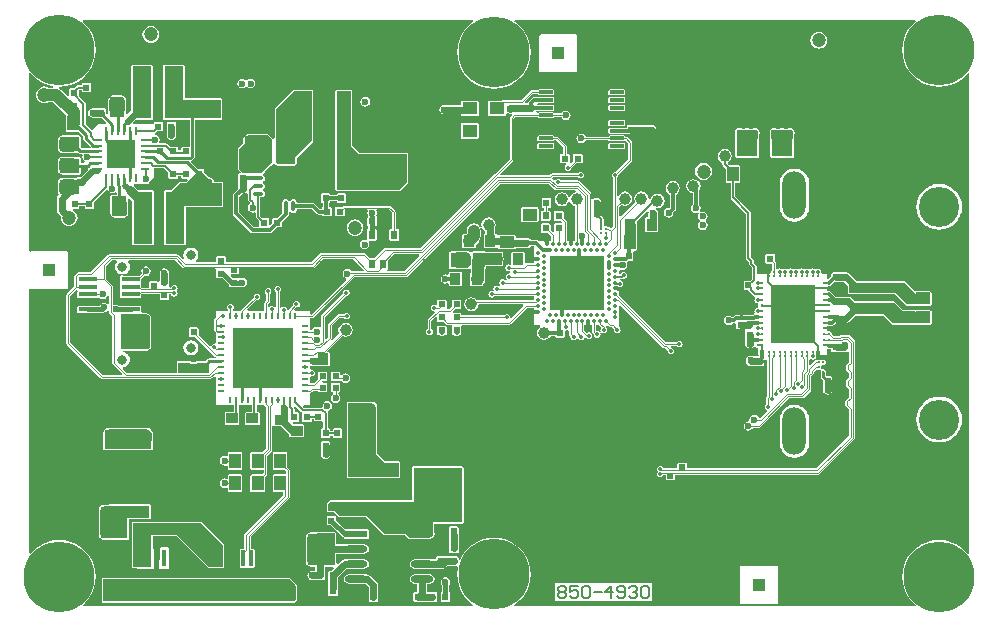
<source format=gtl>
G04 Layer_Physical_Order=1*
G04 Layer_Color=255*
%FSLAX44Y44*%
%MOMM*%
G71*
G01*
G75*
%ADD10R,0.6500X0.2500*%
%ADD11O,0.6500X0.2500*%
%ADD12O,0.2500X0.6500*%
%ADD13R,5.1000X5.1000*%
%ADD14R,0.9000X1.0000*%
%ADD15R,1.0000X0.9000*%
%ADD16R,0.6000X0.6000*%
%ADD17C,0.3000*%
%ADD18C,1.0000*%
%ADD19R,0.6000X0.8000*%
%ADD20R,0.6000X0.6000*%
%ADD21R,1.6000X0.4000*%
%ADD22R,1.6000X0.4000*%
%ADD23R,2.4100X3.1000*%
%ADD24O,1.9000X0.6000*%
%ADD25R,1.9000X0.6000*%
%ADD26R,4.2000X1.2000*%
%ADD27C,0.1800*%
%ADD28R,1.6000X2.7000*%
%ADD29R,2.3000X1.9000*%
%ADD30R,0.4000X1.4000*%
%ADD31R,1.9000X1.9000*%
%ADD32R,4.1500X4.6500*%
%ADD33R,1.4500X1.1500*%
%ADD34R,4.0000X1.0000*%
%ADD35R,1.0000X1.3000*%
%ADD36C,0.2500*%
%ADD37R,1.3000X1.1000*%
%ADD38R,1.6000X4.5000*%
%ADD39R,1.3000X1.0000*%
%ADD40R,3.0000X2.4000*%
%ADD41R,1.8000X1.6000*%
%ADD42O,0.2500X0.8000*%
%ADD43O,0.8000X0.2500*%
%ADD44R,2.4000X2.4000*%
%ADD45O,1.0000X0.3500*%
%ADD46O,0.3500X1.0000*%
%ADD47R,1.9500X1.9500*%
%ADD48R,1.2000X4.2000*%
%ADD49R,2.7000X1.6000*%
%ADD50R,1.2000X0.3000*%
%ADD51R,1.6000X1.8000*%
%ADD52R,4.6000X4.6000*%
G04:AMPARAMS|DCode=53|XSize=0.3mm|YSize=0.3mm|CornerRadius=0.075mm|HoleSize=0mm|Usage=FLASHONLY|Rotation=90.000|XOffset=0mm|YOffset=0mm|HoleType=Round|Shape=RoundedRectangle|*
%AMROUNDEDRECTD53*
21,1,0.3000,0.1500,0,0,90.0*
21,1,0.1500,0.3000,0,0,90.0*
1,1,0.1500,0.0750,0.0750*
1,1,0.1500,0.0750,-0.0750*
1,1,0.1500,-0.0750,-0.0750*
1,1,0.1500,-0.0750,0.0750*
%
%ADD53ROUNDEDRECTD53*%
%ADD54C,0.1000*%
%ADD55C,0.3000*%
%ADD56C,0.1500*%
%ADD57C,0.6000*%
%ADD58C,0.3500*%
%ADD59C,0.2500*%
%ADD60C,0.2000*%
%ADD61C,0.1200*%
%ADD62C,1.0000*%
%ADD63C,0.4000*%
%ADD64C,0.3200*%
%ADD65C,0.9000*%
%ADD66C,0.5500*%
%ADD67C,0.5000*%
%ADD68C,0.8000*%
%ADD69R,3.5000X1.0000*%
%ADD70R,1.0000X1.0000*%
%ADD71R,0.9500X1.6500*%
%ADD72R,3.3000X1.2000*%
%ADD73C,0.8000*%
%ADD74C,6.0000*%
%ADD75R,3.7000X5.0000*%
%ADD76C,0.7000*%
%ADD77C,1.2000*%
%ADD78O,2.0000X4.0000*%
%ADD79C,3.4000*%
%ADD80C,0.3500*%
%ADD81C,0.6000*%
G36*
X40000Y350500D02*
X30500D01*
X27500Y353500D01*
X27500Y360500D01*
X30500Y363500D01*
X40000Y363500D01*
Y350500D01*
D02*
G37*
G36*
X752597Y496769D02*
X750512Y494988D01*
X747343Y491278D01*
X744793Y487117D01*
X742926Y482609D01*
X741787Y477864D01*
X741404Y473000D01*
X741787Y468135D01*
X742926Y463391D01*
X744793Y458883D01*
X747343Y454722D01*
X750512Y451012D01*
X754222Y447843D01*
X758383Y445293D01*
X762891Y443426D01*
X767635Y442287D01*
X772500Y441904D01*
X777365Y442287D01*
X782109Y443426D01*
X786617Y445293D01*
X790778Y447843D01*
X794488Y451012D01*
X796691Y453591D01*
X797961Y453122D01*
Y46878D01*
X796691Y46409D01*
X794488Y48988D01*
X790778Y52157D01*
X786617Y54707D01*
X782109Y56574D01*
X777365Y57713D01*
X772500Y58096D01*
X767635Y57713D01*
X762891Y56574D01*
X758383Y54707D01*
X754222Y52157D01*
X750512Y48988D01*
X747343Y45278D01*
X744793Y41117D01*
X742926Y36609D01*
X741787Y31865D01*
X741404Y27000D01*
X741787Y22136D01*
X742926Y17391D01*
X744793Y12883D01*
X747343Y8722D01*
X750512Y5012D01*
X752597Y3231D01*
X752158Y2039D01*
X413174D01*
X412829Y3262D01*
X413778Y3843D01*
X417488Y7012D01*
X420657Y10722D01*
X423207Y14883D01*
X425074Y19391D01*
X426213Y24135D01*
X426596Y29000D01*
X426213Y33864D01*
X425074Y38609D01*
X423207Y43117D01*
X420657Y47278D01*
X417488Y50988D01*
X413778Y54157D01*
X409617Y56707D01*
X405109Y58574D01*
X400364Y59713D01*
X395500Y60096D01*
X390635Y59713D01*
X385891Y58574D01*
X381383Y56707D01*
X377222Y54157D01*
X373512Y50988D01*
X370343Y47278D01*
X367793Y43117D01*
X366852Y40845D01*
X365582Y41098D01*
Y43000D01*
X365265Y43765D01*
X364500Y44082D01*
X358500D01*
X358490Y44078D01*
X353510D01*
X353500Y44082D01*
X347500D01*
X346735Y43765D01*
X346418Y43000D01*
Y41838D01*
X346344Y41728D01*
X328300D01*
X326739Y41418D01*
X325416Y40534D01*
X324532Y39211D01*
X324222Y37650D01*
X324532Y36089D01*
X325416Y34766D01*
X326739Y33882D01*
X328300Y33572D01*
X352150D01*
X353711Y33882D01*
X355034Y34766D01*
X355806Y35922D01*
X358490D01*
X358500Y35918D01*
X363974D01*
X364892Y35001D01*
X365000Y34750D01*
X364787Y33864D01*
X364404Y29000D01*
X364787Y24135D01*
X365926Y19391D01*
X367793Y14883D01*
X370343Y10722D01*
X373512Y7012D01*
X377222Y3843D01*
X378171Y3262D01*
X377826Y2039D01*
X47842D01*
X47403Y3231D01*
X49488Y5012D01*
X52657Y8722D01*
X55207Y12883D01*
X57074Y17391D01*
X58213Y22136D01*
X58596Y27000D01*
X58213Y31865D01*
X57074Y36609D01*
X55207Y41117D01*
X52657Y45278D01*
X49488Y48988D01*
X45778Y52157D01*
X41617Y54707D01*
X37109Y56574D01*
X32364Y57713D01*
X27500Y58096D01*
X22636Y57713D01*
X17891Y56574D01*
X13383Y54707D01*
X9222Y52157D01*
X5512Y48988D01*
X3309Y46409D01*
X2039Y46878D01*
Y270302D01*
X3235Y270735D01*
X4000Y270418D01*
X34000D01*
X34765Y270735D01*
X35082Y271500D01*
Y301500D01*
X34765Y302265D01*
X34000Y302582D01*
X4000D01*
X3235Y302265D01*
X2039Y302698D01*
Y453122D01*
X3309Y453591D01*
X5512Y451012D01*
X9222Y447843D01*
X13383Y445293D01*
X17891Y443426D01*
X22217Y442388D01*
X22066Y441118D01*
X18523D01*
X16827Y441820D01*
X15000Y442060D01*
X13173Y441820D01*
X11470Y441115D01*
X10007Y439992D01*
X8885Y438530D01*
X8180Y436827D01*
X7940Y435000D01*
X8180Y433173D01*
X8885Y431470D01*
X10007Y430008D01*
X11470Y428886D01*
X13173Y428180D01*
X15000Y427940D01*
X16827Y428180D01*
X18523Y428882D01*
X22466D01*
X33544Y417805D01*
X33418Y417500D01*
Y404500D01*
X33735Y403735D01*
X34500Y403418D01*
X44338D01*
X47706Y400050D01*
Y398500D01*
X47881Y397622D01*
X48378Y396878D01*
X54218Y391038D01*
X54146Y390567D01*
X53175Y389544D01*
X46200D01*
X45582Y390162D01*
Y399500D01*
X45265Y400265D01*
X44500Y400582D01*
X34500D01*
X34500Y400582D01*
X30500Y400582D01*
X30482Y400575D01*
X28939Y400268D01*
X27616Y399384D01*
X26732Y398061D01*
X26425Y396519D01*
X26417Y396500D01*
X26418Y389500D01*
X26418Y389500D01*
X26425Y389481D01*
X26732Y387939D01*
X27616Y386616D01*
X28939Y385732D01*
X30481Y385425D01*
X30500Y385418D01*
X40000D01*
X40000Y385418D01*
X43942D01*
X44372Y385131D01*
X45250Y384956D01*
X46637D01*
X47316Y383686D01*
X47232Y383561D01*
X46922Y382000D01*
X47232Y380439D01*
X48116Y379116D01*
X48942Y378564D01*
X48557Y377294D01*
X45582D01*
Y381500D01*
X45265Y382265D01*
X44500Y382582D01*
X34500D01*
X34500Y382582D01*
X30500Y382582D01*
X30482Y382575D01*
X28939Y382268D01*
X27616Y381384D01*
X26732Y380061D01*
X26425Y378519D01*
X26417Y378500D01*
X26418Y371500D01*
X26418Y371500D01*
X26425Y371481D01*
X26732Y369939D01*
X27616Y368616D01*
X28939Y367732D01*
X30481Y367425D01*
X30500Y367418D01*
X40000D01*
X40000Y367418D01*
X44500D01*
X45265Y367735D01*
X45582Y368500D01*
Y372706D01*
X51500D01*
X51503Y372707D01*
X52129Y371536D01*
X45671Y365078D01*
X43500D01*
X41939Y364768D01*
X41662Y364582D01*
X34500D01*
X34500Y364582D01*
X30500Y364582D01*
X30482Y364575D01*
X28939Y364268D01*
X27616Y363384D01*
X26732Y362061D01*
X26425Y360519D01*
X26417Y360500D01*
X26418Y353500D01*
X26418Y353500D01*
X26425Y353481D01*
X26732Y351939D01*
X27509Y350777D01*
X26616Y349884D01*
X25732Y348561D01*
X25422Y347000D01*
X25422Y347000D01*
Y345760D01*
X25418Y345750D01*
Y339750D01*
X25422Y339740D01*
Y337500D01*
X25422Y337500D01*
X25732Y335939D01*
X26616Y334616D01*
X29090Y332142D01*
X28940Y331000D01*
X29180Y329173D01*
X29885Y327470D01*
X31008Y326008D01*
X32470Y324885D01*
X34173Y324180D01*
X36000Y323940D01*
X37827Y324180D01*
X39530Y324885D01*
X40992Y326008D01*
X42115Y327470D01*
X42820Y329173D01*
X43060Y331000D01*
X42820Y332827D01*
X42115Y334530D01*
X40992Y335992D01*
X39530Y337114D01*
X38846Y337398D01*
X39099Y338668D01*
X43500D01*
X44265Y338985D01*
X44582Y339750D01*
Y340966D01*
X48918D01*
Y339750D01*
X49235Y338985D01*
X50000Y338668D01*
X56000D01*
X56765Y338985D01*
X57082Y339750D01*
Y344309D01*
X67317Y354544D01*
X68695Y354126D01*
X68732Y353939D01*
X69616Y352616D01*
X70939Y351732D01*
X72500Y351422D01*
X74061Y351732D01*
X74936Y352317D01*
X76206Y351735D01*
Y350082D01*
X72000D01*
X71235Y349765D01*
X70918Y349000D01*
Y339000D01*
X70918Y339000D01*
X70918Y335000D01*
X70925Y334982D01*
X71232Y333439D01*
X72116Y332116D01*
X73439Y331232D01*
X74981Y330925D01*
X75000Y330917D01*
X82000Y330918D01*
X82000Y330918D01*
X82019Y330925D01*
X83561Y331232D01*
X84884Y332116D01*
X85768Y333439D01*
X86075Y334981D01*
X86082Y335000D01*
Y344500D01*
X86082Y344500D01*
Y346549D01*
X87256Y347035D01*
X89418Y344873D01*
Y308500D01*
X89735Y307735D01*
X90500Y307418D01*
X106500D01*
X107265Y307735D01*
X107582Y308500D01*
Y353500D01*
X107265Y354265D01*
X106500Y354582D01*
X94127D01*
X91105Y357605D01*
X90614Y357933D01*
X90999Y359203D01*
X101970Y359203D01*
X102484Y359716D01*
X102561Y359731D01*
X103884Y360615D01*
X104768Y361939D01*
X104783Y362015D01*
X107500Y364732D01*
Y373216D01*
X116261D01*
X119918Y369559D01*
Y365000D01*
X120235Y364235D01*
X121000Y363918D01*
X127000D01*
X127765Y364235D01*
X128082Y365000D01*
Y366216D01*
X130918D01*
Y365000D01*
X131235Y364235D01*
X132000Y363918D01*
X135728D01*
X136214Y362744D01*
X134551Y361082D01*
X130000Y361082D01*
X129234Y360765D01*
X129234Y360765D01*
X123052Y354582D01*
X117500D01*
X116735Y354265D01*
X116418Y353500D01*
Y308500D01*
X116735Y307735D01*
X117500Y307418D01*
X133500D01*
X134265Y307735D01*
X134582Y308500D01*
Y339918D01*
X165000Y339918D01*
X165765Y340235D01*
X166082Y341000D01*
X166082Y360000D01*
X165765Y360765D01*
X165000Y361082D01*
X158562Y361082D01*
X158268Y362561D01*
X157384Y363884D01*
X156061Y364768D01*
X154500Y365078D01*
X154460Y365070D01*
X150082Y369449D01*
Y371000D01*
X149765Y371765D01*
X149000Y372082D01*
X145162D01*
X139225Y378019D01*
X139554Y379358D01*
X139620Y379421D01*
X140304Y379878D01*
X141872Y381446D01*
X142369Y382190D01*
X142544Y383068D01*
X142544Y383068D01*
Y413918D01*
X164500D01*
X165265Y414235D01*
X165582Y415000D01*
Y431000D01*
X165265Y431765D01*
X164500Y432082D01*
X133582D01*
Y459500D01*
X133265Y460265D01*
X132500Y460582D01*
X116500D01*
X115735Y460265D01*
X115418Y459500D01*
Y414500D01*
X115735Y413735D01*
X116500Y413418D01*
X129500D01*
X129500Y413418D01*
X137956D01*
Y391082D01*
X132000D01*
X131235Y390765D01*
X130918Y390000D01*
Y387784D01*
X128082D01*
Y390000D01*
X127765Y390765D01*
X127000Y391082D01*
X121441D01*
X119262Y393262D01*
X118683Y393648D01*
X118000Y393784D01*
X112690D01*
X112011Y395054D01*
X112268Y395439D01*
X112578Y397000D01*
X112268Y398561D01*
X111384Y399884D01*
X110061Y400768D01*
X108886Y401002D01*
X108267Y402048D01*
X108207Y402302D01*
X108390Y402793D01*
X108683Y402852D01*
X109262Y403238D01*
X109941Y403918D01*
X114500D01*
X115265Y404235D01*
X115582Y405000D01*
Y411000D01*
X115265Y411765D01*
X114500Y412082D01*
X108500D01*
X107735Y411765D01*
X107418Y411000D01*
Y410116D01*
X90043Y410116D01*
X89557Y411289D01*
X91685Y413418D01*
X105500D01*
X106265Y413735D01*
X106582Y414500D01*
Y459500D01*
X106265Y460265D01*
X105500Y460582D01*
X89500D01*
X88735Y460265D01*
X88418Y459500D01*
Y421685D01*
X85256Y418523D01*
X84082Y419009D01*
Y426500D01*
X84082Y426500D01*
X84082Y430500D01*
X84075Y430518D01*
X83768Y432061D01*
X82884Y433384D01*
X81561Y434268D01*
X80019Y434575D01*
X80000Y434583D01*
X73000Y434582D01*
X73000Y434582D01*
X72981Y434575D01*
X71439Y434268D01*
X70116Y433384D01*
X69232Y432061D01*
X68925Y430519D01*
X68918Y430500D01*
Y421000D01*
X68918Y421000D01*
Y418894D01*
X67648Y418263D01*
X67082Y418691D01*
Y422500D01*
X66765Y423265D01*
X66000Y423582D01*
X60000D01*
X59988Y423577D01*
X56000D01*
X54439Y423267D01*
X53116Y422383D01*
X52232Y421060D01*
X51922Y419499D01*
X52232Y417938D01*
X53116Y416615D01*
X54439Y415731D01*
X56000Y415421D01*
X59992D01*
X60000Y415418D01*
X63338D01*
X67466Y411290D01*
X66980Y410116D01*
X60674Y410116D01*
X55221Y404663D01*
X50039Y409845D01*
Y427500D01*
X50039Y427500D01*
X49884Y428280D01*
X49442Y428942D01*
X44082Y434301D01*
Y438699D01*
X44345Y438961D01*
X46418D01*
Y438000D01*
X46735Y437235D01*
X47500Y436918D01*
X53500D01*
X54265Y437235D01*
X54582Y438000D01*
Y444000D01*
X54265Y444765D01*
X53500Y445082D01*
X47500D01*
X46735Y444765D01*
X46418Y444000D01*
Y443039D01*
X43500D01*
X43500Y443039D01*
X42720Y442884D01*
X42058Y442442D01*
X42058Y442442D01*
X40198Y440582D01*
X37000D01*
X36235Y440265D01*
X35918Y439500D01*
Y434530D01*
X34648Y434004D01*
X29326Y439326D01*
X27341Y440652D01*
X27500Y441904D01*
X32364Y442287D01*
X37109Y443426D01*
X41617Y445293D01*
X45778Y447843D01*
X49488Y451012D01*
X52657Y454722D01*
X55207Y458883D01*
X57074Y463391D01*
X58213Y468135D01*
X58596Y473000D01*
X58213Y477864D01*
X57074Y482609D01*
X55207Y487117D01*
X52657Y491278D01*
X49488Y494988D01*
X47403Y496769D01*
X47842Y497961D01*
X377826D01*
X378171Y496739D01*
X377222Y496157D01*
X373512Y492988D01*
X370343Y489278D01*
X367793Y485117D01*
X365926Y480609D01*
X364787Y475864D01*
X364404Y471000D01*
X364787Y466135D01*
X365926Y461391D01*
X367793Y456883D01*
X370343Y452722D01*
X373512Y449012D01*
X377222Y445843D01*
X381383Y443293D01*
X385891Y441426D01*
X390635Y440287D01*
X395500Y439904D01*
X400364Y440287D01*
X405109Y441426D01*
X409617Y443293D01*
X413778Y445843D01*
X417488Y449012D01*
X420657Y452722D01*
X423207Y456883D01*
X425074Y461391D01*
X426213Y466135D01*
X426596Y471000D01*
X426213Y475864D01*
X425074Y480609D01*
X423207Y485117D01*
X420657Y489278D01*
X417488Y492988D01*
X413778Y496157D01*
X412829Y496739D01*
X413174Y497961D01*
X752158D01*
X752597Y496769D01*
D02*
G37*
G36*
X40000Y386500D02*
X30500D01*
X27500Y389500D01*
X27500Y396500D01*
X30500Y399500D01*
X40000Y399500D01*
Y386500D01*
D02*
G37*
G36*
Y368500D02*
X30500D01*
X27500Y371500D01*
X27500Y378500D01*
X30500Y381500D01*
X40000Y381500D01*
Y368500D01*
D02*
G37*
G36*
X83000Y430500D02*
X83000Y421000D01*
X70000D01*
Y430500D01*
X73000Y433500D01*
X80000Y433500D01*
X83000Y430500D01*
D02*
G37*
G36*
X85000Y335000D02*
X82000Y332000D01*
X75000Y332000D01*
X72000Y335000D01*
X72000Y344500D01*
X85000D01*
Y335000D01*
D02*
G37*
G36*
X158000Y360000D02*
X165000Y360000D01*
X165000Y341000D01*
X121750Y341000D01*
Y351750D01*
X130000Y360000D01*
X135000Y360000D01*
X144000Y369000D01*
X149000Y369000D01*
X158000Y360000D01*
D02*
G37*
%LPC*%
G36*
X264500Y200582D02*
X258500D01*
X257735Y200265D01*
X257418Y199500D01*
Y193500D01*
X257735Y192735D01*
X258500Y192418D01*
X264500D01*
X265265Y192735D01*
X266664Y192793D01*
X267116Y192116D01*
X268439Y191232D01*
X270000Y190922D01*
X271561Y191232D01*
X272884Y192116D01*
X273768Y193439D01*
X274078Y195000D01*
X273768Y196561D01*
X272884Y197884D01*
X271561Y198768D01*
X270000Y199078D01*
X268439Y198768D01*
X267116Y197884D01*
X266852Y197489D01*
X265582Y197874D01*
Y199500D01*
X265265Y200265D01*
X264500Y200582D01*
D02*
G37*
G36*
X354500Y239582D02*
X348500D01*
X347735Y239265D01*
X347418Y238500D01*
Y232500D01*
X347735Y231735D01*
X348500Y231418D01*
X349667D01*
X350427Y230910D01*
X351500Y230696D01*
X352573Y230910D01*
X353333Y231418D01*
X354500D01*
X355265Y231735D01*
X355582Y232500D01*
Y238500D01*
X355265Y239265D01*
X354500Y239582D01*
D02*
G37*
G36*
X650306Y172411D02*
X650076Y172396D01*
X650000Y172406D01*
X649924Y172396D01*
X649694Y172411D01*
X647083Y172068D01*
X646865Y171993D01*
X646789Y171983D01*
X646719Y171954D01*
X646492Y171909D01*
X644059Y170902D01*
X643867Y170773D01*
X643797Y170744D01*
X643736Y170698D01*
X643529Y170595D01*
X641440Y168993D01*
X641288Y168819D01*
X641227Y168773D01*
X641181Y168712D01*
X641007Y168560D01*
X639405Y166471D01*
X639302Y166264D01*
X639256Y166203D01*
X639227Y166133D01*
X639099Y165941D01*
X638091Y163508D01*
X638046Y163281D01*
X638017Y163211D01*
X638007Y163135D01*
X637932Y162917D01*
X637589Y160306D01*
X637599Y160152D01*
X637569Y160000D01*
Y140000D01*
X637599Y139848D01*
X637589Y139694D01*
X637932Y137083D01*
X638007Y136865D01*
X638017Y136789D01*
X638046Y136719D01*
X638091Y136492D01*
X639099Y134059D01*
X639227Y133868D01*
X639256Y133797D01*
X639302Y133736D01*
X639404Y133529D01*
X641007Y131440D01*
X641181Y131288D01*
X641227Y131228D01*
X641288Y131181D01*
X641440Y131007D01*
X643529Y129405D01*
X643736Y129303D01*
X643797Y129256D01*
X643867Y129227D01*
X644059Y129099D01*
X646492Y128091D01*
X646719Y128046D01*
X646789Y128017D01*
X646865Y128007D01*
X647083Y127933D01*
X649694Y127589D01*
X649924Y127604D01*
X650000Y127594D01*
X650076Y127604D01*
X650306Y127589D01*
X652917Y127933D01*
X653135Y128007D01*
X653211Y128017D01*
X653281Y128046D01*
X653508Y128091D01*
X655940Y129099D01*
X656132Y129227D01*
X656203Y129256D01*
X656264Y129303D01*
X656471Y129405D01*
X658560Y131007D01*
X658712Y131181D01*
X658773Y131228D01*
X658819Y131288D01*
X658993Y131440D01*
X660595Y133529D01*
X660697Y133736D01*
X660744Y133797D01*
X660773Y133868D01*
X660901Y134059D01*
X661909Y136492D01*
X661954Y136719D01*
X661983Y136789D01*
X661993Y136865D01*
X662068Y137083D01*
X662411Y139694D01*
X662401Y139848D01*
X662431Y140000D01*
Y160000D01*
X662401Y160152D01*
X662411Y160306D01*
X662068Y162917D01*
X661993Y163135D01*
X661983Y163211D01*
X661954Y163281D01*
X661909Y163508D01*
X660901Y165941D01*
X660773Y166133D01*
X660744Y166203D01*
X660698Y166264D01*
X660595Y166471D01*
X658993Y168560D01*
X658819Y168712D01*
X658773Y168773D01*
X658712Y168819D01*
X658560Y168993D01*
X656471Y170595D01*
X656264Y170697D01*
X656203Y170744D01*
X656132Y170773D01*
X655940Y170902D01*
X653508Y171909D01*
X653281Y171954D01*
X653211Y171983D01*
X653135Y171993D01*
X652917Y172068D01*
X650306Y172411D01*
D02*
G37*
G36*
X70000Y153082D02*
X69669Y152945D01*
X69000Y153078D01*
X67439Y152768D01*
X66116Y151884D01*
X65232Y150561D01*
X64925Y149019D01*
X64918Y149000D01*
Y142000D01*
X64918Y142000D01*
Y135000D01*
X65235Y134235D01*
X66000Y133918D01*
X106000D01*
X106765Y134235D01*
X107082Y135000D01*
Y149000D01*
X107082Y149000D01*
X106765Y149765D01*
X105361Y151170D01*
X104884Y151884D01*
X103561Y152768D01*
X102019Y153075D01*
X102000Y153082D01*
X70000D01*
X70000Y153082D01*
D02*
G37*
G36*
X772500Y179427D02*
X772386Y179405D01*
X772270Y179416D01*
X768938Y179088D01*
X768717Y179021D01*
X768717Y179021D01*
X768487Y178998D01*
X765282Y178026D01*
X765079Y177917D01*
X765079Y177917D01*
X765078Y177917D01*
X764857Y177850D01*
X761904Y176271D01*
X761726Y176125D01*
X761726Y176125D01*
X761725Y176125D01*
X761522Y176016D01*
X758933Y173892D01*
X758787Y173713D01*
X758608Y173567D01*
X756484Y170978D01*
X756375Y170774D01*
X756375Y170774D01*
X756228Y170596D01*
X754650Y167643D01*
X754583Y167422D01*
X754583Y167421D01*
X754583Y167421D01*
X754474Y167218D01*
X753502Y164013D01*
X753479Y163783D01*
X753479Y163783D01*
X753412Y163562D01*
X753084Y160230D01*
X753107Y160000D01*
X753107Y160000D01*
X753107Y160000D01*
X753084Y159770D01*
X753412Y156438D01*
X753479Y156217D01*
X753479Y156216D01*
X753502Y155987D01*
X754474Y152782D01*
X754583Y152579D01*
X754583Y152578D01*
X754583Y152578D01*
X754650Y152358D01*
X756228Y149404D01*
X756375Y149226D01*
X756375Y149226D01*
X756375Y149226D01*
X756484Y149022D01*
X758608Y146433D01*
X758787Y146287D01*
X758933Y146108D01*
X761522Y143984D01*
X761726Y143875D01*
X761726Y143875D01*
X761904Y143729D01*
X764857Y142150D01*
X765078Y142083D01*
X765079Y142083D01*
X765079Y142083D01*
X765282Y141974D01*
X768487Y141002D01*
X768717Y140979D01*
X768717Y140979D01*
X768938Y140912D01*
X772270Y140584D01*
X772386Y140595D01*
X772500Y140573D01*
X772614Y140595D01*
X772730Y140584D01*
X776062Y140912D01*
X776283Y140979D01*
X776283Y140979D01*
X776513Y141002D01*
X779718Y141974D01*
X779921Y142083D01*
X779921Y142083D01*
X779922Y142083D01*
X780143Y142150D01*
X783096Y143729D01*
X783274Y143875D01*
X783274Y143875D01*
X783275Y143875D01*
X783478Y143984D01*
X786067Y146108D01*
X786213Y146287D01*
X786392Y146433D01*
X788516Y149022D01*
X788625Y149226D01*
X788625Y149226D01*
X788772Y149404D01*
X790350Y152358D01*
X790417Y152578D01*
X790417Y152578D01*
X790417Y152579D01*
X790526Y152782D01*
X791498Y155987D01*
X791521Y156216D01*
X791521Y156217D01*
X791588Y156438D01*
X791916Y159770D01*
X791893Y160000D01*
X791893Y160000D01*
X791893Y160000D01*
X791916Y160230D01*
X791588Y163562D01*
X791521Y163783D01*
X791521Y163783D01*
X791498Y164013D01*
X790526Y167218D01*
X790417Y167421D01*
X790417Y167421D01*
X790417Y167422D01*
X790350Y167643D01*
X788772Y170596D01*
X788625Y170774D01*
X788625Y170774D01*
X788625Y170775D01*
X788516Y170978D01*
X786392Y173567D01*
X786213Y173713D01*
X786067Y173892D01*
X783478Y176016D01*
X783275Y176125D01*
X783274Y176125D01*
X783096Y176271D01*
X780143Y177850D01*
X779922Y177917D01*
X779921Y177917D01*
X779921Y177917D01*
X779718Y178026D01*
X776513Y178998D01*
X776283Y179021D01*
X776283Y179021D01*
X776062Y179088D01*
X772730Y179416D01*
X772614Y179405D01*
X772500Y179427D01*
D02*
G37*
G36*
X264500Y191082D02*
X258500D01*
X257735Y190765D01*
X257418Y190000D01*
Y184000D01*
X257735Y183235D01*
X258500Y182918D01*
X258921D01*
X259109Y182715D01*
X258925Y181090D01*
X258616Y180884D01*
X257732Y179560D01*
X257421Y178000D01*
X257732Y176439D01*
X258616Y175116D01*
X259939Y174232D01*
X261500Y173921D01*
X263060Y174232D01*
X264383Y175116D01*
X265267Y176439D01*
X265578Y178000D01*
X265267Y179560D01*
X264383Y180884D01*
X264074Y181090D01*
X263890Y182715D01*
X264078Y182918D01*
X264500D01*
X265265Y183235D01*
X265582Y184000D01*
Y190000D01*
X265265Y190765D01*
X264500Y191082D01*
D02*
G37*
G36*
X278000Y329560D02*
X276173Y329320D01*
X274470Y328615D01*
X273008Y327492D01*
X271886Y326030D01*
X271180Y324327D01*
X270940Y322500D01*
X271180Y320673D01*
X271886Y318970D01*
X273008Y317507D01*
X274470Y316385D01*
X276173Y315680D01*
X278000Y315440D01*
X279827Y315680D01*
X281530Y316385D01*
X282992Y317507D01*
X284114Y318970D01*
X284820Y320673D01*
X285060Y322500D01*
X284820Y324327D01*
X284114Y326030D01*
X282992Y327492D01*
X281530Y328615D01*
X279827Y329320D01*
X278000Y329560D01*
D02*
G37*
G36*
X564500Y363618D02*
X562159Y363152D01*
X560174Y361826D01*
X558848Y359841D01*
X558382Y357500D01*
X558848Y355159D01*
X560174Y353174D01*
X562159Y351848D01*
X563696Y351542D01*
Y341937D01*
X563616Y341884D01*
X562732Y340561D01*
X562422Y339000D01*
X562732Y337439D01*
X563616Y336116D01*
X564939Y335232D01*
X566500Y334922D01*
X568061Y335232D01*
X568532Y335547D01*
X569447Y334631D01*
X568732Y333561D01*
X568422Y332000D01*
X568732Y330439D01*
X569616Y329116D01*
X569962Y328885D01*
Y327615D01*
X569616Y327384D01*
X568732Y326061D01*
X568422Y324500D01*
X568732Y322939D01*
X569616Y321616D01*
X570939Y320732D01*
X572500Y320422D01*
X574061Y320732D01*
X575384Y321616D01*
X576268Y322939D01*
X576578Y324500D01*
X576268Y326061D01*
X575384Y327384D01*
X575038Y327615D01*
Y328885D01*
X575384Y329116D01*
X576268Y330439D01*
X576578Y332000D01*
X576268Y333561D01*
X575384Y334884D01*
X574061Y335768D01*
X572500Y336078D01*
X570939Y335768D01*
X570468Y335453D01*
X569553Y336369D01*
X570268Y337439D01*
X570578Y339000D01*
X570268Y340561D01*
X569384Y341884D01*
X569304Y341937D01*
Y353890D01*
X570152Y355159D01*
X570617Y357500D01*
X570152Y359841D01*
X568826Y361826D01*
X566841Y363152D01*
X564500Y363618D01*
D02*
G37*
G36*
X432500Y339582D02*
X419500D01*
X418735Y339265D01*
X418418Y338500D01*
Y328500D01*
X418735Y327735D01*
X419500Y327418D01*
X432500D01*
X433265Y327735D01*
X433582Y328500D01*
Y338500D01*
X433265Y339265D01*
X432500Y339582D01*
D02*
G37*
G36*
X307000Y341124D02*
X268500D01*
X267352Y340648D01*
X266786Y340082D01*
X262000D01*
X261235Y339765D01*
X260918Y339000D01*
Y333000D01*
X261235Y332235D01*
X262000Y331918D01*
X268000D01*
X268765Y332235D01*
X269082Y333000D01*
Y337786D01*
X269172Y337876D01*
X288264D01*
X288863Y336756D01*
X288732Y336561D01*
X288422Y335000D01*
X288732Y333439D01*
X288889Y333204D01*
X288735Y331765D01*
X288418Y331000D01*
Y325000D01*
X288735Y324235D01*
X289012Y324120D01*
Y321641D01*
X288305Y321349D01*
X287988Y320583D01*
Y313029D01*
X287100Y312171D01*
X286835Y312048D01*
X286000Y312214D01*
X284439Y311904D01*
X283116Y311020D01*
X282232Y309697D01*
X281922Y308136D01*
X282232Y306575D01*
X283116Y305252D01*
X284439Y304368D01*
X286000Y304058D01*
X287561Y304368D01*
X288884Y305252D01*
X289768Y306575D01*
X290078Y308136D01*
X289768Y309697D01*
X289411Y310231D01*
X290090Y311501D01*
X295071D01*
X295836Y311818D01*
X296153Y312583D01*
Y320583D01*
X295836Y321349D01*
X295130Y321641D01*
Y323918D01*
X295500D01*
X296265Y324235D01*
X296582Y325000D01*
Y331000D01*
X296265Y331765D01*
X296111Y333204D01*
X296268Y333439D01*
X296578Y335000D01*
X296268Y336561D01*
X296137Y336756D01*
X296736Y337876D01*
X306327D01*
X309447Y334757D01*
Y321666D01*
X308071D01*
X307305Y321349D01*
X306988Y320583D01*
Y312583D01*
X307305Y311818D01*
X308071Y311501D01*
X314071D01*
X314836Y311818D01*
X315153Y312583D01*
Y320583D01*
X314836Y321349D01*
X314071Y321666D01*
X312694D01*
Y335429D01*
X312219Y336577D01*
X308148Y340648D01*
X307000Y341124D01*
D02*
G37*
G36*
X591000Y389118D02*
X588659Y388652D01*
X586674Y387326D01*
X585348Y385341D01*
X584883Y383000D01*
X585348Y380659D01*
X586674Y378674D01*
X588659Y377348D01*
X588961Y377288D01*
Y376000D01*
X589116Y375220D01*
X589558Y374558D01*
X591918Y372198D01*
Y361000D01*
X592235Y360235D01*
X593000Y359918D01*
X595961D01*
Y348000D01*
X596116Y347220D01*
X596558Y346558D01*
X608961Y334155D01*
Y296569D01*
X609116Y295789D01*
X609558Y295127D01*
X611460Y293226D01*
Y291883D01*
X611615Y291103D01*
X612057Y290441D01*
X613961Y288537D01*
Y279345D01*
X612198Y277582D01*
X608000D01*
X607235Y277265D01*
X606918Y276500D01*
Y270500D01*
X607235Y269735D01*
X608000Y269418D01*
X611077D01*
X611116Y269220D01*
X611558Y268558D01*
X615363Y264754D01*
X615363Y264753D01*
X616024Y264312D01*
X616090Y264298D01*
X616177Y264194D01*
X616576Y262915D01*
X616267Y262451D01*
X616053Y261378D01*
X616267Y260305D01*
X616874Y259396D01*
X617784Y258788D01*
X618857Y258575D01*
X619500Y258047D01*
Y255076D01*
X618857Y254548D01*
X617784Y254335D01*
X616874Y253727D01*
X616267Y252817D01*
X616053Y251744D01*
X616267Y250672D01*
X616289Y250637D01*
X616078Y249688D01*
X615766Y249135D01*
X615161Y248730D01*
X614980Y248549D01*
X609722D01*
X609070Y248419D01*
X600370D01*
X599395Y248225D01*
X598568Y247673D01*
X597744Y246848D01*
X597384Y246884D01*
X596061Y247768D01*
X594500Y248078D01*
X592939Y247768D01*
X591616Y246884D01*
X590732Y245561D01*
X590422Y244000D01*
X590732Y242439D01*
X591616Y241116D01*
X592939Y240232D01*
X594500Y239922D01*
X596061Y240232D01*
X597384Y241116D01*
X597608Y241451D01*
X598500D01*
X599162Y241583D01*
X600118Y241049D01*
X600432Y240757D01*
Y237370D01*
X600749Y236605D01*
X601515Y236288D01*
X607515D01*
X607524Y236292D01*
X607794D01*
X608326Y235022D01*
X608109Y234500D01*
Y228500D01*
X608113Y228490D01*
Y224311D01*
X608424Y222750D01*
X609308Y221427D01*
X610631Y220543D01*
X612192Y220233D01*
X613752Y220543D01*
X615076Y221427D01*
X615244Y221680D01*
X615651Y221740D01*
X616699Y221572D01*
X617055Y221040D01*
X617882Y220488D01*
X618857Y220294D01*
X619500Y219766D01*
Y215000D01*
X620133D01*
Y213582D01*
X617500D01*
X617490Y213578D01*
X614845D01*
X614561Y213768D01*
X613000Y214078D01*
X611439Y213768D01*
X610116Y212884D01*
X609232Y211561D01*
X608922Y210000D01*
X608971Y209750D01*
X608922Y209500D01*
X609232Y207939D01*
X610116Y206616D01*
X611439Y205732D01*
X613000Y205422D01*
X617490D01*
X617500Y205418D01*
X623500D01*
X624265Y205735D01*
X624582Y206500D01*
Y210026D01*
X625037Y210707D01*
X626324Y210667D01*
X626424Y210629D01*
Y179550D01*
X626235Y179361D01*
X625760Y178213D01*
X625875Y177934D01*
Y173222D01*
X625516Y172982D01*
X624908Y172073D01*
X624695Y171000D01*
X624908Y169927D01*
X625516Y169017D01*
X626361Y168453D01*
X626433Y168381D01*
X626753Y167049D01*
X621328Y161624D01*
X619726D01*
X618884Y162884D01*
X617561Y163768D01*
X616000Y164078D01*
X614439Y163768D01*
X613116Y162884D01*
X612232Y161561D01*
X611922Y160000D01*
X611986Y159677D01*
X610999Y158578D01*
X609438Y158268D01*
X608115Y157383D01*
X607231Y156060D01*
X606920Y154500D01*
X607231Y152939D01*
X608115Y151616D01*
X609438Y150732D01*
X610999Y150421D01*
X612560Y150732D01*
X613883Y151616D01*
X614725Y152876D01*
X619627D01*
X620775Y153352D01*
X645549Y178126D01*
X656750D01*
X657898Y178602D01*
X663648Y184352D01*
X664124Y185500D01*
Y196671D01*
X665823Y198370D01*
X666298Y199518D01*
Y200477D01*
X668698Y202876D01*
X668880D01*
X669622Y202381D01*
X670500Y202206D01*
X671378Y202381D01*
X671536Y202486D01*
X671640Y202556D01*
X672556Y201640D01*
X672486Y201536D01*
X672381Y201378D01*
X672206Y200500D01*
Y196000D01*
X672381Y195122D01*
X672878Y194378D01*
X673918Y193338D01*
Y189500D01*
X673922Y189490D01*
Y185000D01*
X674232Y183439D01*
X675116Y182116D01*
X676439Y181232D01*
X678000Y180922D01*
X679561Y181232D01*
X680884Y182116D01*
X681768Y183439D01*
X682078Y185000D01*
Y189490D01*
X682082Y189500D01*
Y195500D01*
X681765Y196265D01*
X681000Y196582D01*
X677162D01*
X676794Y196950D01*
Y200500D01*
X676619Y201378D01*
X676122Y202122D01*
X675378Y202619D01*
X674500Y202794D01*
X673622Y202619D01*
X673464Y202514D01*
X673360Y202444D01*
X672444Y203360D01*
X672514Y203464D01*
X672619Y203622D01*
X672794Y204500D01*
X672619Y205378D01*
X672444Y205640D01*
X673360Y206556D01*
X673622Y206381D01*
X674500Y206206D01*
X675378Y206381D01*
X676122Y206878D01*
X676619Y207622D01*
X676794Y208500D01*
X676619Y209378D01*
X676122Y210122D01*
X675378Y210619D01*
X674500Y210794D01*
X673622Y210619D01*
X672878Y210122D01*
X672122D01*
X671378Y210619D01*
X670500Y210794D01*
X669622Y210619D01*
X668880Y210124D01*
X668025D01*
X666877Y209648D01*
X663471Y206242D01*
X662298Y206728D01*
Y210811D01*
X662775Y211130D01*
X663492Y211350D01*
X663720Y211272D01*
X664262Y210910D01*
X665335Y210696D01*
X666408Y210910D01*
X667318Y211517D01*
X667926Y212427D01*
X668139Y213500D01*
X668094Y213730D01*
X669052Y215000D01*
X677500D01*
Y219389D01*
X678770Y220213D01*
X679188Y220130D01*
X681168D01*
Y218000D01*
X681485Y217235D01*
X682250Y216918D01*
X688250D01*
X688260Y216922D01*
X692000D01*
X693561Y217232D01*
X694697Y217992D01*
X695432Y217780D01*
X695967Y217452D01*
Y208524D01*
X694346Y206903D01*
X693993Y206374D01*
X693869Y205750D01*
X693869Y205750D01*
Y202500D01*
X693869Y202500D01*
X693993Y201876D01*
X694346Y201346D01*
X695967Y199726D01*
Y195774D01*
X693847Y193654D01*
X693493Y193124D01*
X693369Y192500D01*
X693369Y192500D01*
Y189500D01*
X693369Y189500D01*
X693493Y188876D01*
X693847Y188347D01*
X695967Y186226D01*
Y179176D01*
X693346Y176555D01*
X692993Y176026D01*
X692869Y175401D01*
X692869Y175401D01*
Y172211D01*
X692869Y172211D01*
X692993Y171587D01*
X693346Y171058D01*
X695967Y168437D01*
Y146274D01*
X668424Y118731D01*
X559082D01*
Y122500D01*
X558765Y123265D01*
X558000Y123582D01*
X552000D01*
X551235Y123265D01*
X550918Y122500D01*
Y118731D01*
X539058D01*
X538940Y119323D01*
X538333Y120233D01*
X537423Y120840D01*
X536350Y121054D01*
X535277Y120840D01*
X534367Y120233D01*
X533760Y119323D01*
X533546Y118250D01*
X533760Y117177D01*
X534367Y116267D01*
Y115733D01*
X533760Y114823D01*
X533546Y113750D01*
X533760Y112677D01*
X534367Y111767D01*
X535277Y111160D01*
X536350Y110946D01*
X537423Y111160D01*
X538333Y111767D01*
X538940Y112677D01*
X539058Y113269D01*
X540918D01*
Y109500D01*
X541235Y108735D01*
X542000Y108418D01*
X548000D01*
X548765Y108735D01*
X549082Y109500D01*
Y113269D01*
X670011D01*
X670011Y113269D01*
X670636Y113393D01*
X671165Y113747D01*
X700952Y143534D01*
X701306Y144063D01*
X701430Y144687D01*
X701430Y144687D01*
Y225816D01*
X701306Y226441D01*
X700952Y226970D01*
X700952Y226970D01*
X696469Y231453D01*
X695939Y231807D01*
X695315Y231931D01*
X695315Y231931D01*
X689812D01*
X689812Y231931D01*
X689188Y231807D01*
X688659Y231453D01*
X688522Y231316D01*
X688129Y231054D01*
X687902Y230827D01*
X683144D01*
X681696Y232275D01*
X681736Y232477D01*
X681542Y233452D01*
X680989Y234279D01*
X680162Y234832D01*
X679187Y235026D01*
X678770Y234943D01*
X677500Y235767D01*
Y238704D01*
X677640Y238911D01*
X678770Y239645D01*
X679187Y239562D01*
X681696D01*
X682671Y239756D01*
X683498Y240308D01*
X684800Y241611D01*
X685750Y241422D01*
X693000D01*
X693000Y241422D01*
X694561Y241732D01*
X695884Y242616D01*
X701185Y247918D01*
X725052D01*
X732235Y240735D01*
X733000Y240418D01*
X755000D01*
X755000Y240418D01*
X765000D01*
X765765Y240735D01*
X766082Y241500D01*
Y251500D01*
X765765Y252265D01*
X765000Y252582D01*
X741948D01*
X734765Y259765D01*
X734000Y260082D01*
X701185D01*
X698384Y262884D01*
X697061Y263768D01*
X695500Y264078D01*
X695500Y264078D01*
X688260D01*
X688250Y264082D01*
X684905D01*
X680989Y267998D01*
X680162Y268550D01*
X679187Y268744D01*
X678770Y268661D01*
X677640Y269395D01*
X677500Y269602D01*
Y272423D01*
X677640Y272630D01*
X678770Y273363D01*
X679187Y273280D01*
X680162Y273475D01*
X680989Y274027D01*
X683380Y276418D01*
X688250D01*
X688260Y276422D01*
X692311D01*
X695418Y273315D01*
Y267000D01*
X695735Y266235D01*
X696500Y265918D01*
X735052D01*
X744235Y256735D01*
X745000Y256418D01*
X765000D01*
X765765Y256735D01*
X766082Y257500D01*
Y267500D01*
X765765Y268265D01*
X765000Y268582D01*
X752448D01*
X744265Y276765D01*
X743500Y277082D01*
X703185D01*
X696884Y283384D01*
X695561Y284268D01*
X694000Y284578D01*
X694000Y284578D01*
X688260D01*
X688250Y284582D01*
X682250D01*
X681485Y284265D01*
X681168Y283500D01*
Y281415D01*
X678770Y279017D01*
X677500Y279543D01*
Y283500D01*
X673598D01*
X672720Y284770D01*
X672800Y285172D01*
X672587Y286245D01*
X671979Y287155D01*
X671069Y287762D01*
X669996Y287976D01*
X668923Y287762D01*
X668589Y287539D01*
X667666Y287260D01*
X666743Y287539D01*
X666408Y287762D01*
X665335Y287976D01*
X664262Y287762D01*
X663928Y287539D01*
X663005Y287260D01*
X662082Y287539D01*
X661748Y287762D01*
X660675Y287976D01*
X659602Y287762D01*
X659267Y287539D01*
X658344Y287260D01*
X657421Y287539D01*
X657086Y287762D01*
X656013Y287976D01*
X654940Y287762D01*
X654606Y287539D01*
X653683Y287260D01*
X652760Y287539D01*
X652426Y287762D01*
X651352Y287976D01*
X650279Y287762D01*
X649945Y287539D01*
X649022Y287260D01*
X648099Y287539D01*
X647765Y287762D01*
X646692Y287976D01*
X645619Y287762D01*
X645284Y287539D01*
X644361Y287260D01*
X643438Y287539D01*
X643103Y287762D01*
X642030Y287976D01*
X640957Y287762D01*
X640623Y287539D01*
X639700Y287260D01*
X638777Y287539D01*
X638442Y287762D01*
X637369Y287976D01*
X636297Y287762D01*
X635754Y287400D01*
X635526Y287322D01*
X634809Y287542D01*
X634332Y287861D01*
Y292889D01*
X633857Y294037D01*
X633690Y294107D01*
X633582Y294214D01*
Y299000D01*
X633265Y299765D01*
X632500Y300082D01*
X626500D01*
X625735Y299765D01*
X625418Y299000D01*
Y293000D01*
X625735Y292235D01*
X626500Y291918D01*
X631085D01*
Y287094D01*
X630906Y286974D01*
X630354Y286147D01*
X630159Y285172D01*
X630239Y284770D01*
X629408Y283500D01*
X619500D01*
Y279912D01*
X619309Y279850D01*
X618039Y280774D01*
Y289382D01*
X617884Y290162D01*
X617442Y290824D01*
X617442Y290824D01*
X615538Y292728D01*
Y294070D01*
X615383Y294851D01*
X614941Y295512D01*
X613039Y297414D01*
Y335000D01*
X612884Y335780D01*
X612442Y336442D01*
X600039Y348845D01*
Y359918D01*
X603000D01*
X603765Y360235D01*
X604082Y361000D01*
Y374000D01*
X603765Y374765D01*
X603000Y375082D01*
X594801D01*
X593704Y376180D01*
X593676Y376269D01*
X593934Y377744D01*
X595326Y378674D01*
X596652Y380659D01*
X597118Y383000D01*
X596652Y385341D01*
X595326Y387326D01*
X593341Y388652D01*
X591000Y389118D01*
D02*
G37*
G36*
X373000Y302582D02*
X363500D01*
X363500Y302582D01*
X359000D01*
X358235Y302265D01*
X357918Y301500D01*
Y288500D01*
X358235Y287735D01*
X359000Y287418D01*
X369000D01*
X369000Y287418D01*
X373000Y287418D01*
X373018Y287425D01*
X374561Y287732D01*
X374763Y287867D01*
X375883Y287268D01*
Y284827D01*
X375735Y284765D01*
X375418Y284000D01*
Y281445D01*
X375348Y281341D01*
X374883Y279000D01*
X375348Y276659D01*
X375418Y276555D01*
Y274000D01*
X375735Y273235D01*
X376500Y272918D01*
X380823D01*
X381000Y272882D01*
X382000D01*
X382177Y272918D01*
X385500D01*
X386265Y273235D01*
X386582Y274000D01*
Y275058D01*
X387652Y276659D01*
X388118Y279000D01*
Y287466D01*
X388765Y287735D01*
X389082Y288500D01*
Y289882D01*
X398000D01*
X398177Y289918D01*
X402500D01*
X403265Y290235D01*
X403582Y291000D01*
Y293555D01*
X403652Y293659D01*
X404118Y296000D01*
X403652Y298341D01*
X403582Y298445D01*
Y301000D01*
X403265Y301765D01*
X402500Y302082D01*
X398177D01*
X398000Y302118D01*
X388827D01*
X388765Y302265D01*
X388000Y302582D01*
X378000D01*
X377235Y302265D01*
X377077Y301884D01*
X376557Y301666D01*
X375951Y301525D01*
X375661Y301533D01*
X374561Y302268D01*
X373019Y302575D01*
X373000Y302582D01*
D02*
G37*
G36*
X367500Y285082D02*
X358500D01*
X357735Y284765D01*
X357418Y284000D01*
Y283389D01*
X356148Y282710D01*
X356061Y282768D01*
X354500Y283078D01*
X352939Y282768D01*
X351616Y281884D01*
X350732Y280561D01*
X350422Y279000D01*
X350732Y277439D01*
X351616Y276116D01*
X352939Y275232D01*
X354500Y274922D01*
X356061Y275232D01*
X356148Y275290D01*
X357418Y274611D01*
Y274000D01*
X357735Y273235D01*
X358500Y272918D01*
X367500D01*
X368265Y273235D01*
X368582Y274000D01*
Y284000D01*
X368265Y284765D01*
X367500Y285082D01*
D02*
G37*
G36*
X118500Y51845D02*
X114500D01*
X113603Y51666D01*
X112842Y51158D01*
X112333Y50397D01*
X112155Y49500D01*
Y35500D01*
X112333Y34603D01*
X112842Y33842D01*
X113603Y33333D01*
X114500Y33155D01*
X118500D01*
X119397Y33333D01*
X120158Y33842D01*
X120667Y34603D01*
X120845Y35500D01*
Y49500D01*
X120667Y50397D01*
X120158Y51158D01*
X119397Y51666D01*
X118500Y51845D01*
D02*
G37*
G36*
X529642Y21997D02*
X447000D01*
Y6000D01*
X529642D01*
Y21997D01*
D02*
G37*
G36*
X147500Y73582D02*
X90000D01*
X89235Y73265D01*
X88918Y72500D01*
Y68500D01*
X88918Y68500D01*
X88918Y35500D01*
X89235Y34735D01*
X90000Y34418D01*
X92957D01*
X93342Y33842D01*
X94103Y33333D01*
X95000Y33155D01*
X99000D01*
X99897Y33333D01*
X100250Y33569D01*
X100603Y33333D01*
X101500Y33155D01*
X105500D01*
X106397Y33333D01*
X107158Y33842D01*
X107667Y34603D01*
X107845Y35500D01*
Y49500D01*
X107667Y50397D01*
X107158Y51158D01*
X106582Y51543D01*
X106582Y61418D01*
X126552D01*
X153235Y34735D01*
X154000Y34418D01*
X166000D01*
X166765Y34735D01*
X167082Y35500D01*
Y49500D01*
Y54000D01*
X166765Y54765D01*
X148265Y73265D01*
X147500Y73582D01*
D02*
G37*
G36*
X219500Y132582D02*
X209500D01*
X208735Y132265D01*
X208418Y131500D01*
Y118500D01*
X208735Y117735D01*
X209500Y117418D01*
X218275D01*
X219469Y116224D01*
Y113582D01*
X209500D01*
X208735Y113265D01*
X208418Y112500D01*
Y99500D01*
X208735Y98735D01*
X209500Y98418D01*
X217269D01*
Y96076D01*
X184496Y63304D01*
X184143Y62774D01*
X184019Y62150D01*
X184019Y62150D01*
Y50582D01*
X181500D01*
X180735Y50265D01*
X180418Y49500D01*
Y35500D01*
X180735Y34735D01*
X181500Y34418D01*
X185500D01*
X186043Y34643D01*
X187235Y34735D01*
X188000Y34418D01*
X188404Y34418D01*
X192000D01*
X192765Y34735D01*
X193082Y35500D01*
Y49500D01*
X192765Y50265D01*
X192000Y50582D01*
X189481D01*
Y60563D01*
X222253Y93335D01*
X222254Y93335D01*
X222607Y93864D01*
X222731Y94489D01*
X222731Y94489D01*
Y116900D01*
X222607Y117524D01*
X222254Y118054D01*
X222253Y118054D01*
X220582Y119725D01*
Y131500D01*
X220265Y132265D01*
X219500Y132582D01*
D02*
G37*
G36*
X354500Y26578D02*
X352939Y26268D01*
X351616Y25384D01*
X350732Y24061D01*
X350422Y22500D01*
X350732Y20939D01*
X351441Y19878D01*
Y14058D01*
X350735Y13765D01*
X350418Y13000D01*
Y7000D01*
X350735Y6235D01*
X351500Y5918D01*
X357500D01*
X358265Y6235D01*
X358582Y7000D01*
Y13000D01*
X358265Y13765D01*
X357559Y14058D01*
Y19878D01*
X358268Y20939D01*
X358578Y22500D01*
X358268Y24061D01*
X357384Y25384D01*
X356061Y26268D01*
X354500Y26578D01*
D02*
G37*
G36*
X222500Y26082D02*
X64500D01*
X63735Y25765D01*
X63418Y25000D01*
Y6000D01*
X63735Y5235D01*
X64500Y4918D01*
X226500D01*
X227265Y5235D01*
X228265Y6235D01*
X228582Y7000D01*
Y20000D01*
X228582Y20000D01*
X228265Y20765D01*
X223265Y25765D01*
X222500Y26082D01*
D02*
G37*
G36*
X635000Y36082D02*
X605000D01*
X604235Y35765D01*
X603918Y35000D01*
Y5000D01*
X604235Y4235D01*
X605000Y3918D01*
X635000D01*
X635765Y4235D01*
X636082Y5000D01*
Y35000D01*
X635765Y35765D01*
X635000Y36082D01*
D02*
G37*
G36*
X341300Y29028D02*
X328300D01*
X326739Y28718D01*
X325416Y27834D01*
X324532Y26511D01*
X324222Y24950D01*
X324532Y23389D01*
X325416Y22066D01*
X326739Y21182D01*
X328300Y20872D01*
X330722D01*
Y14989D01*
X329815Y14082D01*
X328500D01*
X327735Y13765D01*
X327418Y13000D01*
Y7000D01*
X327735Y6235D01*
X328500Y5918D01*
X334500D01*
X334510Y5922D01*
X340490D01*
X340500Y5918D01*
X346500D01*
X347265Y6235D01*
X347582Y7000D01*
Y13000D01*
X347265Y13765D01*
X346500Y14082D01*
X340500D01*
X340490Y14078D01*
X338878D01*
Y20872D01*
X341300D01*
X342861Y21182D01*
X344184Y22066D01*
X345068Y23389D01*
X345378Y24950D01*
X345068Y26511D01*
X344184Y27834D01*
X342861Y28718D01*
X341300Y29028D01*
D02*
G37*
G36*
X288050Y29028D02*
X288050Y29028D01*
X272700D01*
X271139Y28718D01*
X269816Y27834D01*
X268932Y26511D01*
X268622Y24950D01*
X268932Y23389D01*
X269816Y22066D01*
X271139Y21182D01*
X272700Y20872D01*
X286361D01*
X289422Y17811D01*
Y13010D01*
X289418Y13000D01*
Y7000D01*
X289735Y6235D01*
X290500Y5918D01*
X296500D01*
X297265Y6235D01*
X297582Y7000D01*
Y13000D01*
X297578Y13010D01*
Y19500D01*
X297268Y21061D01*
X296384Y22384D01*
X296384Y22384D01*
X290934Y27834D01*
X289611Y28718D01*
X289352Y28770D01*
X288050Y29028D01*
D02*
G37*
G36*
X292500Y175082D02*
X272000D01*
X271235Y174765D01*
X270918Y174000D01*
Y156000D01*
Y150000D01*
X270918Y150000D01*
X270918Y112500D01*
X270917Y112500D01*
X271235Y111735D01*
X271235Y111735D01*
X272235Y110735D01*
X273000Y110418D01*
X306000Y110418D01*
X306000Y110418D01*
X315000D01*
X315765Y110735D01*
X316082Y111500D01*
Y123500D01*
X315765Y124265D01*
X315000Y124582D01*
X302948D01*
X296583Y130948D01*
X296582Y150000D01*
X296582Y150000D01*
X296582Y150000D01*
Y171000D01*
X296582Y171000D01*
X296575Y171019D01*
X296268Y172561D01*
X295384Y173884D01*
X294061Y174768D01*
X292519Y175075D01*
X292500Y175082D01*
D02*
G37*
G36*
X181500Y113582D02*
X171500D01*
X170735Y113265D01*
X170418Y112500D01*
Y110388D01*
X169148Y109710D01*
X169060Y109768D01*
X167500Y110078D01*
X165939Y109768D01*
X164616Y108884D01*
X163732Y107561D01*
X163421Y106000D01*
X163732Y104439D01*
X164616Y103116D01*
X165939Y102232D01*
X167500Y101921D01*
X169060Y102232D01*
X169148Y102290D01*
X170418Y101611D01*
Y99500D01*
X170735Y98735D01*
X171500Y98418D01*
X181500D01*
X182265Y98735D01*
X182582Y99500D01*
Y112500D01*
X182265Y113265D01*
X181500Y113582D01*
D02*
G37*
G36*
X181500Y132582D02*
X171500D01*
X170735Y132265D01*
X170418Y131500D01*
Y129388D01*
X169148Y128709D01*
X169060Y128768D01*
X167500Y129078D01*
X165939Y128768D01*
X164616Y127884D01*
X163732Y126560D01*
X163421Y125000D01*
X163732Y123439D01*
X164616Y122116D01*
X165939Y121232D01*
X167500Y120921D01*
X169060Y121232D01*
X169148Y121290D01*
X170418Y120611D01*
Y118500D01*
X170735Y117735D01*
X171500Y117418D01*
X181500D01*
X182265Y117735D01*
X182582Y118500D01*
Y131500D01*
X182265Y132265D01*
X181500Y132582D01*
D02*
G37*
G36*
X256000Y141582D02*
X250000D01*
X249235Y141265D01*
X248918Y140500D01*
Y134500D01*
X248922Y134490D01*
Y130500D01*
X249232Y128939D01*
X250116Y127616D01*
X251439Y126732D01*
X253000Y126422D01*
X254561Y126732D01*
X255884Y127616D01*
X256768Y128939D01*
X257078Y130500D01*
Y134490D01*
X257082Y134500D01*
Y140500D01*
X256765Y141265D01*
X256000Y141582D01*
D02*
G37*
G36*
X104500Y88082D02*
X69500D01*
X68735Y87765D01*
X68659Y87582D01*
X65000D01*
X65000Y87582D01*
X64981Y87575D01*
X63439Y87268D01*
X62116Y86384D01*
X61232Y85061D01*
X60925Y83519D01*
X60918Y83500D01*
Y62500D01*
X60918Y62500D01*
X60925Y62481D01*
X61232Y60939D01*
X62116Y59616D01*
X63439Y58732D01*
X64981Y58425D01*
X65000Y58418D01*
X71000D01*
X71000Y58418D01*
X85500D01*
X86265Y58735D01*
X86582Y59500D01*
Y75918D01*
X104500D01*
X105265Y76235D01*
X105582Y77000D01*
Y87000D01*
X105265Y87765D01*
X104500Y88082D01*
D02*
G37*
G36*
X368750Y120332D02*
X327250D01*
X326485Y120015D01*
X326167Y119250D01*
Y91582D01*
X257000D01*
X256235Y91265D01*
X254235Y89265D01*
X253918Y88500D01*
Y82500D01*
X254235Y81735D01*
X255000Y81418D01*
X260552D01*
X264235Y77735D01*
X265000Y77418D01*
X287052D01*
X302235Y62235D01*
X303000Y61918D01*
X320552D01*
X323235Y59235D01*
X324000Y58918D01*
X339500D01*
X339631Y58972D01*
X341300D01*
X342861Y59282D01*
X344184Y60166D01*
X345068Y61489D01*
X345378Y63050D01*
X345082Y64538D01*
Y71668D01*
X368750D01*
X369515Y71985D01*
X369832Y72750D01*
Y119250D01*
X369515Y120015D01*
X368750Y120332D01*
D02*
G37*
G36*
X364500Y69582D02*
X358500D01*
X357735Y69265D01*
X357418Y68500D01*
Y62500D01*
X357422Y62490D01*
Y54010D01*
X357418Y54000D01*
Y48000D01*
X357735Y47235D01*
X358500Y46918D01*
X364500D01*
X365265Y47235D01*
X365582Y48000D01*
Y54000D01*
X365578Y54010D01*
Y62490D01*
X365582Y62500D01*
Y68500D01*
X365265Y69265D01*
X364500Y69582D01*
D02*
G37*
G36*
X261000Y64582D02*
X245000D01*
X245000Y64582D01*
X240500D01*
X240500Y64582D01*
X240481Y64575D01*
X238939Y64268D01*
X237616Y63384D01*
X236732Y62061D01*
X236425Y60519D01*
X236418Y60500D01*
Y39500D01*
X236418Y39500D01*
X236425Y39481D01*
X236732Y37939D01*
X237616Y36616D01*
X238939Y35732D01*
X240481Y35426D01*
X240500Y35418D01*
X244422D01*
Y32078D01*
X241500D01*
X239939Y31768D01*
X238616Y30884D01*
X237732Y29561D01*
X237422Y28000D01*
X237732Y26439D01*
X238616Y25116D01*
X239939Y24232D01*
X241500Y23922D01*
X245490D01*
X245500Y23918D01*
X251500D01*
X252265Y24235D01*
X252582Y25000D01*
Y31000D01*
X252578Y31010D01*
Y35418D01*
X259354D01*
X259880Y34148D01*
X257815Y32082D01*
X256500D01*
X255735Y31765D01*
X255418Y31000D01*
Y25000D01*
X255422Y24990D01*
Y17510D01*
X255418Y17500D01*
Y11500D01*
X255735Y10735D01*
X256500Y10418D01*
X262500D01*
X263265Y10735D01*
X263582Y11500D01*
Y17500D01*
X263578Y17510D01*
Y24990D01*
X263582Y25000D01*
Y26315D01*
X270839Y33572D01*
X285700D01*
X287261Y33882D01*
X288584Y34766D01*
X289468Y36089D01*
X289778Y37650D01*
X289468Y39211D01*
X288584Y40534D01*
X287261Y41418D01*
X285700Y41728D01*
X269150D01*
X267589Y41418D01*
X266266Y40534D01*
X266266Y40534D01*
X263352Y37620D01*
X262082Y38146D01*
Y46272D01*
X285700D01*
X287261Y46582D01*
X288584Y47466D01*
X289468Y48789D01*
X289778Y50350D01*
X289468Y51911D01*
X288584Y53234D01*
X287261Y54118D01*
X285700Y54428D01*
X262082D01*
Y63500D01*
X261765Y64265D01*
X261000Y64582D01*
D02*
G37*
G36*
X261000Y78582D02*
X255000D01*
X254235Y78265D01*
X253918Y77500D01*
Y71500D01*
X254235Y70735D01*
X255000Y70418D01*
X257757D01*
X267287Y60887D01*
X267287Y60887D01*
X268279Y60224D01*
X268618Y60157D01*
Y60050D01*
X268935Y59285D01*
X269700Y58968D01*
X288700D01*
X289465Y59285D01*
X289782Y60050D01*
Y66050D01*
X289465Y66815D01*
X288700Y67132D01*
X269700D01*
X269695Y67130D01*
X262082Y74743D01*
Y77500D01*
X261765Y78265D01*
X261000Y78582D01*
D02*
G37*
G36*
X445500Y394082D02*
X433500D01*
X432735Y393765D01*
X432418Y393000D01*
Y390000D01*
X432735Y389235D01*
X433500Y388918D01*
X445500D01*
X446265Y389235D01*
X446582Y390000D01*
Y393000D01*
X446265Y393765D01*
X445500Y394082D01*
D02*
G37*
G36*
X505500D02*
X493500D01*
X492735Y393765D01*
X492418Y393000D01*
Y390000D01*
X492735Y389235D01*
X493500Y388918D01*
X505500D01*
X506265Y389235D01*
X506582Y390000D01*
Y393000D01*
X506265Y393765D01*
X505500Y394082D01*
D02*
G37*
G36*
X125500Y412082D02*
X119500D01*
X118735Y411765D01*
X118418Y411000D01*
Y405000D01*
X118422Y404990D01*
Y400500D01*
X118732Y398939D01*
X119616Y397616D01*
X120939Y396732D01*
X122500Y396422D01*
X124061Y396732D01*
X125384Y397616D01*
X126268Y398939D01*
X126578Y400500D01*
Y404990D01*
X126582Y405000D01*
Y411000D01*
X126265Y411765D01*
X125500Y412082D01*
D02*
G37*
G36*
X445500Y400582D02*
X433500D01*
X432735Y400265D01*
X432418Y399500D01*
Y396500D01*
X432735Y395735D01*
X433500Y395418D01*
X445500D01*
X446265Y395735D01*
X446531Y396376D01*
X448327D01*
X453876Y390827D01*
Y385082D01*
X452500D01*
X451735Y384765D01*
X451418Y384000D01*
Y378000D01*
X451735Y377235D01*
X452500Y376918D01*
X456188D01*
X456573Y375648D01*
X456141Y375359D01*
X455533Y374449D01*
X455320Y373376D01*
X455533Y372303D01*
X456141Y371394D01*
X457051Y370786D01*
X458124Y370573D01*
X459197Y370786D01*
X460106Y371394D01*
X460714Y372303D01*
X460867Y373070D01*
X464714Y376918D01*
X469500D01*
X470265Y377235D01*
X470582Y378000D01*
Y384000D01*
X470265Y384765D01*
X469500Y385082D01*
X463500D01*
X462735Y384765D01*
X462418Y384000D01*
Y379214D01*
X460756Y377552D01*
X460046Y377823D01*
X459582Y378175D01*
Y384000D01*
X459265Y384765D01*
X458500Y385082D01*
X457124D01*
Y391500D01*
X456648Y392648D01*
X450148Y399148D01*
X449000Y399624D01*
X446531D01*
X446265Y400265D01*
X445500Y400582D01*
D02*
G37*
G36*
X286500Y433078D02*
X284939Y432768D01*
X283616Y431884D01*
X282732Y430561D01*
X282422Y429000D01*
X282732Y427439D01*
X283616Y426116D01*
X284939Y425232D01*
X286500Y424922D01*
X288061Y425232D01*
X289384Y426116D01*
X290268Y427439D01*
X290578Y429000D01*
X290268Y430561D01*
X289384Y431884D01*
X288061Y432768D01*
X286500Y433078D01*
D02*
G37*
G36*
X650306Y372411D02*
X650076Y372396D01*
X650000Y372406D01*
X649924Y372396D01*
X649694Y372411D01*
X647083Y372068D01*
X646865Y371993D01*
X646789Y371983D01*
X646719Y371954D01*
X646492Y371909D01*
X644059Y370901D01*
X643867Y370773D01*
X643797Y370744D01*
X643736Y370698D01*
X643529Y370596D01*
X641440Y368993D01*
X641288Y368819D01*
X641227Y368773D01*
X641181Y368712D01*
X641007Y368560D01*
X639405Y366471D01*
X639302Y366264D01*
X639256Y366203D01*
X639227Y366133D01*
X639099Y365941D01*
X638091Y363508D01*
X638046Y363282D01*
X638017Y363211D01*
X638007Y363135D01*
X637932Y362917D01*
X637589Y360306D01*
X637599Y360152D01*
X637569Y360000D01*
Y340000D01*
X637599Y339848D01*
X637589Y339694D01*
X637932Y337083D01*
X638007Y336865D01*
X638017Y336789D01*
X638046Y336719D01*
X638091Y336492D01*
X639099Y334059D01*
X639227Y333868D01*
X639256Y333797D01*
X639302Y333736D01*
X639404Y333529D01*
X641007Y331440D01*
X641181Y331288D01*
X641227Y331228D01*
X641288Y331181D01*
X641440Y331007D01*
X643529Y329405D01*
X643736Y329302D01*
X643797Y329256D01*
X643867Y329227D01*
X644059Y329099D01*
X646492Y328091D01*
X646719Y328046D01*
X646789Y328017D01*
X646865Y328007D01*
X647083Y327933D01*
X649694Y327589D01*
X649924Y327604D01*
X650000Y327594D01*
X650076Y327604D01*
X650306Y327589D01*
X652917Y327933D01*
X653135Y328007D01*
X653211Y328017D01*
X653281Y328046D01*
X653508Y328091D01*
X655940Y329099D01*
X656132Y329227D01*
X656203Y329256D01*
X656264Y329302D01*
X656471Y329405D01*
X658560Y331007D01*
X658712Y331181D01*
X658773Y331228D01*
X658819Y331288D01*
X658993Y331440D01*
X660595Y333529D01*
X660697Y333736D01*
X660744Y333797D01*
X660773Y333868D01*
X660901Y334059D01*
X661909Y336492D01*
X661954Y336719D01*
X661983Y336789D01*
X661993Y336865D01*
X662068Y337083D01*
X662411Y339694D01*
X662401Y339848D01*
X662431Y340000D01*
Y360000D01*
X662401Y360152D01*
X662411Y360306D01*
X662068Y362917D01*
X661993Y363135D01*
X661983Y363211D01*
X661954Y363282D01*
X661909Y363508D01*
X660901Y365941D01*
X660773Y366133D01*
X660744Y366203D01*
X660698Y366264D01*
X660595Y366471D01*
X658993Y368560D01*
X658819Y368712D01*
X658773Y368773D01*
X658712Y368819D01*
X658560Y368993D01*
X656471Y370595D01*
X656264Y370698D01*
X656203Y370744D01*
X656132Y370773D01*
X655940Y370901D01*
X653508Y371909D01*
X653281Y371954D01*
X653211Y371983D01*
X653135Y371993D01*
X652917Y372068D01*
X650306Y372411D01*
D02*
G37*
G36*
X505500Y426582D02*
X493500D01*
X492735Y426265D01*
X492418Y425500D01*
Y422500D01*
X492735Y421735D01*
X493500Y421418D01*
X505500D01*
X506265Y421735D01*
X506582Y422500D01*
Y425500D01*
X506265Y426265D01*
X505500Y426582D01*
D02*
G37*
G36*
X226000Y439082D02*
X225235Y438765D01*
Y438765D01*
X210235Y423765D01*
X209918Y423000D01*
Y398273D01*
X209196Y397955D01*
X208648Y397883D01*
X205265Y401265D01*
X204500Y401582D01*
X191500D01*
X191500Y401582D01*
X191500Y401582D01*
X187500Y401582D01*
X187482Y401575D01*
X185939Y401268D01*
X184616Y400384D01*
X183732Y399061D01*
X183426Y397519D01*
X183417Y397500D01*
X183417Y393948D01*
X179235Y389765D01*
X178918Y389000D01*
Y372500D01*
X178918Y372500D01*
X179235Y371735D01*
X179235Y371735D01*
X181213Y369756D01*
X180728Y368582D01*
X180000D01*
X179235Y368265D01*
X178918Y367500D01*
Y361500D01*
X178922Y361490D01*
Y358510D01*
X178918Y358500D01*
Y355383D01*
X175267Y351733D01*
X174660Y350823D01*
X174446Y349750D01*
Y334618D01*
X174660Y333545D01*
X175267Y332636D01*
X189386Y318517D01*
X190295Y317910D01*
X191368Y317696D01*
X205750D01*
X206823Y317910D01*
X207733Y318517D01*
X211883Y322668D01*
X215000D01*
X215765Y322985D01*
X216082Y323750D01*
Y326867D01*
X221233Y332018D01*
X221840Y332927D01*
X222054Y334000D01*
Y336220D01*
X222060Y336223D01*
X223324Y336431D01*
X223767Y335767D01*
X224677Y335160D01*
X225750Y334946D01*
X226823Y335160D01*
X227733Y335767D01*
X228340Y336677D01*
X228554Y337750D01*
Y338451D01*
X241444D01*
X245698Y334198D01*
X246525Y333645D01*
X247500Y333451D01*
X249918D01*
Y333000D01*
X250235Y332235D01*
X251000Y331918D01*
X257000D01*
X257765Y332235D01*
X258082Y333000D01*
Y339000D01*
X257765Y339765D01*
X257000Y340082D01*
X255549D01*
Y343418D01*
X256000D01*
X256765Y343735D01*
X257082Y344500D01*
Y344951D01*
X262418D01*
Y344500D01*
X262735Y343735D01*
X263500Y343418D01*
X269500D01*
X270265Y343735D01*
X270582Y344500D01*
Y350500D01*
X270265Y351265D01*
X269500Y351582D01*
X263500D01*
X262735Y351265D01*
X262418Y350500D01*
Y350049D01*
X257082D01*
Y350500D01*
X256765Y351265D01*
X256000Y351582D01*
X250000D01*
X249235Y351265D01*
X248918Y350500D01*
Y344500D01*
X249235Y343735D01*
X250000Y343418D01*
X250451D01*
Y339855D01*
X250235Y339765D01*
X249918Y339000D01*
Y338549D01*
X248556D01*
X244302Y342802D01*
X243475Y343355D01*
X242500Y343549D01*
X228554D01*
Y344250D01*
X228340Y345323D01*
X227733Y346233D01*
X226823Y346841D01*
X225750Y347054D01*
X224677Y346841D01*
X223767Y346233D01*
X223160Y345323D01*
X223147Y345262D01*
X221852D01*
X221840Y345323D01*
X221233Y346233D01*
X220323Y346841D01*
X219250Y347054D01*
X218177Y346841D01*
X217267Y346233D01*
X216660Y345323D01*
X216446Y344250D01*
Y335162D01*
X212117Y330832D01*
X209000D01*
X208235Y330515D01*
X207917Y329750D01*
Y326633D01*
X206256Y324971D01*
X205082Y325457D01*
Y329750D01*
X204765Y330515D01*
X204000Y330832D01*
X199441D01*
X197784Y332489D01*
Y348446D01*
X199250D01*
X200323Y348660D01*
X201233Y349267D01*
X201840Y350177D01*
X202054Y351250D01*
X201840Y352323D01*
X201233Y353233D01*
X200323Y353840D01*
X200262Y353853D01*
Y355148D01*
X200323Y355160D01*
X201233Y355767D01*
X201840Y356677D01*
X202054Y357750D01*
X201840Y358823D01*
X201233Y359733D01*
X200323Y360340D01*
X200262Y360353D01*
Y361647D01*
X200323Y361660D01*
X201233Y362267D01*
X201840Y363177D01*
X202054Y364250D01*
X201840Y365323D01*
X201233Y366233D01*
X200323Y366841D01*
X200262Y366853D01*
Y368148D01*
X200323Y368160D01*
X201233Y368767D01*
X201840Y369677D01*
X201998Y370467D01*
X206533Y375003D01*
X207323Y375160D01*
X208233Y375767D01*
X208840Y376677D01*
X208853Y376738D01*
X210147D01*
X210159Y376677D01*
X210767Y375767D01*
X211677Y375160D01*
X212136Y375068D01*
X212500Y374918D01*
X226000D01*
X226364Y375068D01*
X226823Y375160D01*
X227733Y375767D01*
X228340Y376677D01*
X228432Y377136D01*
X228582Y377500D01*
Y381552D01*
X242265Y395235D01*
X242582Y396000D01*
Y426000D01*
X242582Y426000D01*
Y438000D01*
X242265Y438765D01*
X241500Y439082D01*
X226000D01*
X226000Y439082D01*
D02*
G37*
G36*
X616500Y407078D02*
X614939Y406768D01*
X613914Y406082D01*
X612587Y406082D01*
X611561Y406768D01*
X610000Y407078D01*
X608439Y406768D01*
X607413Y406082D01*
X606087Y406082D01*
X605061Y406768D01*
X603500Y407078D01*
X601939Y406768D01*
X600616Y405884D01*
X599732Y404561D01*
X599422Y403000D01*
X599732Y401439D01*
X599918Y401161D01*
X599918Y398750D01*
X599918Y398750D01*
Y382750D01*
X600235Y381985D01*
X601000Y381668D01*
X619000D01*
X619765Y381985D01*
X620082Y382750D01*
Y397500D01*
X620083Y397500D01*
X620082Y401161D01*
X620268Y401439D01*
X620578Y403000D01*
X620268Y404561D01*
X619384Y405884D01*
X618061Y406768D01*
X616500Y407078D01*
D02*
G37*
G36*
X646000D02*
X644439Y406768D01*
X643413Y406082D01*
X642087Y406082D01*
X641061Y406768D01*
X639500Y407078D01*
X637939Y406768D01*
X636913Y406082D01*
X635587Y406082D01*
X634561Y406768D01*
X633000Y407078D01*
X631439Y406768D01*
X630116Y405884D01*
X629232Y404561D01*
X628922Y403000D01*
X629232Y401439D01*
X629418Y401161D01*
X629418Y398750D01*
X629418Y398750D01*
Y382750D01*
X629735Y381985D01*
X630500Y381668D01*
X648500D01*
X649265Y381985D01*
X649582Y382750D01*
Y397500D01*
X649583Y397500D01*
X649582Y401161D01*
X649768Y401439D01*
X650078Y403000D01*
X649768Y404561D01*
X648884Y405884D01*
X647561Y406768D01*
X646000Y407078D01*
D02*
G37*
G36*
X525000Y409582D02*
X519000D01*
X518990Y409578D01*
X515010D01*
X515000Y409582D01*
X509000D01*
X508235Y409265D01*
X507918Y408500D01*
Y407049D01*
X505581D01*
X505500Y407082D01*
X493500D01*
X492735Y406765D01*
X492418Y406000D01*
Y403000D01*
X492735Y402235D01*
X493500Y401918D01*
X505500D01*
X505581Y401951D01*
X508145D01*
X508235Y401735D01*
X509000Y401418D01*
X515000D01*
X515010Y401422D01*
X518990D01*
X519000Y401418D01*
X525000D01*
X525010Y401422D01*
X529000D01*
X530561Y401732D01*
X531884Y402616D01*
X532768Y403939D01*
X533078Y405500D01*
X532768Y407061D01*
X531884Y408384D01*
X530561Y409268D01*
X529000Y409578D01*
X525010D01*
X525000Y409582D01*
D02*
G37*
G36*
X505500Y413582D02*
X493500D01*
X492735Y413265D01*
X492418Y412500D01*
Y409500D01*
X492735Y408735D01*
X493500Y408418D01*
X505500D01*
X506265Y408735D01*
X506582Y409500D01*
Y412500D01*
X506265Y413265D01*
X505500Y413582D01*
D02*
G37*
G36*
X381500Y410959D02*
X368500D01*
X367735Y410642D01*
X367418Y409876D01*
Y398876D01*
X367735Y398111D01*
X368500Y397794D01*
X381500D01*
X382265Y398111D01*
X382582Y398876D01*
Y409876D01*
X382265Y410642D01*
X381500Y410959D01*
D02*
G37*
G36*
Y429959D02*
X368500D01*
X367735Y429642D01*
X367418Y428876D01*
Y426455D01*
X363510D01*
X363500Y426459D01*
X357500D01*
X357490Y426455D01*
X353500D01*
X351939Y426144D01*
X350616Y425260D01*
X349732Y423937D01*
X349422Y422376D01*
X349732Y420816D01*
X350616Y419493D01*
X351939Y418609D01*
X353500Y418298D01*
X357490D01*
X357500Y418294D01*
X363500D01*
X363510Y418298D01*
X367418D01*
Y417876D01*
X367735Y417111D01*
X368500Y416794D01*
X381500D01*
X382265Y417111D01*
X382582Y417876D01*
Y428876D01*
X382265Y429642D01*
X381500Y429959D01*
D02*
G37*
G36*
X670500Y488060D02*
X668673Y487820D01*
X666970Y487114D01*
X665508Y485992D01*
X664386Y484530D01*
X663680Y482827D01*
X663440Y481000D01*
X663680Y479173D01*
X664386Y477470D01*
X665508Y476008D01*
X666970Y474885D01*
X668673Y474180D01*
X670500Y473940D01*
X672327Y474180D01*
X674030Y474885D01*
X675492Y476008D01*
X676615Y477470D01*
X677320Y479173D01*
X677560Y481000D01*
X677320Y482827D01*
X676615Y484530D01*
X675492Y485992D01*
X674030Y487114D01*
X672327Y487820D01*
X670500Y488060D01*
D02*
G37*
G36*
X465000Y486082D02*
X435000D01*
X434235Y485765D01*
X433918Y485000D01*
Y455000D01*
X434235Y454235D01*
X435000Y453918D01*
X465000D01*
X465765Y454235D01*
X466082Y455000D01*
Y485000D01*
X465765Y485765D01*
X465000Y486082D01*
D02*
G37*
G36*
X189500Y448578D02*
X187939Y448268D01*
X186820Y447520D01*
X186000Y447394D01*
X185180Y447520D01*
X184061Y448268D01*
X182500Y448578D01*
X180939Y448268D01*
X179616Y447384D01*
X178732Y446061D01*
X178422Y444500D01*
X178732Y442939D01*
X179616Y441616D01*
X180939Y440732D01*
X182500Y440422D01*
X184061Y440732D01*
X185180Y441480D01*
X186000Y441606D01*
X186820Y441480D01*
X187939Y440732D01*
X189500Y440422D01*
X191061Y440732D01*
X192384Y441616D01*
X193268Y442939D01*
X193578Y444500D01*
X193268Y446061D01*
X192384Y447384D01*
X191061Y448268D01*
X189500Y448578D01*
D02*
G37*
G36*
X274500Y439082D02*
X262500D01*
X261735Y438765D01*
X261418Y438000D01*
Y396000D01*
X261418Y396000D01*
Y355500D01*
X261418Y355500D01*
X261735Y354735D01*
X261735Y354734D01*
X262735Y353735D01*
X263500Y353418D01*
X315500D01*
X316265Y353735D01*
X316265Y353735D01*
X322765Y360235D01*
X323082Y361000D01*
Y385000D01*
X322765Y385765D01*
X322000Y386082D01*
X292000D01*
X292000Y386082D01*
X281948D01*
X275582Y392448D01*
Y411000D01*
X275582Y411000D01*
Y438000D01*
X275265Y438765D01*
X274500Y439082D01*
D02*
G37*
G36*
X443000Y347582D02*
X437000D01*
X436235Y347265D01*
X435918Y346500D01*
Y340500D01*
X436235Y339735D01*
X437000Y339418D01*
X437876D01*
Y336832D01*
X436500D01*
X435735Y336515D01*
X435418Y335750D01*
Y329500D01*
X435735Y328735D01*
X436500Y328418D01*
X442500D01*
X443265Y328735D01*
X443582Y329500D01*
Y335750D01*
X443265Y336515D01*
X442500Y336832D01*
X441124D01*
Y339418D01*
X443000D01*
X443765Y339735D01*
X444082Y340500D01*
Y346500D01*
X443765Y347265D01*
X443000Y347582D01*
D02*
G37*
G36*
X105000Y493060D02*
X103173Y492820D01*
X101470Y492114D01*
X100008Y490993D01*
X98886Y489530D01*
X98180Y487827D01*
X97940Y486000D01*
X98180Y484173D01*
X98886Y482470D01*
X100008Y481008D01*
X101470Y479886D01*
X103173Y479180D01*
X105000Y478940D01*
X106827Y479180D01*
X108530Y479886D01*
X109993Y481008D01*
X111115Y482470D01*
X111820Y484173D01*
X112060Y486000D01*
X111820Y487827D01*
X111115Y489530D01*
X109993Y490993D01*
X108530Y492114D01*
X106827Y492820D01*
X105000Y493060D01*
D02*
G37*
G36*
X547000Y362118D02*
X544659Y361652D01*
X542674Y360326D01*
X541348Y358341D01*
X540882Y356000D01*
X541348Y353659D01*
X542674Y351674D01*
X544451Y350487D01*
Y340038D01*
X543499Y339078D01*
X541938Y338767D01*
X540615Y337883D01*
X539731Y336560D01*
X539421Y334999D01*
X539731Y333439D01*
X540615Y332116D01*
X541938Y331231D01*
X543499Y330921D01*
X545060Y331231D01*
X546383Y332116D01*
X547267Y333439D01*
X547577Y334999D01*
X547499Y335395D01*
X548802Y336698D01*
X549355Y337525D01*
X549549Y338500D01*
Y350487D01*
X551326Y351674D01*
X552652Y353659D01*
X553117Y356000D01*
X552652Y358341D01*
X551326Y360326D01*
X549341Y361652D01*
X547000Y362118D01*
D02*
G37*
G36*
X772500Y359427D02*
X772386Y359405D01*
X772270Y359416D01*
X768938Y359088D01*
X768717Y359021D01*
X768717Y359021D01*
X768487Y358998D01*
X765282Y358026D01*
X765079Y357917D01*
X765079Y357917D01*
X765078Y357917D01*
X764857Y357850D01*
X761904Y356272D01*
X761726Y356125D01*
X761726Y356125D01*
X761725Y356125D01*
X761522Y356016D01*
X758933Y353892D01*
X758787Y353713D01*
X758608Y353567D01*
X756484Y350978D01*
X756375Y350774D01*
X756375Y350774D01*
X756228Y350596D01*
X754650Y347643D01*
X754583Y347422D01*
X754583Y347421D01*
X754583Y347421D01*
X754474Y347218D01*
X753502Y344013D01*
X753479Y343783D01*
X753479Y343783D01*
X753412Y343562D01*
X753084Y340230D01*
X753107Y340000D01*
X753107Y340000D01*
X753107Y340000D01*
X753084Y339770D01*
X753412Y336438D01*
X753479Y336217D01*
X753479Y336217D01*
X753502Y335987D01*
X754474Y332782D01*
X754583Y332579D01*
X754583Y332579D01*
X754583Y332578D01*
X754650Y332357D01*
X756228Y329404D01*
X756375Y329226D01*
X756375Y329226D01*
X756375Y329226D01*
X756484Y329022D01*
X758608Y326433D01*
X758787Y326287D01*
X758933Y326108D01*
X761522Y323984D01*
X761726Y323875D01*
X761726Y323875D01*
X761904Y323728D01*
X764857Y322150D01*
X765078Y322083D01*
X765079Y322083D01*
X765079Y322083D01*
X765282Y321974D01*
X768487Y321002D01*
X768717Y320979D01*
X768717Y320979D01*
X768938Y320912D01*
X772270Y320584D01*
X772386Y320595D01*
X772500Y320573D01*
X772614Y320595D01*
X772730Y320584D01*
X776062Y320912D01*
X776283Y320979D01*
X776283Y320979D01*
X776513Y321002D01*
X779718Y321974D01*
X779921Y322083D01*
X779921Y322083D01*
X779922Y322083D01*
X780143Y322150D01*
X783096Y323728D01*
X783274Y323875D01*
X783274Y323875D01*
X783275Y323875D01*
X783478Y323984D01*
X786067Y326108D01*
X786213Y326287D01*
X786392Y326433D01*
X788516Y329022D01*
X788625Y329226D01*
X788625Y329226D01*
X788772Y329404D01*
X790350Y332357D01*
X790417Y332578D01*
X790417Y332579D01*
X790417Y332579D01*
X790526Y332782D01*
X791498Y335987D01*
X791521Y336217D01*
X791521Y336217D01*
X791588Y336438D01*
X791916Y339770D01*
X791893Y340000D01*
X791893Y340000D01*
X791893Y340000D01*
X791916Y340230D01*
X791588Y343562D01*
X791521Y343783D01*
X791521Y343783D01*
X791498Y344013D01*
X790526Y347218D01*
X790417Y347421D01*
X790417Y347421D01*
X790417Y347422D01*
X790350Y347643D01*
X788772Y350596D01*
X788625Y350774D01*
X788625Y350774D01*
X788625Y350775D01*
X788516Y350978D01*
X786392Y353567D01*
X786213Y353713D01*
X786067Y353892D01*
X783478Y356016D01*
X783275Y356125D01*
X783274Y356125D01*
X783096Y356272D01*
X780143Y357850D01*
X779922Y357917D01*
X779921Y357917D01*
X779921Y357917D01*
X779718Y358026D01*
X776513Y358998D01*
X776283Y359021D01*
X776283Y359021D01*
X776062Y359088D01*
X772730Y359416D01*
X772614Y359405D01*
X772500Y359427D01*
D02*
G37*
G36*
X505500Y433082D02*
X493500D01*
X492735Y432765D01*
X492418Y432000D01*
Y429000D01*
X492735Y428235D01*
X493500Y427918D01*
X505500D01*
X506265Y428235D01*
X506582Y429000D01*
Y432000D01*
X506265Y432765D01*
X505500Y433082D01*
D02*
G37*
G36*
X445500Y439582D02*
X433500D01*
X432735Y439265D01*
X432469Y438624D01*
X427500D01*
X426352Y438148D01*
X418828Y430624D01*
X403624D01*
X402476Y430148D01*
X402286Y429959D01*
X391500D01*
X390735Y429642D01*
X390418Y428876D01*
Y417876D01*
X390735Y417111D01*
X391500Y416794D01*
X404500D01*
X405265Y417111D01*
X405582Y417876D01*
Y418944D01*
X406852Y419623D01*
X407439Y419231D01*
X408999Y418921D01*
X410507Y419221D01*
X410612Y419152D01*
X411203Y418254D01*
X411234Y418152D01*
X409352Y416269D01*
X408876Y415121D01*
Y380958D01*
X396112Y368193D01*
X396003Y368148D01*
X332978Y305124D01*
X303000D01*
X301852Y304648D01*
X293870Y296666D01*
X290630D01*
X286648Y300648D01*
X285500Y301124D01*
X249308D01*
X248160Y300648D01*
X240635Y293124D01*
X168582D01*
Y297500D01*
X168265Y298265D01*
X167500Y298582D01*
X161500D01*
X160735Y298265D01*
X160418Y297500D01*
Y293124D01*
X143538D01*
X143153Y294394D01*
X143187Y294416D01*
X143350Y294580D01*
X143542Y294708D01*
X143670Y294900D01*
X143834Y295063D01*
X144718Y296387D01*
X144806Y296600D01*
X144935Y296792D01*
X144979Y297018D01*
X145068Y297232D01*
X145378Y298792D01*
Y299023D01*
X145423Y299250D01*
X145378Y299477D01*
Y299708D01*
X145068Y301268D01*
X144979Y301482D01*
X144935Y301708D01*
X144806Y301900D01*
X144718Y302114D01*
X144718Y302114D01*
X143834Y303437D01*
X143670Y303600D01*
X143542Y303792D01*
X143350Y303920D01*
X143187Y304084D01*
X141863Y304968D01*
X141650Y305056D01*
X141458Y305184D01*
X141232Y305229D01*
X141018Y305318D01*
X139458Y305628D01*
X139227D01*
X139000Y305673D01*
X138773Y305628D01*
X138542D01*
X136982Y305318D01*
X136768Y305229D01*
X136542Y305184D01*
X136350Y305056D01*
X136136Y304968D01*
X136136Y304968D01*
X134813Y304084D01*
X134650Y303920D01*
X134458Y303792D01*
X134330Y303600D01*
X134166Y303437D01*
X133282Y302113D01*
X133194Y301900D01*
X133066Y301708D01*
X133020Y301482D01*
X132932Y301268D01*
X132622Y299708D01*
Y299477D01*
X132577Y299250D01*
X132622Y299023D01*
Y298792D01*
X132932Y297232D01*
X133020Y297018D01*
X133066Y296792D01*
X133194Y296600D01*
X133282Y296387D01*
X133265Y296155D01*
X131956Y295669D01*
X127977Y299648D01*
X126828Y300124D01*
X70000D01*
X68852Y299648D01*
X53828Y284624D01*
X43500D01*
X42352Y284148D01*
X40577Y282373D01*
X40101Y281225D01*
Y272897D01*
X33877Y266673D01*
X33402Y265525D01*
Y224475D01*
X33877Y223327D01*
X62352Y194852D01*
X63500Y194376D01*
X155500D01*
X156648Y194852D01*
X158730Y196934D01*
X160000Y196408D01*
Y172000D01*
X175461D01*
Y166582D01*
X169000D01*
X168235Y166265D01*
X167918Y165500D01*
Y156500D01*
X168235Y155735D01*
X169000Y155418D01*
X179000D01*
X179765Y155735D01*
X180082Y156500D01*
Y165500D01*
X179765Y166265D01*
X179539Y166359D01*
Y172000D01*
X190461D01*
Y166582D01*
X186000D01*
X185235Y166265D01*
X184918Y165500D01*
Y156500D01*
X185235Y155735D01*
X186000Y155418D01*
X196000D01*
X196765Y155735D01*
X197082Y156500D01*
Y165500D01*
X196765Y166265D01*
X196000Y166582D01*
X194539D01*
Y172000D01*
X201177D01*
X201346Y171746D01*
X202269Y170824D01*
Y135576D01*
X199275Y132582D01*
X190500D01*
X189735Y132265D01*
X189418Y131500D01*
Y118500D01*
X189735Y117735D01*
X190500Y117418D01*
X200469D01*
Y114776D01*
X199275Y113582D01*
X190500D01*
X189735Y113265D01*
X189418Y112500D01*
Y99500D01*
X189735Y98735D01*
X190500Y98418D01*
X200500D01*
X201265Y98735D01*
X201582Y99500D01*
Y111275D01*
X203253Y112947D01*
X203607Y113476D01*
X203731Y114100D01*
X203731Y114100D01*
Y129313D01*
X207253Y132835D01*
X207254Y132835D01*
X207607Y133364D01*
X207731Y133989D01*
X207731Y133989D01*
Y155298D01*
X208918Y155500D01*
X209235Y154735D01*
X210000Y154418D01*
X215214D01*
X222016Y147616D01*
X222016Y147616D01*
X222418Y147348D01*
Y146000D01*
X222735Y145235D01*
X223500Y144918D01*
X233500D01*
X234265Y145235D01*
X234582Y146000D01*
Y155000D01*
X234265Y155765D01*
X233500Y156082D01*
X225614D01*
X225185Y156648D01*
X225816Y157918D01*
X229500D01*
X230265Y158235D01*
X230582Y159000D01*
Y165000D01*
X230265Y165765D01*
X229500Y166082D01*
X227039D01*
Y168500D01*
X227039Y168500D01*
X226884Y169280D01*
X226442Y169942D01*
X226001Y170383D01*
X226486Y171656D01*
X227353Y171763D01*
X232558Y166558D01*
X232558Y166558D01*
X232744Y166434D01*
X233220Y166112D01*
X233418Y165000D01*
Y159000D01*
X233735Y158235D01*
X234500Y157918D01*
X240500D01*
X241265Y158235D01*
X241582Y159000D01*
Y160461D01*
X242918D01*
Y159500D01*
X243235Y158735D01*
X244000Y158418D01*
X250000D01*
X250961Y157441D01*
Y152582D01*
X250000D01*
X249235Y152265D01*
X248918Y151500D01*
Y145500D01*
X249235Y144735D01*
X250000Y144418D01*
X256000D01*
X256765Y144735D01*
X257082Y145500D01*
Y146461D01*
X258918D01*
Y145500D01*
X259235Y144735D01*
X260000Y144418D01*
X266000D01*
X266765Y144735D01*
X267082Y145500D01*
Y151500D01*
X266765Y152265D01*
X266000Y152582D01*
X260000D01*
X259235Y152265D01*
X258918Y151500D01*
Y150539D01*
X257082D01*
Y151500D01*
X256765Y152265D01*
X256000Y152582D01*
X255039D01*
Y165328D01*
X254884Y166109D01*
X254828Y166192D01*
X255318Y167548D01*
X255371Y167595D01*
X256060Y167732D01*
X257383Y168616D01*
X258267Y169939D01*
X258578Y171500D01*
X258267Y173060D01*
X257383Y174384D01*
X256060Y175268D01*
X254499Y175578D01*
X252939Y175268D01*
X251616Y174384D01*
X250732Y173060D01*
X250421Y171500D01*
X250471Y171250D01*
X249417Y170039D01*
X234929D01*
X234278Y170840D01*
X234781Y172000D01*
X240000D01*
Y182876D01*
X241148Y183352D01*
X242172Y184376D01*
X246418D01*
Y184000D01*
X246735Y183235D01*
X247500Y182918D01*
X253500D01*
X254265Y183235D01*
X254582Y184000D01*
Y190000D01*
X254265Y190765D01*
X253500Y191082D01*
X250632D01*
X249953Y192352D01*
X249996Y192418D01*
X253500D01*
X254265Y192735D01*
X254582Y193500D01*
Y199500D01*
X254265Y200265D01*
X253500Y200582D01*
X247500D01*
X246735Y200265D01*
X246418Y199500D01*
Y194714D01*
X242827Y191124D01*
X240000D01*
Y195784D01*
X241270Y196742D01*
X241500Y196696D01*
X242573Y196910D01*
X243483Y197517D01*
X244090Y198427D01*
X244304Y199500D01*
X244090Y200573D01*
X243483Y201483D01*
X242573Y202090D01*
X241500Y202304D01*
X241270Y202258D01*
X240000Y203216D01*
Y204949D01*
X241270Y205666D01*
X242500Y205422D01*
X245657D01*
X245735Y205235D01*
X246500Y204918D01*
X255500D01*
X256265Y205235D01*
X256582Y206000D01*
Y216000D01*
X256265Y216765D01*
X255500Y217082D01*
X255049D01*
X254563Y218256D01*
X267057Y230750D01*
X267659Y230348D01*
X270000Y229883D01*
X272341Y230348D01*
X274326Y231674D01*
X275652Y233659D01*
X276117Y236000D01*
X275652Y238341D01*
X274326Y240326D01*
X272341Y241652D01*
X270000Y242118D01*
X267659Y241652D01*
X265674Y240326D01*
X264348Y238341D01*
X263883Y236000D01*
X264348Y233659D01*
X264750Y233057D01*
X258734Y227041D01*
X257772Y227783D01*
X258247Y228931D01*
Y239451D01*
X264673Y245876D01*
X268778D01*
X269017Y245517D01*
X269927Y244910D01*
X271000Y244696D01*
X272073Y244910D01*
X272983Y245517D01*
X273590Y246427D01*
X273804Y247500D01*
X273590Y248573D01*
X272983Y249483D01*
X272073Y250090D01*
X271000Y250304D01*
X269927Y250090D01*
X269017Y249483D01*
X268778Y249124D01*
X264000D01*
X262852Y248648D01*
X255476Y241272D01*
X255000Y240124D01*
Y229604D01*
X253296Y227900D01*
X252123Y228386D01*
Y246827D01*
X270077Y264780D01*
X270500Y264696D01*
X271573Y264910D01*
X272483Y265517D01*
X273090Y266427D01*
X273304Y267500D01*
X273090Y268573D01*
X272483Y269483D01*
X271573Y270090D01*
X270500Y270304D01*
X269427Y270090D01*
X268517Y269483D01*
X267910Y268573D01*
X267696Y267500D01*
X267780Y267076D01*
X249351Y248648D01*
X248876Y247500D01*
Y238582D01*
X247606Y237904D01*
X247061Y238268D01*
X245500Y238578D01*
X243939Y238268D01*
X242616Y237384D01*
X241774Y236124D01*
X240000D01*
Y245626D01*
X241910D01*
X243058Y246102D01*
X277415Y280460D01*
X320719D01*
X321867Y280935D01*
X400309Y359376D01*
X441901D01*
X446676Y354601D01*
X447825Y354126D01*
X464333D01*
X464686Y353651D01*
X464146Y352249D01*
X463659Y352152D01*
X461674Y350826D01*
X460348Y348841D01*
X460147Y347832D01*
X458853D01*
X458652Y348841D01*
X457326Y350826D01*
X455341Y352152D01*
X453000Y352618D01*
X450659Y352152D01*
X448674Y350826D01*
X447348Y348841D01*
X446883Y346500D01*
X447348Y344159D01*
X448674Y342174D01*
X450659Y340848D01*
X453000Y340382D01*
X455341Y340848D01*
X457326Y342174D01*
X458652Y344159D01*
X458853Y345168D01*
X460147D01*
X460348Y344159D01*
X461674Y342174D01*
X463659Y340848D01*
X464369Y340707D01*
Y328003D01*
X464269Y327500D01*
X464269Y327500D01*
Y311500D01*
X457124D01*
Y327500D01*
X456648Y328648D01*
X454582Y330714D01*
Y335500D01*
X454265Y336265D01*
X453500Y336582D01*
X447500D01*
X446735Y336265D01*
X446418Y335500D01*
Y329500D01*
X446735Y328735D01*
X447500Y328418D01*
X452286D01*
X453352Y327352D01*
X452825Y326082D01*
X447500D01*
X446735Y325765D01*
X446418Y325000D01*
Y319175D01*
X445954Y318823D01*
X445244Y318552D01*
X443582Y320214D01*
Y325000D01*
X443265Y325765D01*
X442500Y326082D01*
X436500D01*
X435735Y325765D01*
X435418Y325000D01*
Y318750D01*
X435735Y317985D01*
X436500Y317668D01*
X441536D01*
X443876Y315327D01*
Y311500D01*
X433007D01*
X432475Y311855D01*
X431500Y312049D01*
X426582D01*
Y312500D01*
X426265Y313265D01*
X425500Y313582D01*
X419500D01*
X419490Y313578D01*
X414082D01*
Y315500D01*
X413765Y316265D01*
X413000Y316582D01*
X400000D01*
X399241Y316268D01*
X399231Y316266D01*
X397916Y316401D01*
X397765Y316765D01*
X397000Y317082D01*
X396578D01*
Y322549D01*
X396652Y322659D01*
X397118Y325000D01*
X396652Y327341D01*
X395326Y329326D01*
X393341Y330652D01*
X391000Y331118D01*
X388659Y330652D01*
X386674Y329326D01*
X385348Y327341D01*
X384883Y325000D01*
X385347Y322664D01*
X384152Y322341D01*
X382826Y324326D01*
X380841Y325652D01*
X378500Y326118D01*
X376159Y325652D01*
X374174Y324326D01*
X372848Y322341D01*
X372382Y320000D01*
Y317534D01*
X371931Y317082D01*
X370000D01*
X369235Y316765D01*
X368918Y316000D01*
Y313445D01*
X368848Y313341D01*
X368382Y311000D01*
X368848Y308659D01*
X368918Y308555D01*
Y306000D01*
X369235Y305235D01*
X370000Y304918D01*
X374323D01*
X374500Y304883D01*
X374677Y304918D01*
X379000D01*
X379765Y305235D01*
X380082Y306000D01*
Y307931D01*
X382826Y310674D01*
X384152Y312659D01*
X384618Y315000D01*
Y320000D01*
X384153Y322336D01*
X385348Y322659D01*
X386674Y320674D01*
X388422Y319507D01*
Y317082D01*
X388000D01*
X387235Y316765D01*
X386918Y316000D01*
Y306000D01*
X387235Y305235D01*
X388000Y304918D01*
X397000D01*
X397759Y305232D01*
X397769Y305234D01*
X399084Y305099D01*
X399235Y304735D01*
X400000Y304418D01*
X413000D01*
X413765Y304735D01*
X414050Y305422D01*
X419490D01*
X419500Y305418D01*
X425500D01*
X426265Y305735D01*
X426582Y306500D01*
Y306951D01*
X429500D01*
Y292624D01*
X423500D01*
X422852Y292355D01*
X421582Y293038D01*
Y301000D01*
X421265Y301765D01*
X420500Y302082D01*
X411500D01*
X410735Y301765D01*
X410418Y301000D01*
Y291729D01*
X409148Y291050D01*
X409088Y291090D01*
X408015Y291304D01*
X406942Y291090D01*
X406032Y290483D01*
X405424Y289573D01*
X405211Y288500D01*
X405424Y287427D01*
X406032Y286517D01*
X406942Y285910D01*
X408015Y285696D01*
X408807Y285854D01*
X409867Y285019D01*
X409852Y284696D01*
X408666Y283771D01*
X408500Y283804D01*
X407427Y283590D01*
X406517Y282983D01*
X405910Y282073D01*
X405696Y281000D01*
X405910Y279927D01*
X406512Y279026D01*
X406483Y278913D01*
X406115Y277814D01*
X405124Y277771D01*
X404983Y277983D01*
X404073Y278590D01*
X403000Y278804D01*
X401927Y278590D01*
X401017Y277983D01*
X400410Y277073D01*
X400196Y276000D01*
X400410Y274927D01*
X400979Y274075D01*
X400916Y273721D01*
X400591Y272775D01*
X399983Y272733D01*
X399073Y273340D01*
X398000Y273554D01*
X396927Y273340D01*
X396017Y272733D01*
X395410Y271823D01*
X395196Y270750D01*
X395410Y269677D01*
X395475Y269580D01*
X394810Y268764D01*
X394599Y268604D01*
X393596Y268804D01*
X392523Y268590D01*
X391614Y267983D01*
X391006Y267073D01*
X390792Y266000D01*
X391006Y264927D01*
X391614Y264017D01*
X392523Y263410D01*
X393596Y263196D01*
X394669Y263410D01*
X395579Y264017D01*
X395819Y264376D01*
X429500D01*
Y260874D01*
X381432D01*
X380735Y261916D01*
X378751Y263242D01*
X376410Y263708D01*
X374068Y263242D01*
X372084Y261916D01*
X370758Y259932D01*
X370292Y257590D01*
X370758Y255249D01*
X372084Y253265D01*
X374068Y251938D01*
X376410Y251473D01*
X378751Y251938D01*
X380735Y253265D01*
X382062Y255249D01*
X382527Y257590D01*
X382557Y257626D01*
X420034D01*
X420560Y256356D01*
X410534Y246330D01*
X410171Y246380D01*
X409238Y246830D01*
X409090Y247573D01*
X408483Y248483D01*
X407573Y249090D01*
X406500Y249304D01*
X405427Y249090D01*
X404517Y248483D01*
X404277Y248124D01*
X368082D01*
Y249500D01*
X367765Y250265D01*
X367000Y250582D01*
X361175D01*
X360823Y251046D01*
X360552Y251756D01*
X362214Y253418D01*
X367000D01*
X367765Y253735D01*
X368082Y254500D01*
Y260500D01*
X367765Y261265D01*
X367000Y261582D01*
X361000D01*
X360235Y261265D01*
X359918Y260500D01*
Y255714D01*
X357827Y253624D01*
X356594D01*
X355582Y254500D01*
Y260500D01*
X355265Y261265D01*
X354500Y261582D01*
X348500D01*
X347735Y261265D01*
X347418Y260500D01*
Y257802D01*
X346148Y257124D01*
X345823Y257340D01*
X344750Y257554D01*
X343677Y257340D01*
X342767Y256733D01*
X342160Y255823D01*
X341946Y254750D01*
X342160Y253677D01*
X342767Y252767D01*
X343677Y252160D01*
X344750Y251946D01*
X345354Y250771D01*
X339852Y245269D01*
X339376Y244121D01*
Y236723D01*
X339017Y236483D01*
X338410Y235573D01*
X338196Y234500D01*
X338410Y233427D01*
X339017Y232517D01*
X339927Y231910D01*
X341000Y231696D01*
X342073Y231910D01*
X342983Y232517D01*
X343590Y233427D01*
X343804Y234500D01*
X343590Y235573D01*
X342983Y236483D01*
X342624Y236723D01*
Y243449D01*
X346244Y247069D01*
X347418Y246583D01*
Y243500D01*
X347735Y242735D01*
X348500Y242418D01*
X353286D01*
X354852Y240852D01*
X356000Y240376D01*
X359686D01*
X360169Y239106D01*
X359918Y238500D01*
Y232500D01*
X360235Y231735D01*
X361000Y231418D01*
X362167D01*
X362927Y230910D01*
X364000Y230696D01*
X365073Y230910D01*
X365833Y231418D01*
X367000D01*
X367765Y231735D01*
X368082Y232500D01*
Y238500D01*
X367831Y239106D01*
X368314Y240376D01*
X408500D01*
X409648Y240852D01*
X423172Y254376D01*
X429500D01*
Y239852D01*
X434421D01*
X434806Y238582D01*
X433674Y237826D01*
X432348Y235841D01*
X431882Y233500D01*
X432348Y231159D01*
X433674Y229174D01*
X435659Y227848D01*
X438000Y227383D01*
X440341Y227848D01*
X442326Y229174D01*
X443513Y230951D01*
X447418D01*
Y230500D01*
X447735Y229735D01*
X448500Y229418D01*
X454500D01*
X455265Y229735D01*
X455582Y230500D01*
Y234729D01*
X456852Y235725D01*
X457000Y235696D01*
X457606Y235817D01*
X458876Y235035D01*
Y232500D01*
X459352Y231352D01*
X460280Y230424D01*
X460196Y230000D01*
X460410Y228927D01*
X461017Y228017D01*
X461927Y227410D01*
X463000Y227196D01*
X464073Y227410D01*
X464983Y228017D01*
X465590Y228927D01*
X465602Y228988D01*
X466897D01*
X466910Y228927D01*
X467517Y228017D01*
X468427Y227410D01*
X469500Y227196D01*
X470573Y227410D01*
X471483Y228017D01*
X472090Y228927D01*
X472155Y229253D01*
X472436Y229448D01*
X473617Y229752D01*
X474017Y229153D01*
X474927Y228546D01*
X476000Y228332D01*
X477073Y228546D01*
X477983Y229153D01*
X478590Y230063D01*
X478804Y231136D01*
X478590Y232209D01*
X477983Y233119D01*
X477073Y233727D01*
X476000Y233940D01*
X474927Y233727D01*
X474413Y233383D01*
X472124Y235672D01*
Y239852D01*
X478876D01*
Y234499D01*
X479352Y233351D01*
X480280Y232423D01*
X480195Y232000D01*
X480409Y230927D01*
X481017Y230017D01*
X481926Y229409D01*
X482999Y229196D01*
X484072Y229409D01*
X484982Y230017D01*
X485590Y230927D01*
X485803Y232000D01*
X485590Y233073D01*
X484982Y233982D01*
X484072Y234590D01*
X482999Y234804D01*
X482124Y235828D01*
Y239852D01*
X484352D01*
X486398Y237805D01*
X485909Y237073D01*
X485695Y236000D01*
X485909Y234927D01*
X486517Y234017D01*
X487426Y233409D01*
X488499Y233196D01*
X489572Y233409D01*
X490482Y234017D01*
X491090Y234927D01*
X491303Y236000D01*
X491090Y237073D01*
X490482Y237982D01*
X490367Y238059D01*
X490347Y238404D01*
X491483Y239668D01*
X491773Y239681D01*
X492602Y238852D01*
X493750Y238376D01*
X495327D01*
X497280Y236423D01*
X497196Y236000D01*
X497410Y234927D01*
X498017Y234017D01*
X498927Y233410D01*
X500000Y233196D01*
X501073Y233410D01*
X501983Y234017D01*
X502590Y234927D01*
X502804Y236000D01*
X502590Y237073D01*
X501983Y237983D01*
X501073Y238590D01*
X501241Y239852D01*
X501500D01*
Y256045D01*
X502673Y256531D01*
X538302Y220902D01*
X539450Y220426D01*
X540720D01*
X542723Y218424D01*
X542639Y218000D01*
X542852Y216927D01*
X543460Y216017D01*
X544369Y215410D01*
X545442Y215196D01*
X546515Y215410D01*
X547425Y216017D01*
X548033Y216927D01*
X548246Y218000D01*
X548033Y219073D01*
X547425Y219983D01*
X546515Y220590D01*
X545653Y220762D01*
X545324Y221156D01*
X545632Y222059D01*
X545981Y222426D01*
X550327D01*
X550567Y222067D01*
X551477Y221460D01*
X552550Y221246D01*
X553623Y221460D01*
X554533Y222067D01*
X555140Y222977D01*
X555354Y224050D01*
X555140Y225123D01*
X554533Y226033D01*
X553623Y226640D01*
X552550Y226854D01*
X551477Y226640D01*
X550567Y226033D01*
X550327Y225674D01*
X540951D01*
X501500Y265125D01*
Y271786D01*
X501999Y272196D01*
X503072Y272409D01*
X503982Y273017D01*
X504590Y273927D01*
X504803Y275000D01*
X504590Y276073D01*
X503982Y276982D01*
X503072Y277590D01*
X503047Y277595D01*
X502178Y279035D01*
X502237Y279216D01*
X504304D01*
X504753Y279305D01*
X505303Y279196D01*
X506376Y279409D01*
X507286Y280017D01*
X507893Y280926D01*
X508107Y281999D01*
X507893Y283072D01*
X507286Y283982D01*
X506376Y284590D01*
X505303Y284803D01*
X504230Y284590D01*
X503320Y283982D01*
X502770Y283158D01*
X502677Y283146D01*
X501500Y283898D01*
Y286165D01*
X502770Y286844D01*
X502938Y286732D01*
X504499Y286421D01*
X506060Y286732D01*
X507383Y287616D01*
X508267Y288939D01*
X508577Y290499D01*
X508267Y292060D01*
X508091Y292323D01*
X508226Y293645D01*
X509007Y294168D01*
X512500D01*
X513265Y294485D01*
X513582Y295250D01*
Y301250D01*
X513418Y301648D01*
X514022Y302918D01*
X515500D01*
X516265Y303235D01*
X516582Y304000D01*
Y310623D01*
X516608Y310750D01*
Y325000D01*
X516582Y325127D01*
Y327699D01*
X525728Y336845D01*
X526732Y336061D01*
X526422Y334500D01*
Y331082D01*
X524500D01*
X523735Y330765D01*
X523418Y330000D01*
Y320000D01*
X523735Y319235D01*
X524500Y318918D01*
X533500D01*
X534265Y319235D01*
X534582Y320000D01*
Y330000D01*
X534578Y330010D01*
Y334500D01*
X534268Y336061D01*
X533384Y337384D01*
X532688Y337848D01*
X533184Y339045D01*
X534000Y338882D01*
X536341Y339348D01*
X538326Y340674D01*
X539652Y342659D01*
X540117Y345000D01*
X539652Y347341D01*
X538326Y349326D01*
X536341Y350652D01*
X534000Y351118D01*
X531659Y350652D01*
X529674Y349326D01*
X528348Y347341D01*
X527911Y345142D01*
X527479Y344822D01*
X526329Y345551D01*
X526618Y347000D01*
X526152Y349341D01*
X524826Y351326D01*
X522841Y352652D01*
X520500Y353117D01*
X518159Y352652D01*
X516174Y351326D01*
X514848Y349341D01*
X514383Y347000D01*
X514848Y344659D01*
X515255Y344051D01*
X502797Y331593D01*
X501624Y332079D01*
Y339827D01*
X503551Y341754D01*
X504159Y341348D01*
X506500Y340882D01*
X508841Y341348D01*
X510826Y342674D01*
X512152Y344659D01*
X512617Y347000D01*
X512152Y349341D01*
X510826Y351326D01*
X508841Y352652D01*
X506500Y353117D01*
X504159Y352652D01*
X502174Y351326D01*
X500894Y349409D01*
X500800Y349394D01*
X499624Y349952D01*
Y364777D01*
X499983Y365017D01*
X500590Y365927D01*
X500804Y367000D01*
X500720Y367424D01*
X512148Y378852D01*
X512624Y380000D01*
Y394500D01*
X512148Y395648D01*
X508648Y399148D01*
X507500Y399624D01*
X506531D01*
X506265Y400265D01*
X505500Y400582D01*
X493500D01*
X492735Y400265D01*
X492469Y399624D01*
X473226D01*
X472384Y400884D01*
X471061Y401768D01*
X469500Y402078D01*
X467939Y401768D01*
X466616Y400884D01*
X465732Y399561D01*
X465422Y398000D01*
X465732Y396439D01*
X466616Y395116D01*
X467939Y394232D01*
X469500Y393922D01*
X471061Y394232D01*
X472384Y395116D01*
X473226Y396376D01*
X492469D01*
X492735Y395735D01*
X493500Y395418D01*
X505500D01*
X506265Y395735D01*
X507590Y395614D01*
X509376Y393828D01*
Y380672D01*
X498424Y369720D01*
X498000Y369804D01*
X496927Y369590D01*
X496017Y368983D01*
X495410Y368073D01*
X495196Y367000D01*
X495410Y365927D01*
X496017Y365017D01*
X496376Y364777D01*
Y323672D01*
X494500Y321796D01*
X493577Y322719D01*
X492429Y323194D01*
X492037D01*
X491295Y323690D01*
X490417Y323865D01*
X489726Y323727D01*
X489466Y323836D01*
X488536Y324693D01*
X488711Y325570D01*
X488536Y326448D01*
X488456Y326568D01*
Y330083D01*
X488301Y330864D01*
X487859Y331525D01*
X487859Y331525D01*
X486582Y332801D01*
Y337000D01*
X486577Y337012D01*
Y343499D01*
X486267Y345060D01*
X485383Y346383D01*
X484060Y347267D01*
X482499Y347578D01*
X480938Y347267D01*
X479615Y346383D01*
X479394Y346051D01*
X478124Y346437D01*
Y351157D01*
X477648Y352305D01*
X467806Y362147D01*
X466658Y362623D01*
X452222D01*
X451982Y362982D01*
X451072Y363590D01*
X449999Y363803D01*
X448926Y363590D01*
X448017Y362982D01*
X447815Y362680D01*
X446281Y362417D01*
X444550Y364148D01*
X444533Y364237D01*
X445672Y365376D01*
X466777D01*
X467017Y365017D01*
X467927Y364410D01*
X469000Y364196D01*
X470073Y364410D01*
X470983Y365017D01*
X471590Y365927D01*
X471804Y367000D01*
X471590Y368073D01*
X470983Y368983D01*
X470073Y369590D01*
X469000Y369804D01*
X467927Y369590D01*
X467017Y368983D01*
X466777Y368624D01*
X445000D01*
X443852Y368148D01*
X442327Y366624D01*
X400794D01*
X400308Y367797D01*
X411648Y379137D01*
X412124Y380285D01*
Y414449D01*
X413551Y415876D01*
X432469D01*
X432735Y415235D01*
X433500Y414918D01*
X445500D01*
X446265Y415235D01*
X446531Y415876D01*
X452774D01*
X453616Y414616D01*
X454939Y413732D01*
X456500Y413422D01*
X458061Y413732D01*
X459384Y414616D01*
X460268Y415939D01*
X460578Y417500D01*
X460268Y419061D01*
X459384Y420384D01*
X458061Y421268D01*
X456500Y421578D01*
X454939Y421268D01*
X453616Y420384D01*
X452774Y419124D01*
X446531D01*
X446265Y419765D01*
X445500Y420082D01*
X433500D01*
X432735Y419765D01*
X432370Y419782D01*
X431464Y421093D01*
X431580Y421451D01*
X433419D01*
X433500Y421418D01*
X445500D01*
X446265Y421735D01*
X446582Y422500D01*
Y425500D01*
X446265Y426265D01*
X445500Y426582D01*
X433500D01*
X433419Y426549D01*
X432397D01*
X432321Y426681D01*
X433054Y427951D01*
X433419D01*
X433500Y427918D01*
X445500D01*
X446265Y428235D01*
X446582Y429000D01*
Y432000D01*
X446265Y432765D01*
X445500Y433082D01*
X433500D01*
X433419Y433049D01*
X429500D01*
X428525Y432855D01*
X427698Y432302D01*
X425198Y429802D01*
X424645Y428975D01*
X424451Y428000D01*
Y427582D01*
X424000D01*
X423990Y427578D01*
X422170D01*
X421645Y428848D01*
X428172Y435376D01*
X432469D01*
X432735Y434735D01*
X433500Y434418D01*
X445500D01*
X446265Y434735D01*
X446582Y435500D01*
Y438500D01*
X446265Y439265D01*
X445500Y439582D01*
D02*
G37*
G36*
X573000Y377060D02*
X571173Y376820D01*
X569470Y376115D01*
X568008Y374992D01*
X566885Y373530D01*
X566180Y371827D01*
X565940Y370000D01*
X566180Y368173D01*
X566885Y366470D01*
X568008Y365008D01*
X569470Y363885D01*
X571173Y363180D01*
X573000Y362940D01*
X574827Y363180D01*
X576530Y363885D01*
X577992Y365008D01*
X579114Y366470D01*
X579820Y368173D01*
X580060Y370000D01*
X579820Y371827D01*
X579114Y373530D01*
X577992Y374992D01*
X576530Y376115D01*
X574827Y376820D01*
X573000Y377060D01*
D02*
G37*
G36*
X505500Y439582D02*
X493500D01*
X492735Y439265D01*
X492418Y438500D01*
Y435500D01*
X492735Y434735D01*
X493500Y434418D01*
X505500D01*
X506265Y434735D01*
X506582Y435500D01*
Y438500D01*
X506265Y439265D01*
X505500Y439582D01*
D02*
G37*
%LPD*%
G36*
X102500Y151500D02*
X103500D01*
X106000Y149000D01*
Y142000D01*
X66000D01*
Y149000D01*
X68000Y151000D01*
X69000D01*
X70000Y152000D01*
X102000D01*
X102500Y151500D01*
D02*
G37*
G36*
X754000Y265500D02*
Y257500D01*
X745000D01*
X735500Y267000D01*
X699000D01*
Y276000D01*
X743500D01*
X754000Y265500D01*
D02*
G37*
G36*
X741500Y251500D02*
X752000D01*
X755000Y248500D01*
Y241500D01*
X733000D01*
X725500Y249000D01*
X698000D01*
Y259000D01*
X734000D01*
X741500Y251500D01*
D02*
G37*
G36*
X376000Y298500D02*
X376000Y291500D01*
X373000Y288500D01*
X363500Y288500D01*
Y301500D01*
X373000D01*
X376000Y298500D01*
D02*
G37*
G36*
X166000Y54000D02*
Y35500D01*
X154000D01*
X127000Y62500D01*
X105500D01*
X105500Y35500D01*
X90000D01*
X90000Y68500D01*
X90000D01*
Y72500D01*
X147500D01*
X166000Y54000D01*
D02*
G37*
G36*
X227500Y20000D02*
Y7000D01*
X226500Y6000D01*
X64500D01*
Y25000D01*
X222500D01*
X227500Y20000D01*
D02*
G37*
G36*
X295500Y171000D02*
Y150000D01*
X295500Y150000D01*
X295500D01*
X295500Y130500D01*
X306000Y120000D01*
X306000Y111500D01*
X273000Y111500D01*
X272000Y112500D01*
X272000Y150000D01*
X272000D01*
Y174000D01*
X292500D01*
X295500Y171000D01*
D02*
G37*
G36*
X71000Y59500D02*
X65000D01*
X62000Y62500D01*
Y83500D01*
X65000Y86500D01*
X71000D01*
Y59500D01*
D02*
G37*
G36*
X344000Y81000D02*
Y64500D01*
X339500Y60000D01*
X324000D01*
X321000Y63000D01*
X303000D01*
X287500Y78500D01*
X265000D01*
X255000Y88500D01*
X257000Y90500D01*
X334500D01*
X344000Y81000D01*
D02*
G37*
G36*
X246500Y36500D02*
X240500D01*
X237500Y39500D01*
Y60500D01*
X240500Y63500D01*
X246500D01*
Y36500D01*
D02*
G37*
G36*
X208000Y397000D02*
Y378000D01*
X199000Y369000D01*
X183500D01*
X180000Y372500D01*
Y389000D01*
X184500Y393500D01*
X184500Y397500D01*
X187500Y400500D01*
X191500Y400500D01*
X191500Y400500D01*
X204500D01*
X208000Y397000D01*
D02*
G37*
G36*
X187466Y350776D02*
Y346250D01*
X187602Y345567D01*
X187988Y344988D01*
X189004Y343973D01*
X188886Y342481D01*
X188366Y342134D01*
X187482Y340811D01*
X187172Y339250D01*
X187482Y337689D01*
X188366Y336366D01*
X189689Y335482D01*
X191250Y335172D01*
X192811Y335482D01*
X192946Y335572D01*
X194216Y334893D01*
Y331750D01*
X194352Y331067D01*
X194738Y330488D01*
X196917Y328309D01*
Y323750D01*
X196619Y323304D01*
X192530D01*
X180054Y335780D01*
Y348589D01*
X182883Y351418D01*
X186000D01*
X186196Y351499D01*
X187466Y350776D01*
D02*
G37*
G36*
X241500Y426000D02*
Y396000D01*
X227500Y382000D01*
Y377500D01*
X226000Y376000D01*
X212500D01*
X211000Y377500D01*
Y423000D01*
X226000Y438000D01*
X229500D01*
X241500Y426000D01*
D02*
G37*
G36*
X619000Y403500D02*
X619000Y397500D01*
X601000D01*
X601000Y403500D01*
X602500Y405000D01*
X617500Y405000D01*
X619000Y403500D01*
D02*
G37*
G36*
X648500D02*
X648500Y397500D01*
X630500D01*
X630500Y403500D01*
X632000Y405000D01*
X647000Y405000D01*
X648500Y403500D01*
D02*
G37*
G36*
X274500Y411000D02*
Y392000D01*
X281500Y385000D01*
X322000D01*
Y361000D01*
X315500Y354500D01*
X263500D01*
X262500Y355500D01*
Y411000D01*
X268500Y417000D01*
X274500Y411000D01*
D02*
G37*
G36*
X42779Y269379D02*
X43133Y268396D01*
X42918Y267875D01*
Y263875D01*
X43235Y263110D01*
X44000Y262793D01*
X60000D01*
X60765Y263110D01*
X61961Y262677D01*
X62814Y262107D01*
X64375Y261797D01*
X65936Y262107D01*
X67259Y262991D01*
X68143Y264314D01*
X68281Y265011D01*
X69551Y264886D01*
Y258422D01*
X68788Y258071D01*
X68281Y257952D01*
X67061Y258768D01*
X65500Y259078D01*
X63939Y258768D01*
X62616Y257884D01*
X61732Y256561D01*
X61667Y256234D01*
X60057D01*
X60000Y256257D01*
X44000D01*
X43235Y255940D01*
X42918Y255175D01*
Y251175D01*
X43235Y250410D01*
X44000Y250093D01*
X60000D01*
X60057Y250116D01*
X63675D01*
X63675Y250116D01*
X64845Y250349D01*
X65788Y250979D01*
X67061Y251232D01*
X68281Y252048D01*
X68788Y251929D01*
X69551Y251578D01*
Y251311D01*
X70027Y250163D01*
X72376Y247814D01*
Y208133D01*
X72852Y206985D01*
X81040Y198797D01*
X80554Y197624D01*
X64173D01*
X36649Y225147D01*
Y264853D01*
X41479Y269683D01*
X42779Y269379D01*
D02*
G37*
G36*
X285356Y286880D02*
X284870Y285707D01*
X274836D01*
X274384Y286384D01*
X273061Y287268D01*
X271500Y287578D01*
X269939Y287268D01*
X268616Y286384D01*
X267732Y285061D01*
X267422Y283500D01*
X267732Y281939D01*
X268616Y280616D01*
X269939Y279732D01*
X270240Y279672D01*
X270658Y278294D01*
X241270Y248906D01*
X240000Y248953D01*
Y252000D01*
X226731D01*
X226245Y253173D01*
X227942Y254871D01*
X228366Y254787D01*
X229439Y255000D01*
X230348Y255608D01*
X230956Y256517D01*
X231169Y257590D01*
X230956Y258663D01*
X230348Y259573D01*
X229439Y260181D01*
X228366Y260394D01*
X227293Y260181D01*
X226383Y259573D01*
X225775Y258663D01*
X225562Y257590D01*
X225646Y257167D01*
X221505Y253026D01*
X220677Y253190D01*
X220223Y253403D01*
X220090Y254072D01*
X219482Y254982D01*
X218573Y255590D01*
X217500Y255803D01*
X216427Y255590D01*
X215517Y254982D01*
X215394Y254797D01*
X214124Y255183D01*
Y268277D01*
X214483Y268516D01*
X215090Y269426D01*
X215304Y270499D01*
X215090Y271572D01*
X214483Y272482D01*
X213573Y273089D01*
X212500Y273303D01*
X211427Y273089D01*
X210517Y272482D01*
X209910Y271572D01*
X209696Y270499D01*
X209910Y269426D01*
X210517Y268516D01*
X210876Y268277D01*
Y255683D01*
X209606Y255297D01*
X209483Y255483D01*
X208573Y256090D01*
X207500Y256304D01*
X206427Y256090D01*
X205517Y255483D01*
X205394Y255297D01*
X204124Y255683D01*
Y257731D01*
X205575Y259183D01*
X206050Y260331D01*
Y266368D01*
X206409Y266608D01*
X207017Y267517D01*
X207231Y268590D01*
X207017Y269663D01*
X206409Y270573D01*
X205500Y271181D01*
X204427Y271394D01*
X203354Y271181D01*
X202444Y270573D01*
X201836Y269663D01*
X201623Y268590D01*
X201836Y267517D01*
X202444Y266608D01*
X202803Y266368D01*
Y261003D01*
X201352Y259552D01*
X200876Y258404D01*
Y252000D01*
X186956D01*
X186469Y253173D01*
X194576Y261280D01*
X195000Y261196D01*
X196073Y261410D01*
X196983Y262017D01*
X197590Y262927D01*
X197804Y264000D01*
X197590Y265073D01*
X196983Y265983D01*
X196073Y266590D01*
X195000Y266804D01*
X193927Y266590D01*
X193017Y265983D01*
X192410Y265073D01*
X192196Y264000D01*
X192280Y263577D01*
X181352Y252648D01*
X181084Y252000D01*
X175214D01*
X174951Y252366D01*
X174651Y253270D01*
X175090Y253927D01*
X175304Y255000D01*
X175090Y256073D01*
X174483Y256983D01*
X173573Y257590D01*
X172500Y257804D01*
X171427Y257590D01*
X170517Y256983D01*
X169910Y256073D01*
X169696Y255000D01*
X169910Y253927D01*
X170349Y253270D01*
X170049Y252366D01*
X169786Y252000D01*
X160000D01*
Y246296D01*
X158852Y245148D01*
X158376Y244000D01*
Y236000D01*
X158852Y234852D01*
X160000Y233704D01*
Y224716D01*
X158730Y223758D01*
X158500Y223804D01*
X157427Y223590D01*
X156517Y222983D01*
X156315Y222680D01*
X154782Y222418D01*
X145582Y231618D01*
Y237000D01*
X145265Y237765D01*
X144500Y238082D01*
X138500D01*
X137735Y237765D01*
X137418Y237000D01*
Y231000D01*
X137735Y230235D01*
X138500Y229918D01*
X142690D01*
X159256Y213352D01*
X160000Y213044D01*
Y211794D01*
X154500D01*
X154500Y211794D01*
X153622Y211619D01*
X152878Y211122D01*
X151338Y209582D01*
X144000D01*
X143235Y209265D01*
X143165Y209098D01*
X138835D01*
X138765Y209265D01*
X138000Y209582D01*
X128000D01*
X127235Y209265D01*
X126918Y208500D01*
Y199624D01*
X84806D01*
X81332Y203098D01*
X81330Y203121D01*
X81377Y203586D01*
X81788Y204437D01*
X83018Y204682D01*
X83232Y204771D01*
X83458Y204816D01*
X83650Y204944D01*
X83864Y205032D01*
X83864Y205032D01*
X85187Y205916D01*
X85350Y206080D01*
X85542Y206208D01*
X85670Y206400D01*
X85834Y206563D01*
X86718Y207887D01*
X86806Y208100D01*
X86934Y208292D01*
X86980Y208518D01*
X87068Y208732D01*
X87378Y210292D01*
Y210523D01*
X87423Y210750D01*
X87378Y210977D01*
Y211208D01*
X87068Y212768D01*
X86980Y212982D01*
X86934Y213208D01*
X86806Y213400D01*
X86718Y213614D01*
X86718Y213614D01*
X85834Y214937D01*
X85670Y215100D01*
X85542Y215292D01*
X85350Y215420D01*
X85187Y215584D01*
X83864Y216468D01*
X83650Y216556D01*
X83458Y216684D01*
X83232Y216730D01*
X83018Y216818D01*
X81738Y217073D01*
X81863Y218343D01*
X96000D01*
X96181Y218418D01*
X101500Y218418D01*
X101517Y218425D01*
X103061Y218732D01*
X104384Y219616D01*
X105268Y220939D01*
X105575Y222482D01*
X105582Y222500D01*
X105582Y246000D01*
X105575Y246018D01*
X105268Y247561D01*
X104384Y248884D01*
X103061Y249768D01*
X101519Y250075D01*
X101500Y250082D01*
X98005D01*
X97182Y251057D01*
X97082Y251353D01*
Y255175D01*
X96765Y255940D01*
X96000Y256257D01*
X80000D01*
X79943Y256234D01*
X78297D01*
X77236Y256943D01*
X75675Y257253D01*
X74114Y256943D01*
X73919Y256812D01*
X72799Y257411D01*
Y272825D01*
X72323Y273973D01*
X67049Y279247D01*
Y289753D01*
X72172Y294876D01*
X75795D01*
X76123Y294340D01*
X76334Y293606D01*
X76330Y293600D01*
X76166Y293437D01*
X75282Y292114D01*
X75194Y291900D01*
X75066Y291708D01*
X75020Y291482D01*
X74932Y291268D01*
X74622Y289708D01*
Y289477D01*
X74577Y289250D01*
X74622Y289023D01*
Y288792D01*
X74932Y287232D01*
X75020Y287018D01*
X75066Y286792D01*
X75194Y286600D01*
X75282Y286386D01*
X75282Y286386D01*
X76166Y285063D01*
X76330Y284900D01*
X76458Y284708D01*
X76650Y284580D01*
X76813Y284416D01*
X78137Y283532D01*
X78350Y283444D01*
X78542Y283316D01*
X78768Y283270D01*
X78982Y283182D01*
X80262Y282927D01*
X80137Y281657D01*
X80000D01*
X79235Y281340D01*
X78918Y280575D01*
Y276575D01*
X79235Y275810D01*
Y274990D01*
X78918Y274225D01*
Y270225D01*
X79235Y269460D01*
Y268640D01*
X78918Y267875D01*
Y263875D01*
X79235Y263110D01*
X80000Y262793D01*
X96000D01*
X96765Y263110D01*
X97082Y263875D01*
Y266275D01*
X97126Y266319D01*
X112418D01*
Y262500D01*
X112735Y261735D01*
X113500Y261418D01*
X119500D01*
X120265Y261735D01*
X120582Y262500D01*
Y266319D01*
X122292D01*
X122410Y265727D01*
X123017Y264817D01*
X123927Y264210D01*
X125000Y263996D01*
X126073Y264210D01*
X126983Y264817D01*
X127590Y265727D01*
X127804Y266800D01*
X127590Y267873D01*
X126983Y268783D01*
Y269317D01*
X127590Y270227D01*
X127804Y271300D01*
X127590Y272373D01*
X126983Y273283D01*
X126073Y273890D01*
X125000Y274104D01*
X123927Y273890D01*
X123017Y273283D01*
X122410Y272373D01*
X122292Y271781D01*
X120971D01*
X120397Y273051D01*
X120582Y273500D01*
Y279500D01*
X120578Y279510D01*
Y283482D01*
X120527Y283741D01*
X120578Y284000D01*
X120268Y285561D01*
X119384Y286884D01*
X118061Y287768D01*
X116500Y288078D01*
X114939Y287768D01*
X113616Y286884D01*
X112732Y285561D01*
X112422Y284000D01*
X112473Y283741D01*
X112422Y283482D01*
Y279510D01*
X112418Y279500D01*
Y277272D01*
X111148Y276814D01*
X110500Y277082D01*
X104500D01*
X103735Y276765D01*
X103418Y276000D01*
Y271781D01*
X97082D01*
Y274225D01*
X96765Y274990D01*
Y275810D01*
X97082Y276575D01*
Y279286D01*
X99513Y281717D01*
X101000Y281422D01*
X102561Y281732D01*
X103884Y282616D01*
X104768Y283939D01*
X105078Y285500D01*
X104768Y287061D01*
X103884Y288384D01*
X102561Y289268D01*
X101000Y289578D01*
X99439Y289268D01*
X98116Y288384D01*
X97232Y287061D01*
X96922Y285500D01*
X97217Y284013D01*
X94861Y281657D01*
X81863D01*
X81738Y282927D01*
X83018Y283182D01*
X83232Y283270D01*
X83458Y283316D01*
X83650Y283444D01*
X83864Y283532D01*
X83864Y283532D01*
X85187Y284416D01*
X85350Y284580D01*
X85542Y284708D01*
X85670Y284900D01*
X85834Y285063D01*
X86718Y286387D01*
X86806Y286600D01*
X86934Y286792D01*
X86980Y287018D01*
X87068Y287232D01*
X87378Y288792D01*
Y289023D01*
X87423Y289250D01*
X87378Y289477D01*
Y289708D01*
X87068Y291268D01*
X86980Y291482D01*
X86934Y291708D01*
X86806Y291900D01*
X86718Y292114D01*
X86718Y292114D01*
X85834Y293437D01*
X85670Y293600D01*
X85666Y293606D01*
X85877Y294340D01*
X86205Y294876D01*
X125328D01*
X131852Y288352D01*
X133000Y287876D01*
X159686D01*
X160462Y286606D01*
X160418Y286500D01*
Y280500D01*
X160735Y279735D01*
X161500Y279418D01*
X166257D01*
X171418Y274257D01*
Y273000D01*
X171735Y272235D01*
X172500Y271918D01*
X178500D01*
X179265Y272235D01*
X180704Y272389D01*
X180939Y272232D01*
X182500Y271922D01*
X184061Y272232D01*
X185384Y273116D01*
X186268Y274439D01*
X186578Y276000D01*
X186268Y277561D01*
X185384Y278884D01*
X184061Y279768D01*
X182500Y280078D01*
X180939Y279768D01*
X180704Y279611D01*
X179265Y279765D01*
X178500Y280082D01*
X174243D01*
X172678Y281648D01*
X173204Y282918D01*
X178500D01*
X179265Y283235D01*
X179582Y284000D01*
Y287876D01*
X242136D01*
X243284Y288352D01*
X250809Y295876D01*
X276360D01*
X285356Y286880D01*
D02*
G37*
G36*
X332215Y298703D02*
X319218Y285707D01*
X305884D01*
X305402Y286977D01*
X305653Y287583D01*
Y294357D01*
X311173Y299876D01*
X331729D01*
X332215Y298703D01*
D02*
G37*
G36*
X104500Y246000D02*
X104500Y222500D01*
X101500Y219500D01*
X80000Y219500D01*
Y249000D01*
X101500Y249000D01*
X104500Y246000D01*
D02*
G37*
%LPC*%
G36*
X139000Y227173D02*
X138773Y227128D01*
X138542D01*
X136982Y226818D01*
X136768Y226730D01*
X136542Y226684D01*
X136350Y226556D01*
X136136Y226468D01*
X136136Y226468D01*
X134813Y225584D01*
X134650Y225420D01*
X134458Y225292D01*
X134330Y225100D01*
X134166Y224937D01*
X133282Y223613D01*
X133194Y223400D01*
X133066Y223208D01*
X133020Y222982D01*
X132932Y222768D01*
X132622Y221208D01*
Y220977D01*
X132577Y220750D01*
X132622Y220523D01*
Y220292D01*
X132932Y218732D01*
X133020Y218518D01*
X133066Y218292D01*
X133194Y218100D01*
X133282Y217886D01*
X133282Y217886D01*
X134166Y216563D01*
X134330Y216400D01*
X134458Y216208D01*
X134650Y216080D01*
X134813Y215916D01*
X136137Y215032D01*
X136350Y214944D01*
X136542Y214816D01*
X136768Y214771D01*
X136982Y214682D01*
X138542Y214372D01*
X138773D01*
X139000Y214327D01*
X139227Y214372D01*
X139458D01*
X141018Y214682D01*
X141232Y214771D01*
X141458Y214816D01*
X141650Y214944D01*
X141864Y215032D01*
X141864Y215032D01*
X143187Y215916D01*
X143350Y216080D01*
X143542Y216208D01*
X143670Y216400D01*
X143834Y216563D01*
X144718Y217886D01*
X144806Y218100D01*
X144935Y218292D01*
X144979Y218518D01*
X145068Y218732D01*
X145378Y220292D01*
Y220523D01*
X145423Y220750D01*
X145378Y220977D01*
Y221208D01*
X145068Y222768D01*
X144979Y222982D01*
X144935Y223208D01*
X144806Y223400D01*
X144718Y223613D01*
X144718Y223614D01*
X143834Y224937D01*
X143670Y225100D01*
X143542Y225292D01*
X143350Y225420D01*
X143187Y225584D01*
X141863Y226468D01*
X141650Y226556D01*
X141458Y226684D01*
X141232Y226730D01*
X141018Y226818D01*
X139458Y227128D01*
X139227D01*
X139000Y227173D01*
D02*
G37*
%LPD*%
D10*
X164750Y239500D02*
D03*
D11*
Y234500D02*
D03*
Y229500D02*
D03*
Y224500D02*
D03*
Y219500D02*
D03*
Y214500D02*
D03*
Y209500D02*
D03*
Y204500D02*
D03*
Y199500D02*
D03*
Y194500D02*
D03*
Y189500D02*
D03*
Y184500D02*
D03*
X235250D02*
D03*
Y189500D02*
D03*
Y194500D02*
D03*
Y199500D02*
D03*
Y204500D02*
D03*
Y209500D02*
D03*
Y214500D02*
D03*
Y219500D02*
D03*
Y224500D02*
D03*
Y229500D02*
D03*
Y234500D02*
D03*
Y239500D02*
D03*
D12*
X172500Y176750D02*
D03*
X177500D02*
D03*
X182500D02*
D03*
X187500D02*
D03*
X192500D02*
D03*
X197500D02*
D03*
X202500D02*
D03*
X207500D02*
D03*
X212500D02*
D03*
X217500D02*
D03*
X222500D02*
D03*
X227500D02*
D03*
Y247250D02*
D03*
X222500D02*
D03*
X217500D02*
D03*
X212500D02*
D03*
X207500D02*
D03*
X202500D02*
D03*
X197500D02*
D03*
X192500D02*
D03*
X187500D02*
D03*
X182500D02*
D03*
X177500D02*
D03*
X172500D02*
D03*
D13*
X200000Y212000D02*
D03*
D14*
X363000Y279000D02*
D03*
X381000D02*
D03*
X269000Y211000D02*
D03*
X251000D02*
D03*
X511000Y325000D02*
D03*
X529000D02*
D03*
X416000Y296000D02*
D03*
X398000D02*
D03*
X392500Y311000D02*
D03*
X374500D02*
D03*
D15*
X215000Y142000D02*
D03*
Y160000D02*
D03*
X228500Y150500D02*
D03*
Y132500D02*
D03*
X174000Y143000D02*
D03*
Y161000D02*
D03*
X191000Y143000D02*
D03*
Y161000D02*
D03*
X133000Y186000D02*
D03*
Y204000D02*
D03*
X149000Y186000D02*
D03*
Y204000D02*
D03*
X702000Y253500D02*
D03*
Y235500D02*
D03*
X701500Y271500D02*
D03*
Y289500D02*
D03*
D16*
X247000Y162500D02*
D03*
Y173500D02*
D03*
X440000Y343500D02*
D03*
Y354500D02*
D03*
X439500Y332750D02*
D03*
Y321750D02*
D03*
X351500Y246500D02*
D03*
Y257500D02*
D03*
X364000Y246500D02*
D03*
Y257500D02*
D03*
X351500Y246500D02*
D03*
Y235500D02*
D03*
X364000Y246500D02*
D03*
Y235500D02*
D03*
X253000Y358500D02*
D03*
Y347500D02*
D03*
X266500D02*
D03*
Y358500D02*
D03*
X350500Y40000D02*
D03*
Y51000D02*
D03*
X512000Y405500D02*
D03*
Y416500D02*
D03*
X116500Y276500D02*
D03*
Y265500D02*
D03*
X258000Y85500D02*
D03*
Y74500D02*
D03*
X253000Y137500D02*
D03*
Y148500D02*
D03*
X175500Y276000D02*
D03*
Y287000D02*
D03*
X361500Y51000D02*
D03*
Y40000D02*
D03*
X522000Y405500D02*
D03*
Y416500D02*
D03*
X416000Y423500D02*
D03*
Y412500D02*
D03*
X360500Y411376D02*
D03*
Y422376D02*
D03*
X183000Y375500D02*
D03*
Y364500D02*
D03*
X451500Y222500D02*
D03*
Y233500D02*
D03*
X685250Y221000D02*
D03*
Y210000D02*
D03*
X40000Y425500D02*
D03*
Y436500D02*
D03*
X63000Y419500D02*
D03*
Y430500D02*
D03*
X685250Y280500D02*
D03*
Y291500D02*
D03*
X611000Y284500D02*
D03*
Y273500D02*
D03*
X183000Y344500D02*
D03*
Y355500D02*
D03*
X620500Y209500D02*
D03*
Y198500D02*
D03*
X604515Y240370D02*
D03*
Y251370D02*
D03*
X685250Y271000D02*
D03*
Y260000D02*
D03*
Y246000D02*
D03*
Y235000D02*
D03*
X545000Y112500D02*
D03*
Y101500D02*
D03*
X555000Y119500D02*
D03*
Y108500D02*
D03*
X422500Y320500D02*
D03*
Y309500D02*
D03*
X107500Y273000D02*
D03*
Y262000D02*
D03*
X427000Y423500D02*
D03*
Y412500D02*
D03*
X263000Y159500D02*
D03*
Y148500D02*
D03*
X164500Y283500D02*
D03*
Y294500D02*
D03*
D17*
X679187Y227660D02*
D03*
Y232477D02*
D03*
X618857Y261378D02*
D03*
Y266195D02*
D03*
X665335Y213500D02*
D03*
X618857Y232477D02*
D03*
X669996Y285172D02*
D03*
X665335D02*
D03*
X660675D02*
D03*
X656013D02*
D03*
X651352D02*
D03*
X646692D02*
D03*
X642030D02*
D03*
X637369D02*
D03*
X618857Y237293D02*
D03*
X632709Y285172D02*
D03*
X628047Y213500D02*
D03*
X632709D02*
D03*
X637369D02*
D03*
X642030D02*
D03*
X646692D02*
D03*
X651352D02*
D03*
X656013D02*
D03*
X660675D02*
D03*
X618857Y246928D02*
D03*
Y227660D02*
D03*
X679187Y266195D02*
D03*
Y261378D02*
D03*
Y246928D02*
D03*
Y242111D02*
D03*
Y275829D02*
D03*
Y222843D02*
D03*
X618857D02*
D03*
Y242111D02*
D03*
X628047Y285172D02*
D03*
X679187Y271012D02*
D03*
Y256562D02*
D03*
Y251744D02*
D03*
Y237293D02*
D03*
X669996Y213500D02*
D03*
X618857Y251744D02*
D03*
Y271012D02*
D03*
Y275829D02*
D03*
D18*
X376410Y257590D02*
D03*
X591000Y383000D02*
D03*
X438000Y233500D02*
D03*
X391000Y325000D02*
D03*
X564500Y357500D02*
D03*
X547000Y356000D02*
D03*
X534000Y345000D02*
D03*
X453000Y346500D02*
D03*
X466000D02*
D03*
X506500Y347000D02*
D03*
X520500D02*
D03*
X270000Y236000D02*
D03*
X465500Y276000D02*
D03*
D19*
X311071Y316583D02*
D03*
X292071D02*
D03*
X301571Y291583D02*
D03*
Y316583D02*
D03*
X311071Y291583D02*
D03*
X292071D02*
D03*
D20*
X303500Y328000D02*
D03*
X292500D02*
D03*
X265000Y336000D02*
D03*
X254000D02*
D03*
X361500Y65500D02*
D03*
X350500D02*
D03*
X250500Y187000D02*
D03*
X261500D02*
D03*
X250500Y196500D02*
D03*
X261500D02*
D03*
X320500Y10000D02*
D03*
X331500D02*
D03*
X270500Y14500D02*
D03*
X259500D02*
D03*
X259500Y28000D02*
D03*
X248500D02*
D03*
X293500Y10000D02*
D03*
X304500D02*
D03*
X354500Y10000D02*
D03*
X343500D02*
D03*
X64000Y342750D02*
D03*
X53000D02*
D03*
X29500D02*
D03*
X40500D02*
D03*
X111500Y408000D02*
D03*
X122500D02*
D03*
X618500Y296000D02*
D03*
X629500D02*
D03*
X113000Y387000D02*
D03*
X124000D02*
D03*
X212000Y326750D02*
D03*
X201000D02*
D03*
X61500Y441000D02*
D03*
X50500D02*
D03*
X509500Y298250D02*
D03*
X520500D02*
D03*
X439500Y322000D02*
D03*
X450500D02*
D03*
X678000Y192500D02*
D03*
X667000D02*
D03*
X482500Y334000D02*
D03*
X493500D02*
D03*
X612192Y231500D02*
D03*
X601192D02*
D03*
X135000Y387000D02*
D03*
X146000D02*
D03*
X135000Y368000D02*
D03*
X146000D02*
D03*
X113000D02*
D03*
X124000D02*
D03*
X450500Y332500D02*
D03*
X439500D02*
D03*
X455500Y381000D02*
D03*
X466500D02*
D03*
X141500Y234000D02*
D03*
X130500D02*
D03*
X226500Y162000D02*
D03*
X237500D02*
D03*
D21*
X88000Y278575D02*
D03*
X52000D02*
D03*
X88000Y272225D02*
D03*
X52000D02*
D03*
X88000Y265875D02*
D03*
X52000D02*
D03*
X88000Y259525D02*
D03*
X52000D02*
D03*
X88000Y253175D02*
D03*
X52000D02*
D03*
D22*
X88000Y246825D02*
D03*
X52000D02*
D03*
X88000Y240475D02*
D03*
X52000D02*
D03*
X88000Y234125D02*
D03*
X52000D02*
D03*
X88000Y227775D02*
D03*
X52000D02*
D03*
Y221425D02*
D03*
X88000D02*
D03*
D23*
X307000Y44000D02*
D03*
D24*
X334800Y24950D02*
D03*
Y37650D02*
D03*
Y50350D02*
D03*
Y63050D02*
D03*
X279200Y24950D02*
D03*
Y37650D02*
D03*
Y50350D02*
D03*
D25*
Y63050D02*
D03*
D26*
X294000Y117500D02*
D03*
Y84500D02*
D03*
D27*
X669996Y281346D02*
D03*
X665335D02*
D03*
X660675D02*
D03*
X656013D02*
D03*
X651352D02*
D03*
X646692D02*
D03*
X642030D02*
D03*
X637369D02*
D03*
X632709D02*
D03*
X628047D02*
D03*
X622683Y275829D02*
D03*
Y271012D02*
D03*
Y266195D02*
D03*
Y261378D02*
D03*
Y256562D02*
D03*
Y251744D02*
D03*
Y246928D02*
D03*
Y242111D02*
D03*
Y237293D02*
D03*
Y232477D02*
D03*
Y227660D02*
D03*
Y222843D02*
D03*
X628047Y217326D02*
D03*
X632709D02*
D03*
X637369D02*
D03*
X642030D02*
D03*
X646692D02*
D03*
X651352D02*
D03*
X656013D02*
D03*
X660675D02*
D03*
X665335D02*
D03*
X669996D02*
D03*
X675361Y222843D02*
D03*
Y227660D02*
D03*
Y232477D02*
D03*
Y237293D02*
D03*
Y242111D02*
D03*
Y246928D02*
D03*
Y251744D02*
D03*
Y256562D02*
D03*
Y261378D02*
D03*
Y266195D02*
D03*
Y271012D02*
D03*
Y275829D02*
D03*
D28*
X225000Y50000D02*
D03*
X253000D02*
D03*
X49500Y73000D02*
D03*
X77500D02*
D03*
D29*
X201000Y15500D02*
D03*
D30*
X97000Y42500D02*
D03*
X103500D02*
D03*
X110000D02*
D03*
X116500D02*
D03*
X123000D02*
D03*
X164000D02*
D03*
X170500D02*
D03*
X177000D02*
D03*
X183500D02*
D03*
X190000D02*
D03*
D31*
X175000Y15500D02*
D03*
X150000D02*
D03*
X122000D02*
D03*
X98000D02*
D03*
X74000D02*
D03*
D32*
X348000Y96000D02*
D03*
D33*
X338801Y133500D02*
D03*
X357199D02*
D03*
D34*
X28000Y140000D02*
D03*
X86000D02*
D03*
D35*
X383000Y295000D02*
D03*
X364000D02*
D03*
X20500Y357000D02*
D03*
X39500D02*
D03*
X598000Y367500D02*
D03*
X617000D02*
D03*
X253000Y377000D02*
D03*
X272000D02*
D03*
X39500Y375000D02*
D03*
X20500D02*
D03*
Y411000D02*
D03*
X39500D02*
D03*
X529500Y310500D02*
D03*
X510500D02*
D03*
X39500Y393000D02*
D03*
X20500D02*
D03*
X222500Y13500D02*
D03*
X241500D02*
D03*
X195500Y106000D02*
D03*
X214500D02*
D03*
X195500Y125000D02*
D03*
X214500D02*
D03*
X176500D02*
D03*
X195500D02*
D03*
X176500Y106000D02*
D03*
X195500D02*
D03*
D36*
X486417Y325570D02*
D03*
Y321571D02*
D03*
Y317571D02*
D03*
X490417Y325570D02*
D03*
Y321571D02*
D03*
Y317571D02*
D03*
X674500Y200500D02*
D03*
Y204500D02*
D03*
Y208500D02*
D03*
X670500Y200500D02*
D03*
Y204500D02*
D03*
Y208500D02*
D03*
D37*
X375000Y423376D02*
D03*
Y404376D02*
D03*
X398000D02*
D03*
Y423376D02*
D03*
D38*
X97500Y437000D02*
D03*
X124500D02*
D03*
X125500Y331000D02*
D03*
X98500D02*
D03*
D39*
X758500Y281500D02*
D03*
Y262500D02*
D03*
Y227500D02*
D03*
Y246500D02*
D03*
X198000Y414500D02*
D03*
Y395500D02*
D03*
X76500Y440500D02*
D03*
Y421500D02*
D03*
X78500Y325000D02*
D03*
Y344000D02*
D03*
X406500Y329500D02*
D03*
Y310500D02*
D03*
X426000Y352500D02*
D03*
Y333500D02*
D03*
X98000Y82000D02*
D03*
Y63000D02*
D03*
X426000Y333500D02*
D03*
Y352500D02*
D03*
D40*
X307000Y373000D02*
D03*
Y433000D02*
D03*
D41*
X639500Y418750D02*
D03*
Y390750D02*
D03*
X610000Y418750D02*
D03*
Y390750D02*
D03*
D42*
X67500Y364500D02*
D03*
X72500D02*
D03*
X77500D02*
D03*
X82500D02*
D03*
X87500D02*
D03*
X92500D02*
D03*
Y404500D02*
D03*
X87500D02*
D03*
X82500D02*
D03*
X77500D02*
D03*
X72500D02*
D03*
X67500D02*
D03*
D43*
X100000Y372000D02*
D03*
Y377000D02*
D03*
Y382000D02*
D03*
Y387000D02*
D03*
Y392000D02*
D03*
Y397000D02*
D03*
X60000D02*
D03*
Y392000D02*
D03*
Y387000D02*
D03*
Y382000D02*
D03*
Y377000D02*
D03*
Y372000D02*
D03*
D44*
X80000Y384500D02*
D03*
D45*
X236000Y357750D02*
D03*
Y351250D02*
D03*
Y364250D02*
D03*
Y370750D02*
D03*
X196000D02*
D03*
Y364250D02*
D03*
Y357750D02*
D03*
Y351250D02*
D03*
D46*
X225750Y381000D02*
D03*
X219250D02*
D03*
X212750D02*
D03*
X206250D02*
D03*
X219250Y341000D02*
D03*
X212750D02*
D03*
X206250D02*
D03*
X225750D02*
D03*
D47*
X216000Y361000D02*
D03*
D48*
X235500Y417000D02*
D03*
X268500D02*
D03*
D49*
X151000Y451000D02*
D03*
Y423000D02*
D03*
Y321000D02*
D03*
Y349000D02*
D03*
D50*
X499500Y437000D02*
D03*
Y430500D02*
D03*
Y424000D02*
D03*
Y417500D02*
D03*
Y411000D02*
D03*
Y404500D02*
D03*
Y398000D02*
D03*
Y391500D02*
D03*
X439500D02*
D03*
Y398000D02*
D03*
Y404500D02*
D03*
Y411000D02*
D03*
Y417500D02*
D03*
Y424000D02*
D03*
Y430500D02*
D03*
Y437000D02*
D03*
D51*
X280000Y165000D02*
D03*
X308000D02*
D03*
X280000Y142000D02*
D03*
X308000D02*
D03*
D52*
X465500Y276000D02*
D03*
D53*
X498250Y251000D02*
D03*
Y256000D02*
D03*
Y261000D02*
D03*
Y266000D02*
D03*
Y271000D02*
D03*
Y276000D02*
D03*
Y281000D02*
D03*
Y286000D02*
D03*
Y291000D02*
D03*
Y296000D02*
D03*
Y301000D02*
D03*
X490500Y308750D02*
D03*
X485500D02*
D03*
X480500D02*
D03*
X475500D02*
D03*
X470500D02*
D03*
X465500D02*
D03*
X460500D02*
D03*
X455500D02*
D03*
X450500D02*
D03*
X445500D02*
D03*
X440500D02*
D03*
X432750Y301000D02*
D03*
Y296000D02*
D03*
Y291000D02*
D03*
Y286000D02*
D03*
Y281000D02*
D03*
Y276000D02*
D03*
Y271000D02*
D03*
Y266000D02*
D03*
Y261000D02*
D03*
Y256000D02*
D03*
Y251000D02*
D03*
X440500Y243250D02*
D03*
X445500D02*
D03*
X450500D02*
D03*
X455500D02*
D03*
X460500D02*
D03*
X465500D02*
D03*
X470500D02*
D03*
X475500D02*
D03*
X480500D02*
D03*
X485500D02*
D03*
X490500D02*
D03*
X493250Y253500D02*
D03*
Y258500D02*
D03*
Y263500D02*
D03*
Y268500D02*
D03*
Y273500D02*
D03*
Y278500D02*
D03*
Y283500D02*
D03*
Y288500D02*
D03*
Y293500D02*
D03*
Y298500D02*
D03*
X488000Y303750D02*
D03*
X483000D02*
D03*
X478000D02*
D03*
X473000D02*
D03*
X468000D02*
D03*
X463000D02*
D03*
X458000D02*
D03*
X453000D02*
D03*
X448000D02*
D03*
X443000D02*
D03*
X437750Y298500D02*
D03*
Y293500D02*
D03*
Y288500D02*
D03*
Y283500D02*
D03*
Y278500D02*
D03*
Y273500D02*
D03*
Y268500D02*
D03*
Y263500D02*
D03*
Y258500D02*
D03*
Y253500D02*
D03*
X443000Y248250D02*
D03*
X448000D02*
D03*
X453000D02*
D03*
X458000D02*
D03*
X463000D02*
D03*
X468000D02*
D03*
X473000D02*
D03*
X478000D02*
D03*
X483000D02*
D03*
X488000D02*
D03*
D54*
X500000Y307500D02*
Y340500D01*
X493250Y300750D02*
X500000Y307500D01*
X498250Y246750D02*
Y251000D01*
X498328Y266000D02*
X540278Y224050D01*
X427500Y437000D02*
X439500D01*
X419500Y429000D02*
X427500Y437000D01*
X403624Y429000D02*
X419500D01*
X398000Y423376D02*
X403624Y429000D01*
X243500Y189500D02*
X250500Y196500D01*
X235250Y189500D02*
X243500D01*
X272083Y284083D02*
X319891D01*
X271500Y283500D02*
X272083Y284083D01*
X241500Y186000D02*
X249500D01*
X235250Y184500D02*
X240000D01*
X241500Y186000D01*
X249500D02*
X250500Y185000D01*
X358500Y252000D02*
X364000Y257500D01*
X378069Y259250D02*
X431000D01*
X393596Y266000D02*
X432750D01*
X431000Y259250D02*
X432750Y261000D01*
X422500Y256000D02*
X432750D01*
X408500Y242000D02*
X422500Y256000D01*
X351500Y246500D02*
X356000Y242000D01*
X376410Y257590D02*
X378069Y259250D01*
X541392Y222050D02*
X545442Y218000D01*
X498000Y323000D02*
Y367000D01*
X307000Y339500D02*
X311071Y335429D01*
X268500Y339500D02*
X307000D01*
X265000Y336000D02*
X268500Y339500D01*
X311071Y316583D02*
Y335429D01*
X408015Y288500D02*
X421000D01*
X423500Y291000D01*
X413000Y285250D02*
X432000D01*
X432750Y286000D01*
X408500Y281000D02*
X432750D01*
X403000Y276000D02*
X432750D01*
X470500Y235000D02*
Y243250D01*
Y235000D02*
X474364Y231136D01*
X465500Y234000D02*
Y243250D01*
Y234000D02*
X469500Y230000D01*
X474364Y231136D02*
X476000D01*
X261500Y185000D02*
X261500Y185000D01*
X261500Y178000D02*
Y185000D01*
X241308Y291500D02*
X249308Y299500D01*
X133828Y291500D02*
X241308D01*
X301571Y290571D02*
Y291583D01*
X292071D02*
Y292929D01*
X285500Y299500D02*
X292071Y292929D01*
X249308Y299500D02*
X285500D01*
X250136Y297500D02*
X277033D01*
X292071Y291583D02*
Y292571D01*
X242136Y289500D02*
X250136Y297500D01*
X133000Y289500D02*
X242136D01*
X301571Y291583D02*
Y292571D01*
X172500Y247250D02*
Y255000D01*
X212500Y247250D02*
Y270499D01*
X204427Y268590D02*
X204427Y268590D01*
X204427Y260331D02*
Y268590D01*
X202500Y258404D02*
X204427Y260331D01*
X202500Y247250D02*
Y258404D01*
X182500Y251500D02*
X195000Y264000D01*
X182500Y247250D02*
Y251500D01*
X222500Y251725D02*
X228366Y257590D01*
X207500Y247250D02*
Y253500D01*
Y247250D02*
X207500Y247250D01*
X217500Y247250D02*
Y252999D01*
Y247250D02*
X217500Y247250D01*
X160000Y236000D02*
Y244000D01*
X163500Y247500D01*
X166500D01*
X222500Y247250D02*
Y251725D01*
X160000Y236000D02*
X161500Y234500D01*
X398000Y270750D02*
X432500D01*
X182500Y247250D02*
X182500Y247250D01*
X398000Y423376D02*
X399000D01*
X488499Y236000D02*
Y238001D01*
X480500Y234499D02*
X482999Y232000D01*
X460500Y232500D02*
X463000Y230000D01*
X622366Y236977D02*
X622683Y237293D01*
X643500Y185096D02*
X646692Y188288D01*
X643500Y185000D02*
Y185096D01*
X646692Y188288D02*
Y213500D01*
X649750Y186750D02*
Y191846D01*
X630999Y211790D02*
X632709Y213500D01*
X638500Y185000D02*
X642030Y188531D01*
X637369Y187466D02*
Y213500D01*
X653000Y190500D02*
X656013Y193514D01*
X665335Y213500D02*
Y217326D01*
X651352Y193449D02*
Y213500D01*
X649750Y191846D02*
X651352Y193449D01*
X656500Y187500D02*
X658014Y189014D01*
X642030Y188531D02*
Y213500D01*
X669996Y281346D02*
Y285172D01*
X665335Y281346D02*
Y285172D01*
X660675Y281346D02*
Y285172D01*
X656013Y281346D02*
Y285172D01*
X637369Y281346D02*
Y285172D01*
X642030Y281346D02*
Y285172D01*
X646692Y281346D02*
Y285172D01*
X651352Y281346D02*
Y285172D01*
X618857Y232477D02*
X622683D01*
X632709Y281346D02*
Y292889D01*
X629500Y296000D02*
X632611Y292889D01*
X628047Y213500D02*
Y217326D01*
X632709Y213500D02*
Y217326D01*
X637369Y213500D02*
Y217326D01*
X642030Y213500D02*
Y217326D01*
X646692Y213500D02*
Y217326D01*
X651352Y213500D02*
Y217326D01*
X660675Y213500D02*
Y217326D01*
X656013Y213500D02*
Y217326D01*
X485500Y241000D02*
Y243250D01*
Y241000D02*
X488499Y238001D01*
X480500Y234499D02*
Y243250D01*
X460500Y232500D02*
Y243250D01*
X455500Y240000D02*
X457000Y238500D01*
X455500Y240000D02*
Y243250D01*
X496000Y240000D02*
X500000Y236000D01*
X493750Y240000D02*
X496000D01*
X490500Y243250D02*
X493750Y240000D01*
X622049Y237293D02*
X622366Y236977D01*
X618857Y237293D02*
X622049D01*
X161500Y234500D02*
X164750D01*
X261500Y195000D02*
X270000D01*
X88000Y278575D02*
X94075D01*
X101000Y285500D01*
X52000Y265875D02*
X64375D01*
X71500Y296500D02*
X126000D01*
X133000Y289500D01*
X126828Y298500D02*
X133828Y291500D01*
X52000Y278575D02*
X65425D01*
Y290425D01*
X154621Y198000D02*
X161121Y204500D01*
X164750D01*
X65425Y278575D02*
X71175Y272825D01*
X65425Y290425D02*
X71500Y296500D01*
X492429Y321571D02*
X494500Y319500D01*
X490417Y321571D02*
X492429D01*
X656750Y179750D02*
X662500Y185500D01*
Y197343D01*
X664675Y199518D01*
Y201149D01*
X494500Y319500D02*
X498000Y323000D01*
Y367000D02*
X511000Y380000D01*
X664675Y201149D02*
X668025Y204500D01*
X670500D01*
X469500Y398000D02*
X499500D01*
X35025Y265525D02*
X41725Y272225D01*
X52000D01*
X155500Y196000D02*
X159000Y199500D01*
X164750D01*
X655623Y181750D02*
X660289Y186416D01*
X668025Y208500D02*
X670500D01*
X439500Y417500D02*
X456500D01*
X412879D02*
X439500D01*
X410500Y415121D02*
X412879Y417500D01*
X84133Y198000D02*
X154621D01*
X35025Y224475D02*
Y265525D01*
Y224475D02*
X63500Y196000D01*
X155500D01*
X439500Y398000D02*
X449000D01*
X455500Y391500D01*
Y381000D02*
Y391500D01*
X511000Y380000D02*
Y394500D01*
X507500Y398000D02*
X511000Y394500D01*
X499500Y398000D02*
X507500D01*
X634499Y184595D02*
X637369Y187466D01*
X628047Y178877D02*
Y213500D01*
X627383Y178213D02*
X628047Y178877D01*
X616000Y160000D02*
X622000D01*
X643750Y181750D02*
X655623D01*
X644877Y179750D02*
X656750D01*
X627383Y178213D02*
X627499Y178097D01*
X619627Y154500D02*
X644877Y179750D01*
X622000Y160000D02*
X643750Y181750D01*
X627499Y171000D02*
Y178097D01*
X630999Y177000D02*
Y211790D01*
X638500Y184000D02*
Y185000D01*
X634499Y181500D02*
Y184595D01*
X610999Y154500D02*
X610999Y154500D01*
X619627D01*
X432500Y270750D02*
X432750Y271000D01*
X423500Y291000D02*
X432750D01*
X74000Y208133D02*
X84133Y198000D01*
X74000Y208133D02*
Y248500D01*
X71175Y251311D02*
Y272825D01*
X73825Y248675D02*
X74000Y248500D01*
X73811Y248675D02*
X73825D01*
X71175Y251311D02*
X73811Y248675D01*
X41725Y272225D02*
Y281225D01*
X70000Y298500D02*
X126828D01*
X41725Y281225D02*
X43500Y283000D01*
X54500D01*
X70000Y298500D01*
X493250Y298500D02*
Y300750D01*
X498250Y301000D02*
X502500Y305250D01*
Y329000D02*
X520500Y347000D01*
X500000Y340500D02*
X506500Y347000D01*
X458124Y373376D02*
X458876D01*
X466500Y381000D01*
X502500Y305250D02*
Y329000D01*
X490500Y308750D02*
X494500Y312750D01*
Y319500D01*
X490417Y314083D02*
Y317571D01*
X475000Y309250D02*
X475500Y308750D01*
X475000Y309250D02*
Y316864D01*
X480500Y308750D02*
Y314192D01*
X485500Y308750D02*
Y312021D01*
X410500Y380285D02*
Y415121D01*
X292071Y292571D02*
X303000Y303500D01*
X301571Y292571D02*
X310500Y301500D01*
X297083Y286083D02*
X301571Y290571D01*
X277033Y297500D02*
X288449Y286083D01*
X297083D01*
X476500Y321021D02*
X485500Y312021D01*
X476500Y321021D02*
Y351157D01*
X474500Y320192D02*
X480500Y314192D01*
X472500Y319364D02*
X475000Y316864D01*
X472500Y319364D02*
Y349192D01*
X474500Y320192D02*
Y350021D01*
X445500Y308750D02*
Y316000D01*
X439500Y322000D02*
X445500Y316000D01*
X450500Y308750D02*
Y322000D01*
X455500Y308750D02*
Y327500D01*
X450500Y332500D02*
X455500Y327500D01*
X158500Y221000D02*
X160000Y219500D01*
X164750D01*
X160404Y214500D02*
X164750D01*
X141500Y233404D02*
Y234000D01*
Y233404D02*
X160404Y214500D01*
X235250Y234500D02*
X245500D01*
X235250Y224500D02*
X242635D01*
X244136Y223000D01*
X235250Y219500D02*
X243500D01*
X245000Y221000D01*
X244136Y223000D02*
X247864D01*
X245000Y221000D02*
X248692D01*
X660289Y186416D02*
Y197961D01*
X662674Y200346D01*
X658014Y189014D02*
Y198514D01*
X660675Y201175D01*
X662674Y200346D02*
Y203149D01*
X668025Y208500D01*
X660675Y201175D02*
Y213500D01*
X656013D02*
X658500Y211014D01*
X656013Y193514D02*
Y200014D01*
X658500Y202500D01*
Y211014D01*
X449999Y360999D02*
X466658D01*
X476500Y351157D01*
X465943Y355749D02*
X472500Y349192D01*
X466772Y357749D02*
X474500Y350021D01*
X448653Y357749D02*
X466772D01*
X447825Y355749D02*
X465943D01*
X442574Y361000D02*
X447825Y355749D01*
X443402Y363000D02*
X448653Y357749D01*
X439500Y343000D02*
X440000Y343500D01*
X439500Y332500D02*
Y332750D01*
Y343000D01*
X364000Y246500D02*
X406500D01*
X356000Y242000D02*
X408500D01*
X351500Y233500D02*
Y235500D01*
X341000Y234500D02*
Y244121D01*
X348879Y252000D01*
X358500D01*
X344750Y254750D02*
X348750D01*
X351500Y257500D01*
X235250Y199500D02*
X241500D01*
X364000Y233500D02*
Y235500D01*
X264000Y247500D02*
X271000D01*
X247864Y223000D02*
X250499Y225636D01*
Y247500D02*
X270500Y267500D01*
X250499Y225636D02*
Y247500D01*
X248692Y221000D02*
X256624Y228931D01*
Y240124D01*
X264000Y247500D01*
X227500Y247250D02*
X241910D01*
X276743Y282083D01*
X320719D01*
X242500Y227500D02*
X246000D01*
X235250Y229500D02*
X240500D01*
X242500Y227500D01*
X498250Y261000D02*
X500500D01*
X539450Y222050D01*
X541392D01*
X540278Y224050D02*
X552550D01*
X498250Y266000D02*
X498328D01*
X398808Y363000D02*
X443402D01*
X320719Y282083D02*
X399636Y361000D01*
X442574D01*
X319891Y284083D02*
X398808Y363000D01*
X310500Y301500D02*
X334479D01*
X397979Y365000D01*
X303000Y303500D02*
X333651D01*
X397151Y367000D01*
X397215D01*
X410500Y380285D01*
X397979Y365000D02*
X443000D01*
X445000Y367000D01*
X469000D01*
D55*
X503653Y270749D02*
X504999Y269403D01*
X429500Y430500D02*
X439500D01*
X427000Y428000D02*
X429500Y430500D01*
X427000Y423500D02*
Y428000D01*
Y251000D02*
X432750D01*
X543499Y334999D02*
X547000Y338500D01*
Y356000D01*
X609722Y246000D02*
X616035D01*
X609592Y245870D02*
X609722Y246000D01*
X600370Y245870D02*
X609592D01*
X598500Y244000D02*
X600370Y245870D01*
X594500Y244000D02*
X598500D01*
X450500Y233500D02*
Y243250D01*
Y233500D02*
X451500D01*
X438000D02*
X450500D01*
X503999Y291000D02*
X504499Y290499D01*
X507250Y296000D02*
X509500Y298250D01*
X498250Y296000D02*
X507250D01*
X225750Y341000D02*
X242500D01*
X247500Y336000D01*
X254000D01*
X253000Y337000D02*
X254000Y336000D01*
X253000Y337000D02*
Y347500D01*
X266500D01*
X498250Y291000D02*
X503999D01*
X493250Y288500D02*
Y293500D01*
X427500Y424000D02*
X439500D01*
X427000Y423500D02*
X427500Y424000D01*
X500239Y270749D02*
X503653D01*
X499988Y271000D02*
X500239Y270749D01*
X498250Y271000D02*
X499988D01*
X427000Y407000D02*
Y412500D01*
Y407000D02*
X429500Y404500D01*
X439500D01*
X427000Y412500D02*
X428500Y411000D01*
X439500D01*
X511000Y417500D02*
X512000Y416500D01*
X499500Y417500D02*
X511000D01*
X511000Y404500D02*
X512000Y405500D01*
X499500Y404500D02*
X511000D01*
X475500Y238000D02*
Y243250D01*
X468000Y278500D02*
Y303750D01*
X236000Y357750D02*
X249750D01*
X251500Y359500D01*
X616035Y246000D02*
X616963Y246928D01*
X618857D01*
X612192Y224311D02*
X613376Y225496D01*
X613500Y227746D02*
X618856D01*
X613376Y225496D02*
X613500D01*
X679187Y246928D02*
X684985D01*
X679187Y242111D02*
X681696D01*
X685749Y246164D01*
X679187Y266195D02*
X684004Y261378D01*
X679187D02*
X684004D01*
X684000Y279977D02*
Y280500D01*
X685250D01*
X679187Y275829D02*
X683999Y280641D01*
X679188Y222679D02*
X684571D01*
Y222179D02*
X685750Y221000D01*
X612000Y240500D02*
X612947Y241447D01*
Y241697D02*
X618856D01*
X620500Y209500D02*
X622682Y211682D01*
Y218000D01*
X683348Y270348D02*
X684000Y271000D01*
X453000Y248250D02*
Y263500D01*
X509500Y298250D02*
Y309250D01*
X510750Y310500D01*
X440500Y308750D02*
Y310000D01*
X437000Y313500D02*
X440500Y310000D01*
X426500Y296000D02*
X432750D01*
X422500Y309500D02*
X431500D01*
X437250Y303750D01*
X443000D01*
X460500Y308750D02*
Y314500D01*
X470500Y308750D02*
Y315000D01*
D56*
X499250Y275000D02*
X501999D01*
X101000Y363499D02*
Y371000D01*
X100000Y372000D02*
X101000Y371000D01*
X504304Y281000D02*
X505303Y281999D01*
X498250Y281000D02*
X504304D01*
X498250Y276000D02*
X499250Y275000D01*
X618857Y275829D02*
X622683D01*
X618857Y261378D02*
X622683D01*
X618857Y271012D02*
X622683D01*
X189250Y346250D02*
Y354750D01*
Y346250D02*
X191250Y344250D01*
X192250Y357750D02*
X196000D01*
X189250Y354750D02*
X192250Y357750D01*
X196000Y331750D02*
X201000Y326750D01*
X196000Y331750D02*
Y351250D01*
X618857Y246928D02*
X622683D01*
X618857Y251744D02*
X622683D01*
X108000Y404500D02*
X111500Y408000D01*
X92500Y404500D02*
X108000D01*
X72500Y355500D02*
Y364500D01*
X51000Y382000D02*
X60000D01*
X100000Y397000D02*
X108500D01*
X67500Y357250D02*
Y364500D01*
X53000Y342750D02*
X67500Y357250D01*
X40500Y342750D02*
X53000D01*
X124000Y386000D02*
X135000D01*
X124000Y386000D02*
X124000Y386000D01*
X105000Y377000D02*
X107000Y375000D01*
X117000D01*
X124000Y368000D01*
X135000D01*
X100000Y377000D02*
X105000D01*
X108500Y397000D02*
X108500Y397000D01*
X100000Y392000D02*
X118000D01*
X124000Y386000D01*
X191250Y339250D02*
Y344250D01*
D57*
X612999Y199000D02*
X620000D01*
X249500Y209500D02*
X251000Y211000D01*
X242500Y209500D02*
X249500D01*
X695500Y260000D02*
X701500Y254000D01*
X693000Y245500D02*
X701500Y254000D01*
X601192Y224311D02*
Y231500D01*
X612192Y224311D02*
Y231500D01*
X604515Y240370D02*
X611870D01*
X604515Y251370D02*
X604644Y251500D01*
X612000D01*
X122500Y400500D02*
Y408000D01*
X360500Y422376D02*
X374000D01*
X353500D02*
X360500D01*
X416000Y423500D02*
X427000D01*
X409500D02*
X416000D01*
X408999Y422999D02*
X409500Y423500D01*
X522000Y405500D02*
X529000D01*
X288050Y24950D02*
X293500Y19500D01*
Y10000D02*
Y19500D01*
X116500Y276500D02*
Y283482D01*
X253000Y130500D02*
Y137500D01*
X248500Y45500D02*
X253000Y50000D01*
X248500Y28000D02*
Y45500D01*
X241500Y28000D02*
X248500D01*
X56000Y419499D02*
X62499D01*
X608499Y287001D02*
Y291999D01*
Y287001D02*
X611000Y284500D01*
X530500Y326500D02*
Y334500D01*
X529000Y325000D02*
X530500Y326500D01*
X392500Y311000D02*
X406500D01*
X391000Y325000D02*
X392500Y323500D01*
Y311000D02*
Y323500D01*
X374000Y422376D02*
X375000Y423376D01*
X512000Y416500D02*
X522000D01*
X416000Y412500D02*
X427000D01*
X512000Y405500D02*
X522000D01*
X408000Y309500D02*
X422500D01*
X392500Y311000D02*
X392500Y311000D01*
X406500D02*
X408000Y309500D01*
X667000Y185000D02*
Y192500D01*
X678000Y185000D02*
Y192500D01*
X685400Y234900D02*
X697221D01*
X685000Y234500D02*
X685400Y234900D01*
X697620Y234500D02*
X700000D01*
X697221Y234900D02*
X697620Y234500D01*
X183000Y355500D02*
Y364500D01*
X683500Y260000D02*
X695500D01*
X685750Y245500D02*
X693000D01*
X692500Y280500D02*
X694000D01*
X685250D02*
X692500D01*
X685750Y221000D02*
X692000D01*
X694000Y280500D02*
X701500Y273000D01*
X544550Y101100D02*
X553550D01*
X555050Y102600D01*
Y109100D01*
X618500Y296000D02*
Y303500D01*
X684000Y291500D02*
X701000D01*
X684000Y271000D02*
X691500D01*
X685750Y210000D02*
X692000D01*
X43500Y361000D02*
X47000D01*
X39500Y357000D02*
X43500Y361000D01*
X29500Y342750D02*
Y347000D01*
X64000Y335250D02*
Y342750D01*
X113000Y360500D02*
Y368000D01*
X85500Y413000D02*
X97500Y425000D01*
X313350Y50350D02*
X334800D01*
X253350D02*
X279200D01*
X334800Y37650D02*
X352150D01*
X350000Y40000D02*
X361500D01*
X361500Y51500D02*
Y62500D01*
X350500Y53500D02*
Y64500D01*
X334800Y13300D02*
Y24950D01*
X331500Y10000D02*
X334800Y13300D01*
X331500Y10000D02*
X343500D01*
X305922Y10000D02*
X318922D01*
X279200Y24950D02*
X288050D01*
X269150Y37650D02*
X279200D01*
X259500Y28000D02*
X269150Y37650D01*
X259500Y17000D02*
Y28000D01*
X29500Y337500D02*
Y342750D01*
Y347000D02*
X39500Y357000D01*
X29500Y337500D02*
X36000Y331000D01*
X620000Y199000D02*
X620500Y198500D01*
X482439Y334061D02*
X482499Y334120D01*
Y343499D01*
X613000Y209500D02*
X620500D01*
X217500Y157900D02*
X224900Y150500D01*
X217500Y157900D02*
Y169500D01*
X224900Y150500D02*
X228500D01*
D58*
X254368Y179500D02*
X254499D01*
X248750Y173881D02*
X254368Y179500D01*
X248750Y173750D02*
Y173881D01*
X248500Y173500D02*
X248750Y173750D01*
X247000Y173500D02*
X248500D01*
X263000Y159500D02*
Y167000D01*
X564500Y357500D02*
X566500Y355500D01*
Y339000D02*
Y355500D01*
X177250Y334618D02*
Y349750D01*
Y334618D02*
X191368Y320500D01*
X205750D01*
X177250Y349750D02*
X183000Y355500D01*
X205750Y320500D02*
X212000Y326750D01*
X219250Y357750D02*
X236000D01*
X183250Y364250D02*
X196000D01*
X183000Y364500D02*
X183250Y364250D01*
X219250Y334000D02*
Y341000D01*
X212000Y326750D02*
X219250Y334000D01*
X225750Y370750D02*
X236000D01*
X225750Y351250D02*
X236000D01*
X219250Y357750D02*
X225750Y351250D01*
X206250Y341000D02*
Y351250D01*
X212750Y357750D01*
Y341000D02*
Y357750D01*
X222500Y367500D02*
X225750Y370750D01*
X219250Y364250D02*
X236000D01*
X307000Y44000D02*
X313350Y50350D01*
X354500Y279000D02*
X363000D01*
D59*
X182500Y176750D02*
Y194500D01*
X679000Y204500D02*
X684500Y210000D01*
X674500Y204500D02*
X679000D01*
X684500Y210000D02*
X685750D01*
X62500Y419500D02*
X72500Y409500D01*
X62499Y419499D02*
X62500Y419500D01*
X146000Y354000D02*
Y368000D01*
X674500Y196000D02*
X678000Y192500D01*
X674500Y196000D02*
Y200500D01*
X667000Y192500D02*
X670500Y196000D01*
Y200500D01*
X39500Y393000D02*
X45250Y387250D01*
X53425Y387000D02*
X60000D01*
X53175Y387250D02*
X53425Y387000D01*
X45250Y387250D02*
X53175D01*
X112000Y387000D02*
X113000Y386000D01*
X140250Y383068D02*
Y419000D01*
X138682Y381500D02*
X140250Y383068D01*
X118500Y381500D02*
X138682D01*
X113000Y387000D02*
X118500Y381500D01*
X100000Y387000D02*
X112000D01*
X40000Y411000D02*
X50000Y401000D01*
Y398500D02*
Y401000D01*
X56500Y392000D02*
X60000D01*
X50000Y398500D02*
X56500Y392000D01*
X80000Y384500D02*
X87500Y377000D01*
Y364500D02*
Y377000D01*
X67500Y397000D02*
Y404500D01*
Y397000D02*
X80000Y384500D01*
X87500Y392000D01*
Y404500D01*
X82500Y410000D02*
X85500Y413000D01*
X82500Y404500D02*
Y410000D01*
X72500Y404500D02*
Y409500D01*
X77500Y404500D02*
Y420500D01*
X78500Y344000D02*
Y357500D01*
X77500Y358500D02*
X78500Y357500D01*
X77500Y358500D02*
Y364500D01*
X39500Y375000D02*
X51500D01*
X53500Y377000D01*
X60000D01*
X111000Y378000D02*
X136000D01*
X146000Y368000D01*
X107000Y382000D02*
X111000Y378000D01*
X100000Y382000D02*
X107000D01*
X82500Y359000D02*
X83500Y358000D01*
X82500Y359000D02*
Y364500D01*
X197500Y176750D02*
Y209500D01*
X182500Y194500D02*
X197500Y209500D01*
X200000Y212000D01*
X154500Y209500D02*
X164750D01*
X149000Y204000D02*
X154500Y209500D01*
D60*
X234000Y168000D02*
X250328D01*
X227500Y174500D02*
X234000Y168000D01*
X227500Y174500D02*
Y176750D01*
X236000Y162500D02*
X247000D01*
X253000Y148500D02*
X263000D01*
X253000D02*
Y165328D01*
X250328Y168000D02*
X253000Y165328D01*
X598000Y348000D02*
X611000Y335000D01*
Y296569D02*
Y335000D01*
Y296569D02*
X613499Y294070D01*
X598000Y367500D02*
Y369000D01*
X591000Y376000D02*
X598000Y369000D01*
X591000Y376000D02*
Y383000D01*
X598000Y348000D02*
Y367500D01*
X532929Y344000D02*
X533929Y345000D01*
X530000Y344000D02*
X532929D01*
X511000Y325000D02*
X530000Y344000D01*
X532500Y346500D02*
X533000Y347000D01*
X533929Y345000D02*
X534000D01*
X217500Y170000D02*
Y176750D01*
X613499Y291883D02*
X616000Y289382D01*
X613499Y291883D02*
Y294070D01*
X490417Y330917D02*
X493500Y334000D01*
X490417Y325570D02*
Y330917D01*
X486417Y325570D02*
Y330083D01*
Y321571D02*
Y325570D01*
X482500Y334000D02*
X486417Y330083D01*
X613000Y270000D02*
Y271500D01*
X611000Y273500D02*
X613000Y271500D01*
Y270000D02*
X616805Y266195D01*
X622683D01*
X618857Y227660D02*
X622683D01*
X675361Y261378D02*
X679187D01*
X675361Y246928D02*
X679187D01*
X675361Y242111D02*
X679187D01*
X675361Y266195D02*
X679187D01*
X678664Y275829D02*
X678926Y276091D01*
X675361Y222843D02*
X679187D01*
X675361Y275829D02*
X678664D01*
X622683Y218664D02*
Y222843D01*
X618857Y242111D02*
X622683D01*
X619072Y222843D02*
X622683D01*
X669996Y213351D02*
Y213500D01*
X664022Y227936D02*
X669899Y222059D01*
Y217326D02*
Y222059D01*
X642460Y255898D02*
X649022Y249336D01*
X622682Y255898D02*
X642460D01*
X649022Y249336D02*
X655584Y255898D01*
X655583Y256562D02*
X679179D01*
X650766Y251744D02*
X679179D01*
X675361Y237293D02*
X682369D01*
X675361Y271012D02*
X683347D01*
X627950Y276808D02*
X634022Y270736D01*
X627950Y276808D02*
Y285172D01*
X664022Y270736D02*
X664409Y270348D01*
X664408Y271012D02*
X675361D01*
X682370Y236630D02*
X684500Y234500D01*
X43500Y441000D02*
X50500D01*
X40000Y437500D02*
X43500Y441000D01*
X38000Y437500D02*
X39000Y436500D01*
X48000Y409000D02*
Y427500D01*
X39000Y436500D02*
X40000D01*
X39000D02*
X48000Y427500D01*
Y409000D02*
X54000Y403000D01*
Y400000D02*
Y403000D01*
Y400000D02*
X57000Y397000D01*
X60000D01*
X192500Y162500D02*
Y176750D01*
X191000Y161000D02*
X192500Y162500D01*
X222500Y171000D02*
Y176750D01*
Y171000D02*
X225000Y168500D01*
Y162500D02*
Y168500D01*
X235750Y209500D02*
X242500D01*
X174000Y161000D02*
X177500Y164500D01*
Y176750D01*
X616000Y278500D02*
Y289382D01*
X611000Y273500D02*
X616000Y278500D01*
X450000Y17331D02*
X451666Y18997D01*
X454998D01*
X456665Y17331D01*
Y15664D01*
X454998Y13998D01*
X456665Y12332D01*
Y10666D01*
X454998Y9000D01*
X451666D01*
X450000Y10666D01*
Y12332D01*
X451666Y13998D01*
X450000Y15664D01*
Y17331D01*
X451666Y13998D02*
X454998D01*
X466661Y18997D02*
X459997D01*
Y13998D01*
X463329Y15664D01*
X464995D01*
X466661Y13998D01*
Y10666D01*
X464995Y9000D01*
X461663D01*
X459997Y10666D01*
X469994Y17331D02*
X471660Y18997D01*
X474992D01*
X476658Y17331D01*
Y10666D01*
X474992Y9000D01*
X471660D01*
X469994Y10666D01*
Y17331D01*
X479990Y13998D02*
X486655D01*
X494986Y9000D02*
Y18997D01*
X489987Y13998D01*
X496652D01*
X499984Y10666D02*
X501650Y9000D01*
X504982D01*
X506648Y10666D01*
Y17331D01*
X504982Y18997D01*
X501650D01*
X499984Y17331D01*
Y15664D01*
X501650Y13998D01*
X506648D01*
X509981Y17331D02*
X511647Y18997D01*
X514979D01*
X516645Y17331D01*
Y15664D01*
X514979Y13998D01*
X513313D01*
X514979D01*
X516645Y12332D01*
Y10666D01*
X514979Y9000D01*
X511647D01*
X509981Y10666D01*
X519977Y17331D02*
X521644Y18997D01*
X524976D01*
X526642Y17331D01*
Y10666D01*
X524976Y9000D01*
X521644D01*
X519977Y10666D01*
Y17331D01*
D61*
X235250Y204500D02*
X235350Y204400D01*
X251600Y217600D02*
X270000Y236000D01*
X245837Y217600D02*
X251600D01*
X537500Y114900D02*
X670011D01*
X537500Y117100D02*
X669100D01*
X689812Y230300D02*
X695315D01*
X689413Y229900D02*
X689812Y230300D01*
X689282Y229900D02*
X689413D01*
X675361Y232477D02*
X679187D01*
X699799Y144687D02*
Y225816D01*
X695315Y230300D02*
X699799Y225816D01*
X670011Y114900D02*
X699799Y144687D01*
X688578Y229196D02*
X689282Y229900D01*
X679187Y232477D02*
X682468Y229196D01*
X688578D01*
X536350Y113750D02*
X537500Y114900D01*
X690724Y228100D02*
X694404D01*
X697599Y224905D01*
X690324Y227700D02*
X690724Y228100D01*
X697599Y207849D02*
Y224905D01*
X690194Y227700D02*
X690324D01*
X689489Y226996D02*
X690194Y227700D01*
X679851Y226996D02*
X689489D01*
X679187Y227660D02*
X679851Y226996D01*
X697599Y195099D02*
Y200401D01*
X675361Y227660D02*
X679187D01*
X669100Y117100D02*
X697599Y145599D01*
X536350Y118250D02*
X537500Y117100D01*
X167500Y106000D02*
X176500D01*
X176500Y106000D01*
X167500Y125000D02*
X176500D01*
X176500Y125000D01*
X207500Y172900D02*
Y176750D01*
X206100Y171500D02*
X207500Y172900D01*
X206100Y133989D02*
Y171500D01*
X202500Y172900D02*
Y176750D01*
Y172900D02*
X203900Y171500D01*
Y134900D02*
Y171500D01*
X465500Y308750D02*
X465900Y309150D01*
X185650Y62150D02*
X218900Y95400D01*
X187850Y61239D02*
X221100Y94489D01*
X214500Y104500D02*
X218900Y100100D01*
X214500Y104500D02*
Y106000D01*
X218900Y95400D02*
Y100100D01*
X214500Y123500D02*
X221100Y116900D01*
X214500Y123500D02*
Y125000D01*
X221100Y94489D02*
Y116900D01*
X195500Y106000D02*
Y107500D01*
X202100Y114100D01*
X195500Y125000D02*
Y126500D01*
X203900Y134900D01*
X202100Y114100D02*
Y129989D01*
X206100Y133989D01*
X123850Y267950D02*
X125000Y266800D01*
X123850Y270150D02*
X125000Y271300D01*
X88000Y265875D02*
X94375D01*
X96450Y267950D01*
X123850D01*
X88000Y272225D02*
X94275D01*
X96350Y270150D01*
X123850D01*
X183500Y42500D02*
Y47500D01*
X185650Y49650D01*
Y62150D01*
X187850Y49650D02*
Y61239D01*
Y49650D02*
X190000Y47500D01*
Y42500D02*
Y47500D01*
X235250Y214500D02*
X242737D01*
X466000Y327600D02*
Y346500D01*
X465900Y327500D02*
X466000Y327600D01*
X465900Y309150D02*
Y327500D01*
X242737Y214500D02*
X245837Y217600D01*
X695500Y202500D02*
X697599Y200401D01*
X695500Y202500D02*
Y205750D01*
X697599Y207849D01*
X695000Y189500D02*
X697599Y186901D01*
X695000Y189500D02*
Y192500D01*
X697599Y195099D01*
X694500Y175401D02*
X697599Y178500D01*
Y186901D01*
X694500Y172211D02*
Y175401D01*
Y172211D02*
X697599Y169113D01*
Y145599D02*
Y169113D01*
D62*
X374500Y311000D02*
X378500Y315000D01*
Y320000D01*
X383000Y295000D02*
X384000Y296000D01*
X398000D01*
X15000Y435000D02*
X25000D01*
X40000Y420000D01*
Y411000D02*
Y420000D01*
X382000Y294000D02*
X383000Y295000D01*
X382000Y279000D02*
Y294000D01*
X381000Y279000D02*
X382000D01*
D63*
X175500Y276000D02*
X182500D01*
X104500Y259000D02*
X107500Y262000D01*
X88525Y259000D02*
X100000D01*
X88000Y259525D02*
X88525Y259000D01*
X100000D02*
X104500D01*
X269499Y211500D02*
Y220500D01*
X269000Y211000D02*
X269499Y211500D01*
X269000Y211000D02*
X269000Y211000D01*
X311987Y292500D02*
X320000D01*
X311071Y291583D02*
X311987Y292500D01*
X303500Y328000D02*
Y331500D01*
X301571Y326071D02*
X303500Y328000D01*
X301571Y316583D02*
Y326071D01*
X292500Y328000D02*
Y331500D01*
X292071Y327571D02*
X292500Y328000D01*
X292071Y316583D02*
Y327571D01*
X75675Y253175D02*
X88000D01*
X354500Y10000D02*
Y22500D01*
X39525Y259525D02*
X52000D01*
Y253175D02*
X63675D01*
X65500Y255000D01*
X164500Y283500D02*
X166500D01*
X174000Y276000D01*
X175500D01*
X258000Y74500D02*
X269450Y63050D01*
X279200D01*
X110000Y42500D02*
Y54000D01*
X123000Y42500D02*
Y54000D01*
X170500Y42500D02*
Y54000D01*
D64*
X669996Y213500D02*
Y217326D01*
D65*
X511000Y310750D02*
Y325000D01*
X510750Y310500D02*
X511000Y310750D01*
D66*
X47000Y361000D02*
X56500Y370500D01*
X60500D01*
D67*
X97500Y425000D02*
Y437000D01*
X87500Y354000D02*
Y354000D01*
X83500Y358000D02*
X87500Y354000D01*
D68*
X98500Y331000D02*
Y343000D01*
X87500Y354000D02*
X98500Y343000D01*
X133000Y204000D02*
X149000D01*
D69*
X87000Y82000D02*
D03*
D70*
X19000Y286500D02*
D03*
X620000Y20000D02*
D03*
X450000Y470000D02*
D03*
D71*
X134250Y422750D02*
D03*
D72*
X348000Y133500D02*
D03*
D73*
X81000Y210750D02*
D03*
Y289250D02*
D03*
X139000Y220750D02*
D03*
Y299250D02*
D03*
D74*
X395500Y29000D02*
D03*
X27500Y473000D02*
D03*
X772500D02*
D03*
X395500Y471000D02*
D03*
X27500Y27000D02*
D03*
X772500D02*
D03*
D75*
X649022Y249336D02*
D03*
D76*
X634022Y270736D02*
D03*
Y227936D02*
D03*
X664022Y270736D02*
D03*
Y227936D02*
D03*
D77*
X671000Y9500D02*
D03*
X105000Y486000D02*
D03*
X166000Y485000D02*
D03*
X278000Y322500D02*
D03*
X15000Y435000D02*
D03*
X573000Y370000D02*
D03*
X670500Y481000D02*
D03*
X36000Y331000D02*
D03*
D78*
X650000Y150000D02*
D03*
Y350000D02*
D03*
D79*
X772500Y340000D02*
D03*
Y160000D02*
D03*
D80*
X498250Y256000D02*
D03*
Y246750D02*
D03*
X493250Y278500D02*
D03*
Y263500D02*
D03*
X501999Y275000D02*
D03*
X212500Y176750D02*
D03*
X406500Y246500D02*
D03*
X445500Y243250D02*
D03*
X448000Y248250D02*
D03*
X536350Y113750D02*
D03*
Y118250D02*
D03*
X376410Y257590D02*
D03*
X122500Y263000D02*
D03*
Y275500D02*
D03*
X129000Y273500D02*
D03*
Y264500D02*
D03*
X166500Y229500D02*
D03*
X312250Y44500D02*
D03*
X311500Y38250D02*
D03*
X307000Y36000D02*
D03*
X303000Y38250D02*
D03*
X301500Y43500D02*
D03*
X302500Y49750D02*
D03*
X307000Y52000D02*
D03*
X311000Y49750D02*
D03*
X225000Y356750D02*
D03*
X211750Y370000D02*
D03*
X207000Y356750D02*
D03*
X220250Y352000D02*
D03*
X219005Y364005D02*
D03*
X212995Y357995D02*
D03*
X225000Y365250D02*
D03*
X220250Y370000D02*
D03*
X207000Y365250D02*
D03*
X211750Y352000D02*
D03*
X89000Y380250D02*
D03*
X75750Y393500D02*
D03*
X71000Y380250D02*
D03*
X84250Y375500D02*
D03*
X83005Y387505D02*
D03*
X76995Y381495D02*
D03*
X89000Y388750D02*
D03*
X84250Y393500D02*
D03*
X71000Y388750D02*
D03*
X75750Y375500D02*
D03*
X703750Y239000D02*
D03*
X703250Y257250D02*
D03*
X697750Y288500D02*
D03*
X704500Y289250D02*
D03*
Y271250D02*
D03*
X699500Y268750D02*
D03*
X698750Y250000D02*
D03*
Y232000D02*
D03*
X451500Y222500D02*
D03*
Y233500D02*
D03*
X426500Y334000D02*
D03*
X414000Y295000D02*
D03*
X418000Y297000D02*
D03*
X408015Y288500D02*
D03*
X413000Y285250D02*
D03*
X408500Y281000D02*
D03*
X403000Y276000D02*
D03*
X505303Y281999D02*
D03*
X498250Y286000D02*
D03*
X493250Y283500D02*
D03*
X148500Y426500D02*
D03*
X153500Y419500D02*
D03*
Y426500D02*
D03*
X148500Y419500D02*
D03*
X145000Y423000D02*
D03*
X157000D02*
D03*
X312750Y369000D02*
D03*
X315000Y373000D02*
D03*
X312750Y377500D02*
D03*
X306500Y378500D02*
D03*
X301250Y377000D02*
D03*
X299000Y373000D02*
D03*
X301250Y368500D02*
D03*
X307500Y367750D02*
D03*
X172500Y255000D02*
D03*
X212500Y270499D02*
D03*
X204427Y268590D02*
D03*
X195000Y264000D02*
D03*
X177500Y247250D02*
D03*
X228366Y257590D02*
D03*
X207500Y253500D02*
D03*
X217500Y252999D02*
D03*
X166500Y247500D02*
D03*
X393596Y266000D02*
D03*
X398000Y270750D02*
D03*
X437750Y268500D02*
D03*
Y263500D02*
D03*
X453000Y346500D02*
D03*
X488499Y236000D02*
D03*
X482999Y232000D02*
D03*
X476000Y231136D02*
D03*
X469500Y230000D02*
D03*
X463000D02*
D03*
X618857Y275829D02*
D03*
Y261378D02*
D03*
Y271012D02*
D03*
X493250Y258500D02*
D03*
X440500Y332500D02*
D03*
X649750Y186750D02*
D03*
X643500Y185000D02*
D03*
X653000Y190500D02*
D03*
X665335Y213500D02*
D03*
X656500Y187500D02*
D03*
X669996Y285172D02*
D03*
X665335D02*
D03*
X660675D02*
D03*
X656013D02*
D03*
X637369D02*
D03*
X642030D02*
D03*
X646692D02*
D03*
X651352D02*
D03*
X458000Y248250D02*
D03*
X618857Y251744D02*
D03*
X483000Y303750D02*
D03*
X473000D02*
D03*
X458000D02*
D03*
X453000D02*
D03*
X448000D02*
D03*
X463000Y248250D02*
D03*
X468000D02*
D03*
X478000D02*
D03*
X488000D02*
D03*
X493250Y253500D02*
D03*
X629500Y296000D02*
D03*
X618857Y232477D02*
D03*
X473000Y248250D02*
D03*
X483000D02*
D03*
X457000Y238500D02*
D03*
X437750Y253500D02*
D03*
Y298500D02*
D03*
Y293500D02*
D03*
X493250D02*
D03*
X463000Y303750D02*
D03*
X437750Y288500D02*
D03*
Y258500D02*
D03*
Y273500D02*
D03*
Y278500D02*
D03*
Y283500D02*
D03*
X500000Y236000D02*
D03*
X618857Y237293D02*
D03*
X164750Y194500D02*
D03*
Y239500D02*
D03*
X187500Y247250D02*
D03*
X440500Y243250D02*
D03*
X443000Y248250D02*
D03*
X125000Y266800D02*
D03*
Y271300D02*
D03*
X469000Y367000D02*
D03*
X498000D02*
D03*
X552550Y224050D02*
D03*
X545442Y218000D02*
D03*
X627499Y171000D02*
D03*
X630999Y177000D02*
D03*
X638500Y184000D02*
D03*
X634499Y181500D02*
D03*
X488000Y303750D02*
D03*
X478000D02*
D03*
X458124Y373376D02*
D03*
X490417Y314083D02*
D03*
X158500Y221000D02*
D03*
X270500Y267500D02*
D03*
X271000Y247500D02*
D03*
X634544Y263500D02*
D03*
X649022Y256736D02*
D03*
X658786Y256786D02*
D03*
X639258Y256686D02*
D03*
X663500Y249336D02*
D03*
X634544D02*
D03*
X658786Y241986D02*
D03*
X639258Y241886D02*
D03*
X649022Y241936D02*
D03*
X653848Y235122D02*
D03*
X644196D02*
D03*
X649022Y228408D02*
D03*
X663500Y235172D02*
D03*
X656786Y228458D02*
D03*
X641258D02*
D03*
X634544Y235172D02*
D03*
X653848Y263550D02*
D03*
X644196D02*
D03*
X649022Y270264D02*
D03*
X663500Y263500D02*
D03*
X656786Y270214D02*
D03*
X641258D02*
D03*
X449999Y360999D02*
D03*
X341000Y234500D02*
D03*
X235250Y204500D02*
D03*
X351500Y233500D02*
D03*
X344750Y254750D02*
D03*
X241500Y199500D02*
D03*
X364000Y233500D02*
D03*
X493250Y273500D02*
D03*
Y268500D02*
D03*
D81*
X504999Y269403D02*
D03*
X232000Y11000D02*
D03*
X603500Y431000D02*
D03*
X428433Y484583D02*
D03*
X412000Y434500D02*
D03*
X254499Y179500D02*
D03*
X271500Y283500D02*
D03*
X269499Y220500D02*
D03*
X214500Y151000D02*
D03*
X263000Y167000D02*
D03*
X254499Y171500D02*
D03*
X286500Y429000D02*
D03*
X337500Y481500D02*
D03*
Y488500D02*
D03*
X326500Y426000D02*
D03*
Y432500D02*
D03*
X182500Y444500D02*
D03*
X189500D02*
D03*
X205000D02*
D03*
X212000D02*
D03*
X425000Y250500D02*
D03*
X594500Y244000D02*
D03*
X396000Y333000D02*
D03*
X493439Y341268D02*
D03*
X101000Y363499D02*
D03*
X122500Y400500D02*
D03*
X378500Y320000D02*
D03*
X408999Y422999D02*
D03*
X373000Y291500D02*
D03*
Y298500D02*
D03*
X504499Y290499D02*
D03*
X475567Y237501D02*
D03*
X182500Y276000D02*
D03*
X100000Y259000D02*
D03*
X116500Y284000D02*
D03*
X167500Y106000D02*
D03*
Y125000D02*
D03*
X320500Y157500D02*
D03*
X320500Y150500D02*
D03*
X320500Y164500D02*
D03*
Y171500D02*
D03*
X292500Y157000D02*
D03*
X292500Y150000D02*
D03*
X292500Y164000D02*
D03*
Y171000D02*
D03*
X360500Y143500D02*
D03*
X353500D02*
D03*
X342301Y143500D02*
D03*
X335301D02*
D03*
X261500Y178000D02*
D03*
X217500Y169500D02*
D03*
X54500Y90500D02*
D03*
X47500D02*
D03*
Y55500D02*
D03*
X54500D02*
D03*
X65000Y76500D02*
D03*
X65000Y83500D02*
D03*
X65000Y69500D02*
D03*
Y62500D02*
D03*
X240500Y39500D02*
D03*
Y46500D02*
D03*
X240500Y60500D02*
D03*
X240500Y53500D02*
D03*
X223500Y32500D02*
D03*
X230500D02*
D03*
Y67500D02*
D03*
X223500D02*
D03*
X24500Y91000D02*
D03*
X31500D02*
D03*
X82000Y316000D02*
D03*
X75000D02*
D03*
X82000Y335000D02*
D03*
X75000D02*
D03*
X56000Y419499D02*
D03*
X56000Y430500D02*
D03*
X61000Y448500D02*
D03*
X183000Y337500D02*
D03*
X187000Y409500D02*
D03*
Y416500D02*
D03*
X187500Y390500D02*
D03*
Y397500D02*
D03*
X275500Y366500D02*
D03*
X268500D02*
D03*
X256500D02*
D03*
X249500D02*
D03*
X73000Y449500D02*
D03*
X80000D02*
D03*
X73000Y430500D02*
D03*
X80000D02*
D03*
X30500Y353500D02*
D03*
X145000Y380000D02*
D03*
X154500Y361000D02*
D03*
X147500D02*
D03*
X140500D02*
D03*
X154500Y333500D02*
D03*
X161500D02*
D03*
X147500D02*
D03*
X140500D02*
D03*
X161500Y438500D02*
D03*
X154500D02*
D03*
X140500D02*
D03*
X147500D02*
D03*
X322500Y416000D02*
D03*
X316000D02*
D03*
X300000D02*
D03*
X293500D02*
D03*
X608499Y291999D02*
D03*
X566500Y339000D02*
D03*
X572500Y332000D02*
D03*
Y324500D02*
D03*
X597500Y313500D02*
D03*
X530500Y334500D02*
D03*
X539000Y315000D02*
D03*
X527500Y298500D02*
D03*
X320000Y292500D02*
D03*
X303500Y335000D02*
D03*
X292500Y335000D02*
D03*
X154500Y249500D02*
D03*
Y241000D02*
D03*
X692499Y210000D02*
D03*
X415374Y352578D02*
D03*
X353500Y422376D02*
D03*
Y411376D02*
D03*
X416000Y405379D02*
D03*
X529000Y416500D02*
D03*
Y405500D02*
D03*
X612000Y251500D02*
D03*
Y240500D02*
D03*
X667000Y185000D02*
D03*
X678000D02*
D03*
X692999Y223000D02*
D03*
X692499Y235000D02*
D03*
X612192Y224311D02*
D03*
X639500Y403000D02*
D03*
X646000D02*
D03*
X633000D02*
D03*
X610000D02*
D03*
X616500D02*
D03*
X603500D02*
D03*
X692500Y280500D02*
D03*
X601192Y224311D02*
D03*
X639500Y431000D02*
D03*
X646000D02*
D03*
X633000D02*
D03*
X616500D02*
D03*
X610000D02*
D03*
X554300Y101350D02*
D03*
X618500Y303500D02*
D03*
X692500Y291500D02*
D03*
Y271000D02*
D03*
X580000Y251500D02*
D03*
Y280500D02*
D03*
X575000Y317000D02*
D03*
X580000Y290500D02*
D03*
Y261000D02*
D03*
X437000Y313500D02*
D03*
X429500Y320500D02*
D03*
X426500Y296000D02*
D03*
X543499Y334999D02*
D03*
X30500Y360500D02*
D03*
Y396500D02*
D03*
Y389500D02*
D03*
Y378500D02*
D03*
Y371500D02*
D03*
X11000Y360000D02*
D03*
Y353500D02*
D03*
Y378000D02*
D03*
Y371500D02*
D03*
Y396000D02*
D03*
Y389500D02*
D03*
Y414000D02*
D03*
Y407500D02*
D03*
X72500Y355500D02*
D03*
X51000Y382000D02*
D03*
X152000Y380000D02*
D03*
X64000Y335250D02*
D03*
X113000Y360500D02*
D03*
X108500Y397000D02*
D03*
X191250Y339250D02*
D03*
X241500Y28000D02*
D03*
X350500Y58500D02*
D03*
X312422Y10000D02*
D03*
X232000Y17500D02*
D03*
X75675Y253175D02*
D03*
X354500Y22500D02*
D03*
X101500Y230000D02*
D03*
Y238500D02*
D03*
Y246000D02*
D03*
Y222500D02*
D03*
X65500Y230000D02*
D03*
Y238500D02*
D03*
X39525Y259525D02*
D03*
X65500Y246000D02*
D03*
X65500Y255000D02*
D03*
X246000Y155000D02*
D03*
X253000Y130500D02*
D03*
X242500Y209500D02*
D03*
X144000Y177500D02*
D03*
X133000D02*
D03*
X191000Y152000D02*
D03*
X174000D02*
D03*
X28000Y149000D02*
D03*
X44000D02*
D03*
X36000D02*
D03*
X12000D02*
D03*
X20000D02*
D03*
X95000D02*
D03*
X102000D02*
D03*
X76000D02*
D03*
X69000D02*
D03*
X88000D02*
D03*
X154500Y232500D02*
D03*
X270000Y195000D02*
D03*
X101000Y285500D02*
D03*
X64375Y265875D02*
D03*
X469500Y398000D02*
D03*
X456500Y417500D02*
D03*
X65500Y222500D02*
D03*
X110000Y54000D02*
D03*
X123000D02*
D03*
X170500D02*
D03*
X557500Y261000D02*
D03*
Y290500D02*
D03*
Y270500D02*
D03*
Y280500D02*
D03*
Y251500D02*
D03*
X536000Y261000D02*
D03*
Y290500D02*
D03*
Y270500D02*
D03*
Y280500D02*
D03*
Y251500D02*
D03*
X616000Y160000D02*
D03*
X612999Y199000D02*
D03*
X613000Y210000D02*
D03*
X610999Y154500D02*
D03*
X580000Y270500D02*
D03*
X538500Y235500D02*
D03*
X520000Y258500D02*
D03*
X546500Y306000D02*
D03*
X589500Y305500D02*
D03*
X575000Y341000D02*
D03*
X286000Y308136D02*
D03*
X320000Y311000D02*
D03*
X250500Y291500D02*
D03*
X338000Y293000D02*
D03*
X544500Y198500D02*
D03*
X482499Y343499D02*
D03*
X460500Y314500D02*
D03*
X470500Y315000D02*
D03*
X354500Y279000D02*
D03*
X245500Y234500D02*
D03*
X246000Y227500D02*
D03*
X18433Y104583D02*
D03*
X28433Y124583D02*
D03*
Y164583D02*
D03*
X18433Y184583D02*
D03*
X28433Y204583D02*
D03*
X18433Y224583D02*
D03*
X28433Y244583D02*
D03*
X18433Y264583D02*
D03*
Y344583D02*
D03*
Y424583D02*
D03*
X38433Y104583D02*
D03*
X48433Y124583D02*
D03*
Y164583D02*
D03*
X38433Y184583D02*
D03*
X48433Y324583D02*
D03*
X68433Y44583D02*
D03*
X58433Y304583D02*
D03*
X68433Y484583D02*
D03*
X78433Y304583D02*
D03*
Y464583D02*
D03*
X88433Y484583D02*
D03*
X98433Y464583D02*
D03*
X128433Y124583D02*
D03*
X118433Y144583D02*
D03*
X128433Y164583D02*
D03*
X118433Y184583D02*
D03*
Y464583D02*
D03*
X128433Y484583D02*
D03*
X148433Y84583D02*
D03*
X138433Y104583D02*
D03*
X148433Y124583D02*
D03*
X138433Y144583D02*
D03*
X148433Y404583D02*
D03*
X138433Y464583D02*
D03*
X148433Y484583D02*
D03*
X168433Y84583D02*
D03*
X158433Y144583D02*
D03*
Y304583D02*
D03*
X168433Y404583D02*
D03*
X158433Y464583D02*
D03*
X188433Y84583D02*
D03*
X178433Y424583D02*
D03*
X208433Y284583D02*
D03*
X198433Y304583D02*
D03*
Y424583D02*
D03*
X228433Y84583D02*
D03*
X228500Y123500D02*
D03*
X228433Y284583D02*
D03*
X218433Y304583D02*
D03*
X248433Y84583D02*
D03*
X238433Y104583D02*
D03*
X248433Y124583D02*
D03*
Y284583D02*
D03*
X238433Y304583D02*
D03*
Y464583D02*
D03*
X258433Y104583D02*
D03*
Y304583D02*
D03*
Y464583D02*
D03*
X278433Y104583D02*
D03*
Y184583D02*
D03*
X288433Y204583D02*
D03*
X278433Y224583D02*
D03*
Y344583D02*
D03*
X288433Y404583D02*
D03*
X298433Y184583D02*
D03*
X308433Y204583D02*
D03*
X298433Y224583D02*
D03*
Y344583D02*
D03*
X308433Y404583D02*
D03*
X318433Y104583D02*
D03*
X328433Y124583D02*
D03*
Y164583D02*
D03*
X318433Y184583D02*
D03*
X328433Y204583D02*
D03*
X318433Y224583D02*
D03*
Y344583D02*
D03*
X328433Y364583D02*
D03*
Y404583D02*
D03*
X348433Y164583D02*
D03*
X338433Y184583D02*
D03*
X348433Y204583D02*
D03*
X338433Y224583D02*
D03*
X348433Y284583D02*
D03*
X338433Y344583D02*
D03*
X348433Y364583D02*
D03*
X338433Y384583D02*
D03*
X348433Y404583D02*
D03*
X338433Y424583D02*
D03*
Y464583D02*
D03*
X348433Y484583D02*
D03*
X368433Y124583D02*
D03*
Y164583D02*
D03*
X358433Y184583D02*
D03*
X368433Y204583D02*
D03*
X358433Y224583D02*
D03*
Y344583D02*
D03*
X368433Y364583D02*
D03*
X358433Y384583D02*
D03*
X378433D02*
D03*
X358433Y464583D02*
D03*
X378433Y64583D02*
D03*
X388433Y84583D02*
D03*
X378433Y104583D02*
D03*
X388433Y124583D02*
D03*
X378433Y144583D02*
D03*
X388433Y164583D02*
D03*
X378433Y184583D02*
D03*
X388433Y204583D02*
D03*
X378433Y224583D02*
D03*
X398433Y384583D02*
D03*
Y64583D02*
D03*
X408433Y84583D02*
D03*
X398433Y104583D02*
D03*
X408433Y124583D02*
D03*
X398433Y144583D02*
D03*
X408433Y164583D02*
D03*
X398433Y184583D02*
D03*
X408433Y204583D02*
D03*
X398433Y224583D02*
D03*
X428433Y44583D02*
D03*
X418433Y104583D02*
D03*
X428433Y124583D02*
D03*
X418433Y144583D02*
D03*
X428433Y164583D02*
D03*
X418433Y184583D02*
D03*
X428433Y204583D02*
D03*
X418433Y224583D02*
D03*
Y384583D02*
D03*
X428433Y404583D02*
D03*
X438433Y24583D02*
D03*
X448433Y44583D02*
D03*
X438433Y104583D02*
D03*
X448433Y124583D02*
D03*
X438433Y144583D02*
D03*
X448433Y164583D02*
D03*
X438433Y184583D02*
D03*
Y384583D02*
D03*
X468433Y44583D02*
D03*
X458433Y64583D02*
D03*
X468433Y84583D02*
D03*
X458433Y104583D02*
D03*
X468433Y124583D02*
D03*
X458433Y144583D02*
D03*
Y184583D02*
D03*
X468433Y204583D02*
D03*
X458433Y424583D02*
D03*
X488433Y44583D02*
D03*
X478433Y64583D02*
D03*
X488433Y84583D02*
D03*
X478433Y104583D02*
D03*
X488433Y124583D02*
D03*
X478433Y144583D02*
D03*
X488433Y164583D02*
D03*
X478433Y184583D02*
D03*
X488433Y404583D02*
D03*
X478433Y424583D02*
D03*
Y464583D02*
D03*
X488433Y484583D02*
D03*
X508433Y44583D02*
D03*
X498433Y64583D02*
D03*
X508433Y84583D02*
D03*
X498433Y104583D02*
D03*
Y144583D02*
D03*
X508433Y164583D02*
D03*
Y364583D02*
D03*
X498433Y384583D02*
D03*
Y464583D02*
D03*
X508433Y484583D02*
D03*
X528433Y44583D02*
D03*
X518433Y64583D02*
D03*
X528433Y84583D02*
D03*
X518433Y104583D02*
D03*
X528433Y124583D02*
D03*
X518433Y144583D02*
D03*
Y384583D02*
D03*
Y424583D02*
D03*
Y464583D02*
D03*
X528433Y484583D02*
D03*
X538433Y24583D02*
D03*
X548433Y44583D02*
D03*
X538433Y64583D02*
D03*
X548433Y84583D02*
D03*
X538433Y144583D02*
D03*
Y384583D02*
D03*
X548433Y404583D02*
D03*
X538433Y424583D02*
D03*
X548433Y444583D02*
D03*
X538433Y464583D02*
D03*
X548433Y484583D02*
D03*
X558433Y24583D02*
D03*
X568433Y44583D02*
D03*
X558433Y64583D02*
D03*
X568433Y84583D02*
D03*
Y124583D02*
D03*
X558433Y144583D02*
D03*
Y384583D02*
D03*
X568433Y444583D02*
D03*
X558433Y464583D02*
D03*
X568433Y484583D02*
D03*
X578433Y24583D02*
D03*
X588433Y44583D02*
D03*
X578433Y64583D02*
D03*
X588433Y84583D02*
D03*
X578433Y104583D02*
D03*
X588433Y124583D02*
D03*
X578433Y144583D02*
D03*
X588433Y364583D02*
D03*
X578433Y384583D02*
D03*
X588433Y404583D02*
D03*
X578433Y424583D02*
D03*
X588433Y444583D02*
D03*
X578433Y464583D02*
D03*
X588433Y484583D02*
D03*
X598433Y24583D02*
D03*
X608433Y44583D02*
D03*
X598433Y64583D02*
D03*
X608433Y84583D02*
D03*
X598433Y104583D02*
D03*
X608433Y124583D02*
D03*
X598433Y144583D02*
D03*
X608433Y444583D02*
D03*
X598433Y464583D02*
D03*
X608433Y484583D02*
D03*
X628433Y44583D02*
D03*
X618433Y64583D02*
D03*
X628433Y84583D02*
D03*
X618433Y104583D02*
D03*
Y144583D02*
D03*
X628433Y444583D02*
D03*
X618433Y464583D02*
D03*
X628433Y484583D02*
D03*
X648434Y44583D02*
D03*
X638433Y64583D02*
D03*
X648434Y84583D02*
D03*
X638433Y104583D02*
D03*
Y304583D02*
D03*
X648434Y444583D02*
D03*
X638433Y464583D02*
D03*
X648434Y484583D02*
D03*
X658434Y24583D02*
D03*
X668434Y44583D02*
D03*
X658434Y64583D02*
D03*
X668434Y84583D02*
D03*
X658434Y104583D02*
D03*
X668434Y404583D02*
D03*
X658434Y424583D02*
D03*
X668434Y444583D02*
D03*
X658434Y464583D02*
D03*
X678434Y24583D02*
D03*
X688434Y44583D02*
D03*
X678434Y64583D02*
D03*
X688434Y84583D02*
D03*
X678434Y104583D02*
D03*
X688434Y124583D02*
D03*
X678434Y144583D02*
D03*
X688434Y164583D02*
D03*
Y324583D02*
D03*
X678434Y344583D02*
D03*
X688434Y364583D02*
D03*
X678434Y384583D02*
D03*
X688434Y404583D02*
D03*
X678434Y424583D02*
D03*
X688434Y444583D02*
D03*
X678434Y464583D02*
D03*
X688434Y484583D02*
D03*
X698434Y24583D02*
D03*
X708434Y44583D02*
D03*
X698434Y64583D02*
D03*
X708434Y84583D02*
D03*
X698434Y104583D02*
D03*
X708434Y124583D02*
D03*
Y164583D02*
D03*
Y324583D02*
D03*
X698434Y344583D02*
D03*
X708434Y364583D02*
D03*
X698434Y384583D02*
D03*
X708434Y404583D02*
D03*
X698434Y424583D02*
D03*
X708434Y444583D02*
D03*
X718434Y24583D02*
D03*
X728434Y44583D02*
D03*
X718434Y64583D02*
D03*
X728434Y84583D02*
D03*
X718434Y104583D02*
D03*
X728434Y124583D02*
D03*
X718434Y144583D02*
D03*
X728434Y164583D02*
D03*
X718434Y184583D02*
D03*
X728434Y204583D02*
D03*
Y324583D02*
D03*
X718434Y344583D02*
D03*
X728434Y364583D02*
D03*
X718434Y384583D02*
D03*
X728434Y404583D02*
D03*
X718434Y424583D02*
D03*
X728434Y444583D02*
D03*
X738434Y24583D02*
D03*
Y64583D02*
D03*
X748434Y84583D02*
D03*
X738434Y104583D02*
D03*
X748434Y124583D02*
D03*
X738434Y144583D02*
D03*
X748434Y164583D02*
D03*
X738434Y184583D02*
D03*
X748434Y204583D02*
D03*
X738434Y224583D02*
D03*
X747500Y284500D02*
D03*
X738434Y304583D02*
D03*
X748434Y324583D02*
D03*
X738434Y344583D02*
D03*
X748434Y364583D02*
D03*
X738434Y384583D02*
D03*
X748434Y404583D02*
D03*
X738434Y424583D02*
D03*
X748434Y444583D02*
D03*
X738434Y464583D02*
D03*
X758434Y64583D02*
D03*
X768434Y84583D02*
D03*
X758434Y104583D02*
D03*
X768434Y124583D02*
D03*
X758434Y184583D02*
D03*
X768434Y204583D02*
D03*
X758434Y218083D02*
D03*
X769434Y244583D02*
D03*
X758434Y304583D02*
D03*
X768434Y364583D02*
D03*
X758434Y384583D02*
D03*
X768434Y404583D02*
D03*
X758434Y424583D02*
D03*
X778434Y64583D02*
D03*
X788434Y84583D02*
D03*
X778434Y104583D02*
D03*
X788434Y124583D02*
D03*
X778434Y184583D02*
D03*
X788434Y204583D02*
D03*
X778434Y224583D02*
D03*
X788434Y244583D02*
D03*
X778434Y264583D02*
D03*
X788434Y284583D02*
D03*
X778434Y304583D02*
D03*
X788434Y322083D02*
D03*
Y364583D02*
D03*
X778434Y384583D02*
D03*
X788434Y404583D02*
D03*
X778434Y424583D02*
D03*
X593000Y236500D02*
D03*
X571000Y230000D02*
D03*
X769434Y284583D02*
D03*
X557000Y206500D02*
D03*
X589000D02*
D03*
X465500Y258000D02*
D03*
Y294000D02*
D03*
X447500Y276000D02*
D03*
X483500D02*
D03*
Y258000D02*
D03*
Y294000D02*
D03*
X447500D02*
D03*
Y258000D02*
D03*
X200000Y212000D02*
D03*
Y224000D02*
D03*
X212000D02*
D03*
Y212000D02*
D03*
Y200000D02*
D03*
X200000D02*
D03*
X188000D02*
D03*
Y212000D02*
D03*
Y224000D02*
D03*
M02*

</source>
